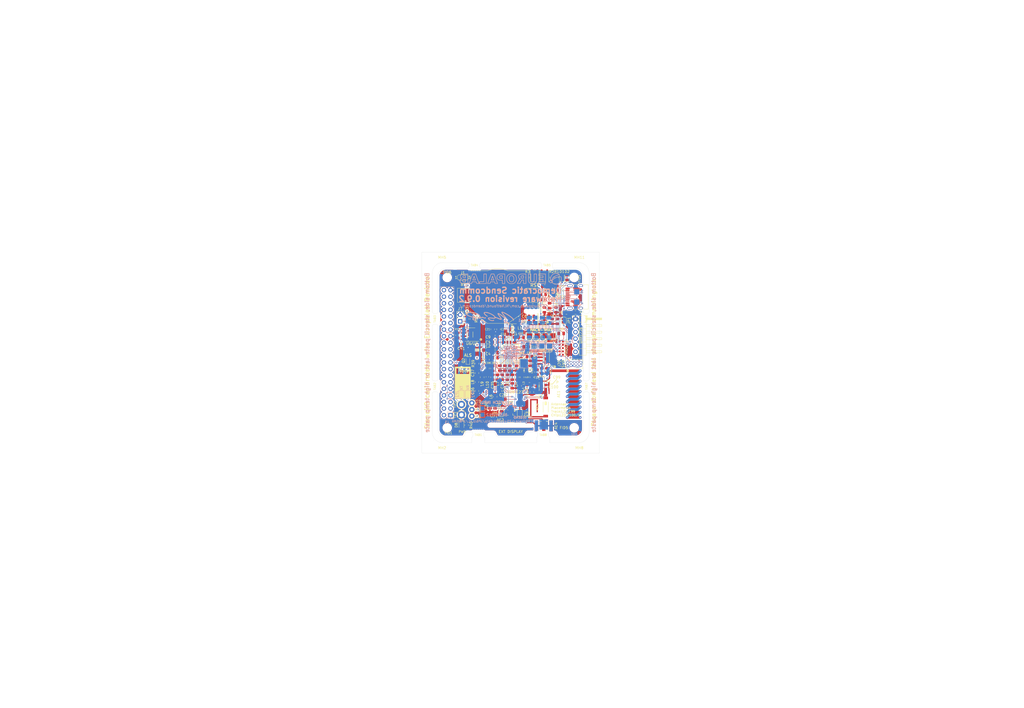
<source format=kicad_pcb>
(kicad_pcb (version 20171130) (host pcbnew 5.1.5+dfsg1-2build2)

  (general
    (thickness 1.6)
    (drawings 187)
    (tracks 1285)
    (zones 0)
    (modules 157)
    (nets 132)
  )

  (page A3)
  (title_block
    (title "Democratic Sendcomm")
    (date 2020-12-26)
    (rev 0.9.2)
    (company "Europalab Devices")
    (comment 1 "Copyright © 2020, Europalab Devices")
    (comment 2 "Fulfilling requirements of 20200210")
    (comment 3 "Pending quality assurance testing")
    (comment 4 "Release revision for manufacturing")
  )

  (layers
    (0 F.Cu signal)
    (1 In1.Cu power)
    (2 In2.Cu power)
    (31 B.Cu signal)
    (34 B.Paste user)
    (35 F.Paste user)
    (36 B.SilkS user)
    (37 F.SilkS user)
    (38 B.Mask user)
    (39 F.Mask user)
    (40 Dwgs.User user)
    (41 Cmts.User user)
    (44 Edge.Cuts user)
    (45 Margin user)
    (46 B.CrtYd user)
    (47 F.CrtYd user)
    (48 B.Fab user)
    (49 F.Fab user)
  )

  (setup
    (last_trace_width 0.09)
    (user_trace_width 0.1016)
    (user_trace_width 0.127)
    (user_trace_width 0.2)
    (user_trace_width 0.4)
    (user_trace_width 1.016)
    (trace_clearance 0.09)
    (zone_clearance 0.508)
    (zone_45_only no)
    (trace_min 0.09)
    (via_size 0.356)
    (via_drill 0.2)
    (via_min_size 0.356)
    (via_min_drill 0.2)
    (user_via 0.45 0.2)
    (user_via 0.6 0.3)
    (uvia_size 0.45)
    (uvia_drill 0.1)
    (uvias_allowed no)
    (uvia_min_size 0.45)
    (uvia_min_drill 0.1)
    (edge_width 0.1)
    (segment_width 0.1)
    (pcb_text_width 0.25)
    (pcb_text_size 1 1)
    (mod_edge_width 0.15)
    (mod_text_size 1 1)
    (mod_text_width 0.15)
    (pad_size 2 2)
    (pad_drill 0)
    (pad_to_mask_clearance 0)
    (aux_axis_origin 0 0)
    (visible_elements 7FFFFFFF)
    (pcbplotparams
      (layerselection 0x313fc_ffffffff)
      (usegerberextensions true)
      (usegerberattributes false)
      (usegerberadvancedattributes false)
      (creategerberjobfile false)
      (excludeedgelayer true)
      (linewidth 0.150000)
      (plotframeref false)
      (viasonmask false)
      (mode 1)
      (useauxorigin false)
      (hpglpennumber 1)
      (hpglpenspeed 20)
      (hpglpendiameter 15.000000)
      (psnegative false)
      (psa4output false)
      (plotreference true)
      (plotvalue true)
      (plotinvisibletext false)
      (padsonsilk false)
      (subtractmaskfromsilk false)
      (outputformat 1)
      (mirror false)
      (drillshape 0)
      (scaleselection 1)
      (outputdirectory "fabsingle"))
  )

  (net 0 "")
  (net 1 GND)
  (net 2 "Net-(AE1-Pad1)")
  (net 3 /Sheet5F53D5B4/RFSWPWR)
  (net 4 "Net-(C8-Pad1)")
  (net 5 /Sheet5F53D5B4/POWAMP)
  (net 6 "Net-(C13-Pad1)")
  (net 7 /Sheet5F53D5B4/HFOUT)
  (net 8 +3V3)
  (net 9 "Net-(C29-Pad1)")
  (net 10 /Sheet5F53D5B4/HPOUT)
  (net 11 /Sheet5F53D5B4/HFIN)
  (net 12 /Sheet5F53D5B4/BANDSEL)
  (net 13 "Net-(BT1-Pad1)")
  (net 14 /Sheet5F53D5B4/USB_BUS)
  (net 15 "Net-(C33-Pad1)")
  (net 16 "Net-(C34-Pad1)")
  (net 17 /Sheet5F53D5B4/CMDRST)
  (net 18 "Net-(D1-Pad2)")
  (net 19 "Net-(D1-Pad1)")
  (net 20 "Net-(D2-Pad1)")
  (net 21 "Net-(D2-Pad2)")
  (net 22 /Sheet5F53D5B4/USB_P)
  (net 23 /Sheet5F53D5B4/USB_N)
  (net 24 /Sheet60040980/ID_SD)
  (net 25 /Sheet60040980/ID_SC)
  (net 26 /Sheet5F53D5B4/SWDCLK)
  (net 27 "Net-(J3-Pad7)")
  (net 28 "Net-(J3-Pad8)")
  (net 29 "Net-(J4-Pad6)")
  (net 30 /Sheet5F53D5B4/CN_VBAT)
  (net 31 /Sheet5F53D5B4/XCEIV)
  (net 32 "Net-(AE5-Pad2)")
  (net 33 "Net-(C1-Pad1)")
  (net 34 "Net-(C7-Pad1)")
  (net 35 "Net-(C14-Pad1)")
  (net 36 "Net-(C17-Pad1)")
  (net 37 "Net-(C18-Pad2)")
  (net 38 "Net-(C19-Pad2)")
  (net 39 "Net-(C23-Pad2)")
  (net 40 "Net-(C23-Pad1)")
  (net 41 "Net-(C24-Pad1)")
  (net 42 "Net-(C24-Pad2)")
  (net 43 "Net-(C29-Pad2)")
  (net 44 "Net-(C33-Pad2)")
  (net 45 "Net-(C35-Pad2)")
  (net 46 "Net-(C40-Pad1)")
  (net 47 "Net-(J2-PadB5)")
  (net 48 "Net-(J2-PadA8)")
  (net 49 "Net-(J2-PadA5)")
  (net 50 "Net-(J2-PadB8)")
  (net 51 "Net-(J3-Pad2)")
  (net 52 "Net-(J3-Pad3)")
  (net 53 "Net-(J3-Pad4)")
  (net 54 "Net-(J3-Pad5)")
  (net 55 "Net-(J3-Pad10)")
  (net 56 "Net-(J3-Pad11)")
  (net 57 "Net-(J3-Pad12)")
  (net 58 "Net-(J3-Pad13)")
  (net 59 "Net-(J3-Pad15)")
  (net 60 "Net-(J3-Pad16)")
  (net 61 "Net-(J3-Pad18)")
  (net 62 "Net-(J3-Pad19)")
  (net 63 "Net-(J3-Pad21)")
  (net 64 "Net-(J3-Pad22)")
  (net 65 "Net-(J3-Pad23)")
  (net 66 "Net-(J3-Pad24)")
  (net 67 "Net-(J3-Pad26)")
  (net 68 "Net-(J3-Pad29)")
  (net 69 "Net-(J3-Pad31)")
  (net 70 "Net-(J3-Pad32)")
  (net 71 "Net-(J3-Pad33)")
  (net 72 "Net-(J3-Pad35)")
  (net 73 "Net-(J3-Pad36)")
  (net 74 "Net-(J3-Pad37)")
  (net 75 "Net-(J3-Pad38)")
  (net 76 "Net-(J3-Pad40)")
  (net 77 "Net-(J4-Pad7)")
  (net 78 "Net-(J4-Pad8)")
  (net 79 "Net-(J5-Pad2)")
  (net 80 "Net-(J5-Pad3)")
  (net 81 "Net-(J5-Pad6)")
  (net 82 "Net-(J6-Pad1)")
  (net 83 "Net-(L1-Pad2)")
  (net 84 "Net-(R3-Pad1)")
  (net 85 "Net-(R4-Pad1)")
  (net 86 "Net-(R4-Pad2)")
  (net 87 "Net-(U2-Pad5)")
  (net 88 "Net-(U3-PadG1)")
  (net 89 "Net-(U3-PadH1)")
  (net 90 "Net-(U3-PadE3)")
  (net 91 "Net-(U3-PadE4)")
  (net 92 "Net-(U3-PadF4)")
  (net 93 "Net-(U3-PadC7)")
  (net 94 "Net-(U3-PadD7)")
  (net 95 "Net-(U3-PadD8)")
  (net 96 "Net-(U5-Pad3)")
  (net 97 "Net-(U5-Pad4)")
  (net 98 "Net-(U8-Pad7)")
  (net 99 "Net-(U8-Pad3)")
  (net 100 "Net-(U8-Pad2)")
  (net 101 "Net-(U8-Pad1)")
  (net 102 "Net-(U9-Pad1)")
  (net 103 "Net-(U9-Pad2)")
  (net 104 "Net-(U9-Pad3)")
  (net 105 "Net-(U9-Pad7)")
  (net 106 /Sheet5F53D5B4/SWDIO)
  (net 107 "Net-(AE2-Pad1)")
  (net 108 "Net-(AE4-Pad1)")
  (net 109 "Net-(AE5-Pad1)")
  (net 110 "Net-(J6-Pad2)")
  (net 111 "Net-(J6-Pad3)")
  (net 112 "Net-(J6-Pad4)")
  (net 113 "Net-(J7-Pad1)")
  (net 114 "Net-(C95-Pad1)")
  (net 115 /TP_SCL)
  (net 116 /TP_SDA)
  (net 117 "Net-(J20-Pad6)")
  (net 118 "Net-(J20-Pad7)")
  (net 119 "Net-(J20-Pad8)")
  (net 120 "Net-(Q2-Pad2)")
  (net 121 EXT_UART_TX)
  (net 122 EXT_UART_RX)
  (net 123 "Net-(D8-Pad2)")
  (net 124 USB_TST)
  (net 125 "Net-(TP13-Pad1)")
  (net 126 "Net-(C94-Pad2)")
  (net 127 "Net-(C96-Pad1)")
  (net 128 /Sheet5F53D5B4/CRY_XIN-RSVD)
  (net 129 /Sheet5F53D5B4/CRY_XOUT-RSVD)
  (net 130 "Net-(C97-Pad1)")
  (net 131 "Net-(C101-Pad1)")

  (net_class Default "This is the default net class."
    (clearance 0.09)
    (trace_width 0.09)
    (via_dia 0.356)
    (via_drill 0.2)
    (uvia_dia 0.45)
    (uvia_drill 0.1)
    (add_net +3V3)
    (add_net /Sheet5F53D5B4/BANDSEL)
    (add_net /Sheet5F53D5B4/CMDRST)
    (add_net /Sheet5F53D5B4/CN_VBAT)
    (add_net /Sheet5F53D5B4/CRY_XIN-RSVD)
    (add_net /Sheet5F53D5B4/CRY_XOUT-RSVD)
    (add_net /Sheet5F53D5B4/HFIN)
    (add_net /Sheet5F53D5B4/HFOUT)
    (add_net /Sheet5F53D5B4/HPOUT)
    (add_net /Sheet5F53D5B4/POWAMP)
    (add_net /Sheet5F53D5B4/RFSWPWR)
    (add_net /Sheet5F53D5B4/SWDCLK)
    (add_net /Sheet5F53D5B4/SWDIO)
    (add_net /Sheet5F53D5B4/USB_BUS)
    (add_net /Sheet5F53D5B4/USB_N)
    (add_net /Sheet5F53D5B4/USB_P)
    (add_net /Sheet5F53D5B4/XCEIV)
    (add_net /Sheet60040980/ID_SC)
    (add_net /Sheet60040980/ID_SD)
    (add_net /TP_SCL)
    (add_net /TP_SDA)
    (add_net EXT_UART_RX)
    (add_net EXT_UART_TX)
    (add_net GND)
    (add_net "Net-(AE1-Pad1)")
    (add_net "Net-(AE2-Pad1)")
    (add_net "Net-(AE4-Pad1)")
    (add_net "Net-(AE5-Pad1)")
    (add_net "Net-(AE5-Pad2)")
    (add_net "Net-(BT1-Pad1)")
    (add_net "Net-(C1-Pad1)")
    (add_net "Net-(C101-Pad1)")
    (add_net "Net-(C13-Pad1)")
    (add_net "Net-(C14-Pad1)")
    (add_net "Net-(C17-Pad1)")
    (add_net "Net-(C18-Pad2)")
    (add_net "Net-(C19-Pad2)")
    (add_net "Net-(C23-Pad1)")
    (add_net "Net-(C23-Pad2)")
    (add_net "Net-(C24-Pad1)")
    (add_net "Net-(C24-Pad2)")
    (add_net "Net-(C29-Pad1)")
    (add_net "Net-(C29-Pad2)")
    (add_net "Net-(C33-Pad1)")
    (add_net "Net-(C33-Pad2)")
    (add_net "Net-(C34-Pad1)")
    (add_net "Net-(C35-Pad2)")
    (add_net "Net-(C40-Pad1)")
    (add_net "Net-(C7-Pad1)")
    (add_net "Net-(C8-Pad1)")
    (add_net "Net-(C94-Pad2)")
    (add_net "Net-(C95-Pad1)")
    (add_net "Net-(C96-Pad1)")
    (add_net "Net-(C97-Pad1)")
    (add_net "Net-(D1-Pad1)")
    (add_net "Net-(D1-Pad2)")
    (add_net "Net-(D2-Pad1)")
    (add_net "Net-(D2-Pad2)")
    (add_net "Net-(D8-Pad2)")
    (add_net "Net-(J2-PadA5)")
    (add_net "Net-(J2-PadA8)")
    (add_net "Net-(J2-PadB5)")
    (add_net "Net-(J2-PadB8)")
    (add_net "Net-(J20-Pad6)")
    (add_net "Net-(J20-Pad7)")
    (add_net "Net-(J20-Pad8)")
    (add_net "Net-(J3-Pad10)")
    (add_net "Net-(J3-Pad11)")
    (add_net "Net-(J3-Pad12)")
    (add_net "Net-(J3-Pad13)")
    (add_net "Net-(J3-Pad15)")
    (add_net "Net-(J3-Pad16)")
    (add_net "Net-(J3-Pad18)")
    (add_net "Net-(J3-Pad19)")
    (add_net "Net-(J3-Pad2)")
    (add_net "Net-(J3-Pad21)")
    (add_net "Net-(J3-Pad22)")
    (add_net "Net-(J3-Pad23)")
    (add_net "Net-(J3-Pad24)")
    (add_net "Net-(J3-Pad26)")
    (add_net "Net-(J3-Pad29)")
    (add_net "Net-(J3-Pad3)")
    (add_net "Net-(J3-Pad31)")
    (add_net "Net-(J3-Pad32)")
    (add_net "Net-(J3-Pad33)")
    (add_net "Net-(J3-Pad35)")
    (add_net "Net-(J3-Pad36)")
    (add_net "Net-(J3-Pad37)")
    (add_net "Net-(J3-Pad38)")
    (add_net "Net-(J3-Pad4)")
    (add_net "Net-(J3-Pad40)")
    (add_net "Net-(J3-Pad5)")
    (add_net "Net-(J3-Pad7)")
    (add_net "Net-(J3-Pad8)")
    (add_net "Net-(J4-Pad6)")
    (add_net "Net-(J4-Pad7)")
    (add_net "Net-(J4-Pad8)")
    (add_net "Net-(J5-Pad2)")
    (add_net "Net-(J5-Pad3)")
    (add_net "Net-(J5-Pad6)")
    (add_net "Net-(J6-Pad1)")
    (add_net "Net-(J6-Pad2)")
    (add_net "Net-(J6-Pad3)")
    (add_net "Net-(J6-Pad4)")
    (add_net "Net-(J7-Pad1)")
    (add_net "Net-(L1-Pad2)")
    (add_net "Net-(Q2-Pad2)")
    (add_net "Net-(R3-Pad1)")
    (add_net "Net-(R4-Pad1)")
    (add_net "Net-(R4-Pad2)")
    (add_net "Net-(TP13-Pad1)")
    (add_net "Net-(U2-Pad5)")
    (add_net "Net-(U3-PadC7)")
    (add_net "Net-(U3-PadD7)")
    (add_net "Net-(U3-PadD8)")
    (add_net "Net-(U3-PadE3)")
    (add_net "Net-(U3-PadE4)")
    (add_net "Net-(U3-PadF4)")
    (add_net "Net-(U3-PadG1)")
    (add_net "Net-(U3-PadH1)")
    (add_net "Net-(U5-Pad3)")
    (add_net "Net-(U5-Pad4)")
    (add_net "Net-(U8-Pad1)")
    (add_net "Net-(U8-Pad2)")
    (add_net "Net-(U8-Pad3)")
    (add_net "Net-(U8-Pad7)")
    (add_net "Net-(U9-Pad1)")
    (add_net "Net-(U9-Pad2)")
    (add_net "Net-(U9-Pad3)")
    (add_net "Net-(U9-Pad7)")
    (add_net USB_TST)
  )

  (net_class Power ""
    (clearance 0.2)
    (trace_width 0.5)
    (via_dia 1)
    (via_drill 0.7)
    (uvia_dia 0.5)
    (uvia_drill 0.1)
  )

  (module Fiducial:Fiducial_0.5mm_Mask1mm (layer F.Cu) (tedit 5C18CB26) (tstamp 5FF8C078)
    (at 236.5 117)
    (descr "Circular Fiducial, 0.5mm bare copper, 1mm soldermask opening (Level C)")
    (tags fiducial)
    (path /5F4EEDB8)
    (attr smd)
    (fp_text reference FID3 (at 0 2.5 90) (layer F.SilkS)
      (effects (font (size 0.875 0.875) (thickness 0.125)))
    )
    (fp_text value Fiducial (at 0 1.5) (layer F.Fab)
      (effects (font (size 1 1) (thickness 0.15)))
    )
    (fp_circle (center 0 0) (end 0.5 0) (layer F.Fab) (width 0.1))
    (fp_text user %R (at 0 0) (layer F.Fab)
      (effects (font (size 0.2 0.2) (thickness 0.04)))
    )
    (fp_circle (center 0 0) (end 0.75 0) (layer F.CrtYd) (width 0.05))
    (pad "" smd circle (at 0 0) (size 0.5 0.5) (layers F.Cu F.Mask)
      (solder_mask_margin 0.25) (clearance 0.25))
  )

  (module Connector_PinHeader_2.54mm:PinHeader_1x06_P2.54mm_Horizontal (layer F.Cu) (tedit 59FED5CB) (tstamp 5FF83409)
    (at 235 135)
    (descr "Through hole angled pin header, 1x06, 2.54mm pitch, 6mm pin length, single row")
    (tags "Through hole angled pin header THT 1x06 2.54mm single row")
    (path /60040981/6006812D)
    (fp_text reference J5 (at 2 5 90) (layer F.SilkS)
      (effects (font (size 1 1) (thickness 0.15)) (justify left))
    )
    (fp_text value Conn_01x06_Male (at 4.385 14.97) (layer F.Fab)
      (effects (font (size 1 1) (thickness 0.15)))
    )
    (fp_line (start 2.135 -1.27) (end 4.04 -1.27) (layer F.Fab) (width 0.1))
    (fp_line (start 4.04 -1.27) (end 4.04 13.97) (layer F.Fab) (width 0.1))
    (fp_line (start 4.04 13.97) (end 1.5 13.97) (layer F.Fab) (width 0.1))
    (fp_line (start 1.5 13.97) (end 1.5 -0.635) (layer F.Fab) (width 0.1))
    (fp_line (start 1.5 -0.635) (end 2.135 -1.27) (layer F.Fab) (width 0.1))
    (fp_line (start -0.32 -0.32) (end 1.5 -0.32) (layer F.Fab) (width 0.1))
    (fp_line (start -0.32 -0.32) (end -0.32 0.32) (layer F.Fab) (width 0.1))
    (fp_line (start -0.32 0.32) (end 1.5 0.32) (layer F.Fab) (width 0.1))
    (fp_line (start 4.04 -0.32) (end 10.04 -0.32) (layer F.Fab) (width 0.1))
    (fp_line (start 10.04 -0.32) (end 10.04 0.32) (layer F.Fab) (width 0.1))
    (fp_line (start 4.04 0.32) (end 10.04 0.32) (layer F.Fab) (width 0.1))
    (fp_line (start -0.32 2.22) (end 1.5 2.22) (layer F.Fab) (width 0.1))
    (fp_line (start -0.32 2.22) (end -0.32 2.86) (layer F.Fab) (width 0.1))
    (fp_line (start -0.32 2.86) (end 1.5 2.86) (layer F.Fab) (width 0.1))
    (fp_line (start 4.04 2.22) (end 10.04 2.22) (layer F.Fab) (width 0.1))
    (fp_line (start 10.04 2.22) (end 10.04 2.86) (layer F.Fab) (width 0.1))
    (fp_line (start 4.04 2.86) (end 10.04 2.86) (layer F.Fab) (width 0.1))
    (fp_line (start -0.32 4.76) (end 1.5 4.76) (layer F.Fab) (width 0.1))
    (fp_line (start -0.32 4.76) (end -0.32 5.4) (layer F.Fab) (width 0.1))
    (fp_line (start -0.32 5.4) (end 1.5 5.4) (layer F.Fab) (width 0.1))
    (fp_line (start 4.04 4.76) (end 10.04 4.76) (layer F.Fab) (width 0.1))
    (fp_line (start 10.04 4.76) (end 10.04 5.4) (layer F.Fab) (width 0.1))
    (fp_line (start 4.04 5.4) (end 10.04 5.4) (layer F.Fab) (width 0.1))
    (fp_line (start -0.32 7.3) (end 1.5 7.3) (layer F.Fab) (width 0.1))
    (fp_line (start -0.32 7.3) (end -0.32 7.94) (layer F.Fab) (width 0.1))
    (fp_line (start -0.32 7.94) (end 1.5 7.94) (layer F.Fab) (width 0.1))
    (fp_line (start 4.04 7.3) (end 10.04 7.3) (layer F.Fab) (width 0.1))
    (fp_line (start 10.04 7.3) (end 10.04 7.94) (layer F.Fab) (width 0.1))
    (fp_line (start 4.04 7.94) (end 10.04 7.94) (layer F.Fab) (width 0.1))
    (fp_line (start -0.32 9.84) (end 1.5 9.84) (layer F.Fab) (width 0.1))
    (fp_line (start -0.32 9.84) (end -0.32 10.48) (layer F.Fab) (width 0.1))
    (fp_line (start -0.32 10.48) (end 1.5 10.48) (layer F.Fab) (width 0.1))
    (fp_line (start 4.04 9.84) (end 10.04 9.84) (layer F.Fab) (width 0.1))
    (fp_line (start 10.04 9.84) (end 10.04 10.48) (layer F.Fab) (width 0.1))
    (fp_line (start 4.04 10.48) (end 10.04 10.48) (layer F.Fab) (width 0.1))
    (fp_line (start -0.32 12.38) (end 1.5 12.38) (layer F.Fab) (width 0.1))
    (fp_line (start -0.32 12.38) (end -0.32 13.02) (layer F.Fab) (width 0.1))
    (fp_line (start -0.32 13.02) (end 1.5 13.02) (layer F.Fab) (width 0.1))
    (fp_line (start 4.04 12.38) (end 10.04 12.38) (layer F.Fab) (width 0.1))
    (fp_line (start 10.04 12.38) (end 10.04 13.02) (layer F.Fab) (width 0.1))
    (fp_line (start 4.04 13.02) (end 10.04 13.02) (layer F.Fab) (width 0.1))
    (fp_line (start 1.44 -1.33) (end 1.44 14.03) (layer F.SilkS) (width 0.12))
    (fp_line (start 1.44 14.03) (end 4.1 14.03) (layer F.SilkS) (width 0.12))
    (fp_line (start 4.1 14.03) (end 4.1 -1.33) (layer F.SilkS) (width 0.12))
    (fp_line (start 4.1 -1.33) (end 1.44 -1.33) (layer F.SilkS) (width 0.12))
    (fp_line (start 4.1 -0.38) (end 10.1 -0.38) (layer F.SilkS) (width 0.12))
    (fp_line (start 10.1 -0.38) (end 10.1 0.38) (layer F.SilkS) (width 0.12))
    (fp_line (start 10.1 0.38) (end 4.1 0.38) (layer F.SilkS) (width 0.12))
    (fp_line (start 4.1 -0.32) (end 10.1 -0.32) (layer F.SilkS) (width 0.12))
    (fp_line (start 4.1 -0.2) (end 10.1 -0.2) (layer F.SilkS) (width 0.12))
    (fp_line (start 4.1 -0.08) (end 10.1 -0.08) (layer F.SilkS) (width 0.12))
    (fp_line (start 4.1 0.04) (end 10.1 0.04) (layer F.SilkS) (width 0.12))
    (fp_line (start 4.1 0.16) (end 10.1 0.16) (layer F.SilkS) (width 0.12))
    (fp_line (start 4.1 0.28) (end 10.1 0.28) (layer F.SilkS) (width 0.12))
    (fp_line (start 1.11 -0.38) (end 1.44 -0.38) (layer F.SilkS) (width 0.12))
    (fp_line (start 1.11 0.38) (end 1.44 0.38) (layer F.SilkS) (width 0.12))
    (fp_line (start 1.44 1.27) (end 4.1 1.27) (layer F.SilkS) (width 0.12))
    (fp_line (start 4.1 2.16) (end 10.1 2.16) (layer F.SilkS) (width 0.12))
    (fp_line (start 10.1 2.16) (end 10.1 2.92) (layer F.SilkS) (width 0.12))
    (fp_line (start 10.1 2.92) (end 4.1 2.92) (layer F.SilkS) (width 0.12))
    (fp_line (start 1.042929 2.16) (end 1.44 2.16) (layer F.SilkS) (width 0.12))
    (fp_line (start 1.042929 2.92) (end 1.44 2.92) (layer F.SilkS) (width 0.12))
    (fp_line (start 1.44 3.81) (end 4.1 3.81) (layer F.SilkS) (width 0.12))
    (fp_line (start 4.1 4.7) (end 10.1 4.7) (layer F.SilkS) (width 0.12))
    (fp_line (start 10.1 4.7) (end 10.1 5.46) (layer F.SilkS) (width 0.12))
    (fp_line (start 10.1 5.46) (end 4.1 5.46) (layer F.SilkS) (width 0.12))
    (fp_line (start 1.042929 4.7) (end 1.44 4.7) (layer F.SilkS) (width 0.12))
    (fp_line (start 1.042929 5.46) (end 1.44 5.46) (layer F.SilkS) (width 0.12))
    (fp_line (start 1.44 6.35) (end 4.1 6.35) (layer F.SilkS) (width 0.12))
    (fp_line (start 4.1 7.24) (end 10.1 7.24) (layer F.SilkS) (width 0.12))
    (fp_line (start 10.1 7.24) (end 10.1 8) (layer F.SilkS) (width 0.12))
    (fp_line (start 10.1 8) (end 4.1 8) (layer F.SilkS) (width 0.12))
    (fp_line (start 1.042929 7.24) (end 1.44 7.24) (layer F.SilkS) (width 0.12))
    (fp_line (start 1.042929 8) (end 1.44 8) (layer F.SilkS) (width 0.12))
    (fp_line (start 1.44 8.89) (end 4.1 8.89) (layer F.SilkS) (width 0.12))
    (fp_line (start 4.1 9.78) (end 10.1 9.78) (layer F.SilkS) (width 0.12))
    (fp_line (start 10.1 9.78) (end 10.1 10.54) (layer F.SilkS) (width 0.12))
    (fp_line (start 10.1 10.54) (end 4.1 10.54) (layer F.SilkS) (width 0.12))
    (fp_line (start 1.042929 9.78) (end 1.44 9.78) (layer F.SilkS) (width 0.12))
    (fp_line (start 1.042929 10.54) (end 1.44 10.54) (layer F.SilkS) (width 0.12))
    (fp_line (start 1.44 11.43) (end 4.1 11.43) (layer F.SilkS) (width 0.12))
    (fp_line (start 4.1 12.32) (end 10.1 12.32) (layer F.SilkS) (width 0.12))
    (fp_line (start 10.1 12.32) (end 10.1 13.08) (layer F.SilkS) (width 0.12))
    (fp_line (start 10.1 13.08) (end 4.1 13.08) (layer F.SilkS) (width 0.12))
    (fp_line (start 1.042929 12.32) (end 1.44 12.32) (layer F.SilkS) (width 0.12))
    (fp_line (start 1.042929 13.08) (end 1.44 13.08) (layer F.SilkS) (width 0.12))
    (fp_line (start -1.27 0) (end -1.27 -1.27) (layer F.SilkS) (width 0.12))
    (fp_line (start -1.27 -1.27) (end 0 -1.27) (layer F.SilkS) (width 0.12))
    (fp_line (start -1.8 -1.8) (end -1.8 14.5) (layer F.CrtYd) (width 0.05))
    (fp_line (start -1.8 14.5) (end 10.55 14.5) (layer F.CrtYd) (width 0.05))
    (fp_line (start 10.55 14.5) (end 10.55 -1.8) (layer F.CrtYd) (width 0.05))
    (fp_line (start 10.55 -1.8) (end -1.8 -1.8) (layer F.CrtYd) (width 0.05))
    (fp_text user %R (at 2.77 6.35 90) (layer F.Fab)
      (effects (font (size 1 1) (thickness 0.15)))
    )
    (pad 1 thru_hole rect (at 0 0) (size 1.7 1.7) (drill 1) (layers *.Cu *.Mask)
      (net 1 GND))
    (pad 2 thru_hole oval (at 0 2.54) (size 1.7 1.7) (drill 1) (layers *.Cu *.Mask)
      (net 79 "Net-(J5-Pad2)"))
    (pad 3 thru_hole oval (at 0 5.08) (size 1.7 1.7) (drill 1) (layers *.Cu *.Mask)
      (net 80 "Net-(J5-Pad3)"))
    (pad 4 thru_hole oval (at 0 7.62) (size 1.7 1.7) (drill 1) (layers *.Cu *.Mask)
      (net 122 EXT_UART_RX))
    (pad 5 thru_hole oval (at 0 10.16) (size 1.7 1.7) (drill 1) (layers *.Cu *.Mask)
      (net 121 EXT_UART_TX))
    (pad 6 thru_hole oval (at 0 12.7) (size 1.7 1.7) (drill 1) (layers *.Cu *.Mask)
      (net 81 "Net-(J5-Pad6)"))
    (model ${KISYS3DMOD}/Connector_PinHeader_2.54mm.3dshapes/PinHeader_1x06_P2.54mm_Horizontal.wrl
      (at (xyz 0 0 0))
      (scale (xyz 1 1 1))
      (rotate (xyz 0 0 0))
    )
  )

  (module RF_Antenna:Texas_SWRA416_868MHz_915MHz (layer F.Cu) (tedit 5CF40AFD) (tstamp 5F686F31)
    (at 231 164 270)
    (descr http://www.ti.com/lit/an/swra416/swra416.pdf)
    (tags "PCB antenna")
    (path /5F5C0728/60008187)
    (attr smd)
    (fp_text reference AE1 (at 0 2.5 90) (layer F.SilkS)
      (effects (font (size 1 1) (thickness 0.15)))
    )
    (fp_text value Antenna (at 0.1 -7.6 90) (layer F.Fab)
      (effects (font (size 1 1) (thickness 0.15)))
    )
    (fp_line (start 9.7 2.1) (end 6.2 5.7) (layer Dwgs.User) (width 0.12))
    (fp_line (start 9.7 0.1) (end 4.3 5.7) (layer Dwgs.User) (width 0.12))
    (fp_line (start 9.7 -1.9) (end 2.3 5.7) (layer Dwgs.User) (width 0.12))
    (fp_line (start 9.7 -3.9) (end 0.2 5.7) (layer Dwgs.User) (width 0.12))
    (fp_line (start 9.7 -5.9) (end -1.8 5.7) (layer Dwgs.User) (width 0.12))
    (fp_line (start 8.3 -6.5) (end -3.8 5.7) (layer Dwgs.User) (width 0.12))
    (fp_line (start 6.3 -6.5) (end -5.8 5.7) (layer Dwgs.User) (width 0.12))
    (fp_line (start 4.3 -6.5) (end -7.8 5.7) (layer Dwgs.User) (width 0.12))
    (fp_line (start -9.7 5.5) (end 2.3 -6.5) (layer Dwgs.User) (width 0.12))
    (fp_line (start -9.7 3.5) (end 0.3 -6.5) (layer Dwgs.User) (width 0.12))
    (fp_line (start -9.7 1.5) (end -1.7 -6.5) (layer Dwgs.User) (width 0.12))
    (fp_line (start -9.7 -0.5) (end -3.7 -6.5) (layer Dwgs.User) (width 0.12))
    (fp_line (start -9.7 -2.5) (end -5.7 -6.5) (layer Dwgs.User) (width 0.12))
    (fp_line (start -9.7 -4.5) (end -7.7 -6.5) (layer Dwgs.User) (width 0.12))
    (fp_line (start 9.7 -6.5) (end -9.7 -6.5) (layer Dwgs.User) (width 0.15))
    (fp_line (start 9.7 5.7) (end 9.7 -6.5) (layer Dwgs.User) (width 0.15))
    (fp_line (start -9.7 5.7) (end 9.7 5.7) (layer Dwgs.User) (width 0.15))
    (fp_line (start -9.7 -6.5) (end -9.7 5.7) (layer Dwgs.User) (width 0.15))
    (fp_line (start 7 -5.8) (end 8 -4.8) (layer B.Cu) (width 1))
    (fp_line (start 8 -1.8) (end 9 -0.8) (layer B.Cu) (width 1))
    (fp_line (start 8 -4.8) (end 8 -1.8) (layer B.Cu) (width 1))
    (fp_line (start 9 -5.8) (end 9 -0.8) (layer F.Cu) (width 1))
    (fp_line (start 5 -5.8) (end 6 -4.8) (layer B.Cu) (width 1))
    (fp_line (start 6 -1.8) (end 7 -0.8) (layer B.Cu) (width 1))
    (fp_line (start 6 -4.8) (end 6 -1.8) (layer B.Cu) (width 1))
    (fp_line (start 7 -5.8) (end 7 -0.8) (layer F.Cu) (width 1))
    (fp_line (start 3 -5.8) (end 4 -4.8) (layer B.Cu) (width 1))
    (fp_line (start 4 -1.8) (end 5 -0.8) (layer B.Cu) (width 1))
    (fp_line (start 4 -4.8) (end 4 -1.8) (layer B.Cu) (width 1))
    (fp_line (start 5 -5.8) (end 5 -0.8) (layer F.Cu) (width 1))
    (fp_line (start 1 -5.8) (end 2 -4.8) (layer B.Cu) (width 1))
    (fp_line (start 2 -1.8) (end 3 -0.8) (layer B.Cu) (width 1))
    (fp_line (start 2 -4.8) (end 2 -1.8) (layer B.Cu) (width 1))
    (fp_line (start 3 -5.8) (end 3 -0.8) (layer F.Cu) (width 1))
    (fp_line (start -1 -5.8) (end 0 -4.8) (layer B.Cu) (width 1))
    (fp_line (start 0 -1.8) (end 1 -0.8) (layer B.Cu) (width 1))
    (fp_line (start 0 -4.8) (end 0 -1.8) (layer B.Cu) (width 1))
    (fp_line (start 1 -5.8) (end 1 -0.8) (layer F.Cu) (width 1))
    (fp_line (start -3 -5.8) (end -2 -4.8) (layer B.Cu) (width 1))
    (fp_line (start -2 -1.8) (end -1 -0.8) (layer B.Cu) (width 1))
    (fp_line (start -2 -4.8) (end -2 -1.8) (layer B.Cu) (width 1))
    (fp_line (start -1 -5.8) (end -1 -0.8) (layer F.Cu) (width 1))
    (fp_line (start -4 -4.8) (end -4 -1.8) (layer B.Cu) (width 1))
    (fp_line (start -5 -5.8) (end -4 -4.8) (layer B.Cu) (width 1))
    (fp_line (start -4 -1.8) (end -3 -0.8) (layer B.Cu) (width 1))
    (fp_line (start -3 -5.8) (end -3 -0.8) (layer F.Cu) (width 1))
    (fp_line (start -6 -4.8) (end -6 -1.8) (layer B.Cu) (width 1))
    (fp_line (start -7 -5.8) (end -6 -4.8) (layer B.Cu) (width 1))
    (fp_line (start -6 -1.8) (end -5 -0.8) (layer B.Cu) (width 1))
    (fp_line (start -5 -5.8) (end -5 -0.8) (layer F.Cu) (width 1))
    (fp_line (start -7 -5.8) (end -7 -0.8) (layer F.Cu) (width 1))
    (fp_line (start -9 5.2) (end -9 -5.8) (layer F.Cu) (width 1))
    (fp_line (start -9 -5.8) (end -8 -4.8) (layer B.Cu) (width 1))
    (fp_line (start -8 -4.8) (end -8 -1.8) (layer B.Cu) (width 1))
    (fp_line (start -8 -1.8) (end -7 -0.8) (layer B.Cu) (width 1))
    (fp_line (start 9.7 4.1) (end 8.2 5.7) (layer Dwgs.User) (width 0.12))
    (fp_line (start -9.9 -6.7) (end -9.9 5.9) (layer F.CrtYd) (width 0.05))
    (fp_line (start -9.9 5.9) (end 9.9 5.9) (layer F.CrtYd) (width 0.05))
    (fp_line (start 9.9 5.9) (end 9.9 -6.7) (layer F.CrtYd) (width 0.05))
    (fp_line (start 9.9 -6.7) (end -9.9 -6.7) (layer F.CrtYd) (width 0.05))
    (fp_line (start 9.9 -6.7) (end -9.9 -6.7) (layer B.CrtYd) (width 0.05))
    (fp_line (start 9.9 5.9) (end 9.9 -6.7) (layer B.CrtYd) (width 0.05))
    (fp_line (start -9.9 -6.7) (end -9.9 5.9) (layer B.CrtYd) (width 0.05))
    (fp_line (start -9.9 5.9) (end 9.9 5.9) (layer B.CrtYd) (width 0.05))
    (fp_text user "KEEP-OUT ZONE" (at 1 -2.8 90) (layer Cmts.User)
      (effects (font (size 1 1) (thickness 0.15)))
    )
    (fp_text user "No metal, traces or " (at 1 0.2 90) (layer Cmts.User)
      (effects (font (size 1 1) (thickness 0.15)))
    )
    (fp_text user "any components on" (at 1 2.2 90) (layer Cmts.User)
      (effects (font (size 1 1) (thickness 0.15)))
    )
    (fp_text user " any PCB layer." (at 1 4.2 90) (layer Cmts.User)
      (effects (font (size 1 1) (thickness 0.15)))
    )
    (fp_text user %R (at -0.4 6.6 90) (layer F.Fab)
      (effects (font (size 1 1) (thickness 0.15)))
    )
    (pad "" thru_hole circle (at 9 -0.8 90) (size 1 1) (drill 0.4) (layers *.Cu))
    (pad "" thru_hole circle (at 9 -5.8 90) (size 1 1) (drill 0.4) (layers *.Cu))
    (pad "" thru_hole circle (at 7 -5.8 90) (size 1 1) (drill 0.4) (layers *.Cu))
    (pad "" thru_hole circle (at 7 -0.8 90) (size 1 1) (drill 0.4) (layers *.Cu))
    (pad "" thru_hole circle (at 5 -0.8 90) (size 1 1) (drill 0.4) (layers *.Cu))
    (pad "" thru_hole circle (at 5 -5.8 90) (size 1 1) (drill 0.4) (layers *.Cu))
    (pad "" thru_hole circle (at 3 -0.8 90) (size 1 1) (drill 0.4) (layers *.Cu))
    (pad "" thru_hole circle (at 3 -5.8 90) (size 1 1) (drill 0.4) (layers *.Cu))
    (pad "" thru_hole circle (at 1 -5.8 90) (size 1 1) (drill 0.4) (layers *.Cu))
    (pad "" thru_hole circle (at 1 -0.8 90) (size 1 1) (drill 0.4) (layers *.Cu))
    (pad "" thru_hole circle (at -1 -0.8 90) (size 1 1) (drill 0.4) (layers *.Cu))
    (pad "" thru_hole circle (at -1 -5.8 90) (size 1 1) (drill 0.4) (layers *.Cu))
    (pad "" thru_hole circle (at -3 -5.8 90) (size 1 1) (drill 0.4) (layers *.Cu))
    (pad "" thru_hole circle (at -3 -0.8 90) (size 1 1) (drill 0.4) (layers *.Cu))
    (pad "" thru_hole circle (at -5 -0.8 90) (size 1 1) (drill 0.4) (layers *.Cu))
    (pad "" thru_hole circle (at -5 -5.8 90) (size 1 1) (drill 0.4) (layers *.Cu))
    (pad "" thru_hole circle (at -7 -5.8 90) (size 1 1) (drill 0.4) (layers *.Cu))
    (pad "" thru_hole circle (at -7 -0.8 90) (size 1 1) (drill 0.4) (layers *.Cu))
    (pad "" thru_hole circle (at -9 -5.8 90) (size 1 1) (drill 0.4) (layers *.Cu))
    (pad 1 smd trapezoid (at -9 5.9 90) (size 0.4 0.8) (rect_delta 0 0.3 ) (layers F.Cu)
      (net 2 "Net-(AE1-Pad1)"))
  )

  (module Elabdev:Panel_Mousetab_25mm_Single (layer F.Cu) (tedit 5CD9E502) (tstamp 5FEC726C)
    (at 222.5 179.75 90)
    (path /5CD9EB0D)
    (fp_text reference TAB8 (at 0 0) (layer F.SilkS)
      (effects (font (size 0.8 0.8) (thickness 0.13)))
    )
    (fp_text value Pantab (at -3.25 0 180) (layer F.Fab)
      (effects (font (size 1 1) (thickness 0.15)))
    )
    (fp_line (start 1.25 -2.2) (end 1.25 2.2) (layer F.Fab) (width 0.15))
    (fp_line (start -1.25 -2.2) (end -1.25 2.2) (layer F.Fab) (width 0.15))
    (fp_line (start 2.1 -2.6) (end 2.1 2.6) (layer F.CrtYd) (width 0.15))
    (fp_line (start 2.1 2.6) (end -2.1 2.6) (layer F.CrtYd) (width 0.15))
    (fp_line (start -2.1 2.6) (end -2.1 -2.6) (layer F.CrtYd) (width 0.15))
    (fp_line (start -2.1 -2.6) (end 2.1 -2.6) (layer F.CrtYd) (width 0.15))
    (pad "" np_thru_hole circle (at 1.35 2 90) (size 0.5 0.5) (drill 0.5) (layers *.Cu))
    (pad "" np_thru_hole circle (at 1.35 1.2 90) (size 0.5 0.5) (drill 0.5) (layers *.Cu))
    (pad "" np_thru_hole circle (at 1.35 0.4 90) (size 0.5 0.5) (drill 0.5) (layers *.Cu))
    (pad "" np_thru_hole circle (at 1.35 -0.4 90) (size 0.5 0.5) (drill 0.5) (layers *.Cu))
    (pad "" np_thru_hole circle (at 1.35 -1.2 90) (size 0.5 0.5) (drill 0.5) (layers *.Cu))
    (pad "" np_thru_hole circle (at 1.35 -2 90) (size 0.5 0.5) (drill 0.5) (layers *.Cu))
  )

  (module Capacitor_SMD:C_0805_2012Metric (layer F.Cu) (tedit 5B36C52B) (tstamp 5FEB8111)
    (at 211.5 143.0625 270)
    (descr "Capacitor SMD 0805 (2012 Metric), square (rectangular) end terminal, IPC_7351 nominal, (Body size source: https://docs.google.com/spreadsheets/d/1BsfQQcO9C6DZCsRaXUlFlo91Tg2WpOkGARC1WS5S8t0/edit?usp=sharing), generated with kicad-footprint-generator")
    (tags capacitor)
    (path /5F53D5B5/5F609CF5)
    (attr smd)
    (fp_text reference C19 (at -2.0625 0 180) (layer F.SilkS)
      (effects (font (size 0.7 0.7) (thickness 0.1)))
    )
    (fp_text value 15pF (at 0 1.65 90) (layer F.Fab)
      (effects (font (size 1 1) (thickness 0.15)))
    )
    (fp_line (start -1 0.6) (end -1 -0.6) (layer F.Fab) (width 0.1))
    (fp_line (start -1 -0.6) (end 1 -0.6) (layer F.Fab) (width 0.1))
    (fp_line (start 1 -0.6) (end 1 0.6) (layer F.Fab) (width 0.1))
    (fp_line (start 1 0.6) (end -1 0.6) (layer F.Fab) (width 0.1))
    (fp_line (start -0.258578 -0.71) (end 0.258578 -0.71) (layer F.SilkS) (width 0.12))
    (fp_line (start -0.258578 0.71) (end 0.258578 0.71) (layer F.SilkS) (width 0.12))
    (fp_line (start -1.68 0.95) (end -1.68 -0.95) (layer F.CrtYd) (width 0.05))
    (fp_line (start -1.68 -0.95) (end 1.68 -0.95) (layer F.CrtYd) (width 0.05))
    (fp_line (start 1.68 -0.95) (end 1.68 0.95) (layer F.CrtYd) (width 0.05))
    (fp_line (start 1.68 0.95) (end -1.68 0.95) (layer F.CrtYd) (width 0.05))
    (fp_text user %R (at 0 0 90) (layer F.Fab)
      (effects (font (size 0.5 0.5) (thickness 0.08)))
    )
    (pad 1 smd roundrect (at -0.9375 0 270) (size 0.975 1.4) (layers F.Cu F.Paste F.Mask) (roundrect_rratio 0.25)
      (net 1 GND))
    (pad 2 smd roundrect (at 0.9375 0 270) (size 0.975 1.4) (layers F.Cu F.Paste F.Mask) (roundrect_rratio 0.25)
      (net 38 "Net-(C19-Pad2)"))
    (model ${KISYS3DMOD}/Capacitor_SMD.3dshapes/C_0805_2012Metric.wrl
      (at (xyz 0 0 0))
      (scale (xyz 1 1 1))
      (rotate (xyz 0 0 0))
    )
  )

  (module Elabdev:Meinkuerz_sign_480dpi (layer B.Cu) (tedit 0) (tstamp 5FBE809B)
    (at 202 134 180)
    (fp_text reference G1 (at 0 0) (layer B.SilkS) hide
      (effects (font (size 1.524 1.524) (thickness 0.3)) (justify mirror))
    )
    (fp_text value Meinkuerzel_signature (at 0.75 0) (layer B.SilkS) hide
      (effects (font (size 1.524 1.524) (thickness 0.3)) (justify mirror))
    )
    (fp_poly (pts (xy 7.849084 1.675651) (xy 8.303148 1.632827) (xy 8.685942 1.550363) (xy 8.876057 1.481326)
      (xy 9.07938 1.34976) (xy 9.204465 1.178624) (xy 9.241225 0.986809) (xy 9.210768 0.854557)
      (xy 9.078684 0.643748) (xy 8.864557 0.429964) (xy 8.589687 0.233059) (xy 8.471807 0.165759)
      (xy 8.232808 0.053863) (xy 7.923436 -0.068816) (xy 7.576824 -0.190996) (xy 7.226108 -0.301392)
      (xy 6.904421 -0.388723) (xy 6.731621 -0.426811) (xy 6.398868 -0.490816) (xy 6.556265 -0.586535)
      (xy 6.736632 -0.743549) (xy 6.819572 -0.938245) (xy 6.82625 -1.022915) (xy 6.780462 -1.15416)
      (xy 6.660466 -1.295963) (xy 6.49231 -1.424979) (xy 6.30204 -1.517866) (xy 6.258842 -1.531402)
      (xy 6.0446 -1.569955) (xy 5.805186 -1.581627) (xy 5.582286 -1.566858) (xy 5.417587 -1.526091)
      (xy 5.409578 -1.522402) (xy 5.285381 -1.409276) (xy 5.232727 -1.237525) (xy 5.243042 -1.133742)
      (xy 5.545646 -1.133742) (xy 5.569322 -1.243922) (xy 5.599007 -1.270742) (xy 5.725804 -1.30367)
      (xy 5.911501 -1.301091) (xy 6.117136 -1.267785) (xy 6.303743 -1.20853) (xy 6.368163 -1.176419)
      (xy 6.483421 -1.090411) (xy 6.547775 -1.006994) (xy 6.550669 -0.996984) (xy 6.519163 -0.903747)
      (xy 6.404517 -0.814537) (xy 6.229026 -0.742568) (xy 6.060328 -0.706358) (xy 5.903418 -0.693399)
      (xy 5.806355 -0.717484) (xy 5.726223 -0.79035) (xy 5.718194 -0.79992) (xy 5.596762 -0.979847)
      (xy 5.545646 -1.133742) (xy 5.243042 -1.133742) (xy 5.253531 -1.028227) (xy 5.344918 -0.810631)
      (xy 5.442538 -0.642303) (xy 5.295353 -0.646487) (xy 5.12125 -0.625399) (xy 5.035885 -0.550663)
      (xy 5.027083 -0.501447) (xy 5.075804 -0.410776) (xy 5.222941 -0.351671) (xy 5.469958 -0.32355)
      (xy 5.476875 -0.323261) (xy 5.599677 -0.314345) (xy 5.697993 -0.289875) (xy 5.794712 -0.235966)
      (xy 5.912725 -0.138734) (xy 6.074923 0.015705) (xy 6.138333 0.077935) (xy 6.357426 0.284825)
      (xy 6.520758 0.415811) (xy 6.63982 0.476704) (xy 6.726105 0.473318) (xy 6.791106 0.411464)
      (xy 6.792772 0.408883) (xy 6.813029 0.349999) (xy 6.787897 0.281807) (xy 6.704882 0.184844)
      (xy 6.561666 0.048946) (xy 6.270625 -0.217166) (xy 6.532899 -0.183078) (xy 6.900304 -0.115245)
      (xy 7.289474 -0.008645) (xy 7.678243 0.127507) (xy 8.044445 0.283994) (xy 8.365914 0.451601)
      (xy 8.620483 0.621112) (xy 8.749193 0.738377) (xy 8.856936 0.865956) (xy 8.92727 0.965202)
      (xy 8.942916 1.001728) (xy 8.895983 1.084773) (xy 8.773369 1.176095) (xy 8.602358 1.259484)
      (xy 8.410231 1.318727) (xy 8.408998 1.318992) (xy 8.149682 1.354937) (xy 7.8128 1.371973)
      (xy 7.424917 1.370093) (xy 7.012599 1.349291) (xy 6.686734 1.319437) (xy 6.066773 1.222977)
      (xy 5.517194 1.081213) (xy 5.043989 0.897075) (xy 4.653152 0.673494) (xy 4.350673 0.413401)
      (xy 4.142546 0.119727) (xy 4.114637 0.061443) (xy 4.047094 -0.15251) (xy 4.06025 -0.336634)
      (xy 4.160207 -0.518581) (xy 4.270456 -0.644496) (xy 4.390411 -0.79173) (xy 4.431252 -0.900383)
      (xy 4.427296 -0.922309) (xy 4.357272 -0.99719) (xy 4.242023 -0.977517) (xy 4.082983 -0.863726)
      (xy 4.010682 -0.795217) (xy 3.879838 -0.680755) (xy 3.765594 -0.608691) (xy 3.712637 -0.594925)
      (xy 3.6215 -0.594723) (xy 3.455888 -0.585507) (xy 3.246599 -0.569127) (xy 3.175 -0.562633)
      (xy 2.951086 -0.544014) (xy 2.793821 -0.54282) (xy 2.664643 -0.565021) (xy 2.524987 -0.61659)
      (xy 2.371034 -0.687127) (xy 2.100169 -0.795663) (xy 1.89262 -0.837972) (xy 1.841867 -0.837015)
      (xy 1.72083 -0.812158) (xy 1.663036 -0.745697) (xy 1.637803 -0.635) (xy 1.623821 -0.491701)
      (xy 1.628566 -0.389706) (xy 1.630235 -0.383646) (xy 1.692219 -0.322789) (xy 1.789679 -0.330876)
      (xy 1.885465 -0.399867) (xy 1.916539 -0.445597) (xy 1.984375 -0.573694) (xy 2.371569 -0.384068)
      (xy 2.758764 -0.194442) (xy 3.165319 -0.256321) (xy 3.413597 -0.293214) (xy 3.576071 -0.310583)
      (xy 3.67165 -0.304292) (xy 3.719238 -0.270208) (xy 3.737742 -0.204195) (xy 3.744012 -0.129767)
      (xy 3.817818 0.177969) (xy 3.989413 0.470621) (xy 4.251219 0.74303) (xy 4.595656 0.99004)
      (xy 5.015149 1.206492) (xy 5.502117 1.387229) (xy 6.048984 1.527094) (xy 6.228561 1.561184)
      (xy 6.794861 1.64034) (xy 7.340678 1.678326) (xy 7.849084 1.675651)) (layer B.SilkS) (width 0.01))
    (fp_poly (pts (xy -4.580024 1.756567) (xy -4.544854 1.74305) (xy -4.466016 1.67622) (xy -4.437143 1.580417)
      (xy -4.461964 1.447967) (xy -4.544204 1.271201) (xy -4.68759 1.042447) (xy -4.895848 0.754033)
      (xy -5.172705 0.39829) (xy -5.237349 0.3175) (xy -5.411926 0.098408) (xy -5.577817 -0.112809)
      (xy -5.714811 -0.290245) (xy -5.794689 -0.396875) (xy -5.948296 -0.608542) (xy -5.791961 -0.468507)
      (xy -5.700695 -0.392772) (xy -5.541009 -0.266466) (xy -5.329307 -0.10231) (xy -5.081994 0.086977)
      (xy -4.815472 0.288675) (xy -4.815417 0.288716) (xy -4.345432 0.631252) (xy -3.946225 0.897872)
      (xy -3.615767 1.089474) (xy -3.352032 1.206955) (xy -3.152989 1.251211) (xy -3.016612 1.223138)
      (xy -2.940872 1.123633) (xy -2.939055 1.118116) (xy -2.92791 1.023519) (xy -2.955738 0.908417)
      (xy -3.029742 0.759005) (xy -3.157121 0.561475) (xy -3.345079 0.302021) (xy -3.409058 0.217037)
      (xy -3.654587 -0.113597) (xy -3.860834 -0.404313) (xy -4.022275 -0.646491) (xy -4.133388 -0.831509)
      (xy -4.188652 -0.950744) (xy -4.185335 -0.994958) (xy -4.120655 -0.981486) (xy -3.976478 -0.932768)
      (xy -3.770527 -0.855371) (xy -3.520529 -0.755864) (xy -3.349225 -0.685128) (xy -3.06462 -0.570045)
      (xy -2.797019 -0.469163) (xy -2.569108 -0.390505) (xy -2.403576 -0.342097) (xy -2.349431 -0.331513)
      (xy -2.183877 -0.291941) (xy -2.07811 -0.206425) (xy -2.041672 -0.151915) (xy -1.850086 0.096101)
      (xy -1.567603 0.354844) (xy -1.207453 0.616123) (xy -0.78287 0.87175) (xy -0.307084 1.113536)
      (xy 0.206672 1.333293) (xy 0.574448 1.467145) (xy 0.853452 1.556991) (xy 1.074831 1.61415)
      (xy 1.278935 1.645957) (xy 1.506112 1.659747) (xy 1.647661 1.662241) (xy 1.89537 1.661355)
      (xy 2.061526 1.650821) (xy 2.170245 1.626908) (xy 2.245641 1.585888) (xy 2.269431 1.566069)
      (xy 2.364656 1.413892) (xy 2.378536 1.21834) (xy 2.31231 1.002224) (xy 2.231511 0.867835)
      (xy 2.055394 0.653788) (xy 1.846452 0.444397) (xy 1.622129 0.252501) (xy 1.399873 0.090942)
      (xy 1.19713 -0.02744) (xy 1.031346 -0.089804) (xy 0.931657 -0.088852) (xy 0.853749 -0.025156)
      (xy 0.874571 0.06423) (xy 0.991583 0.174246) (xy 1.09802 0.242886) (xy 1.314624 0.387246)
      (xy 1.527802 0.560014) (xy 1.72429 0.746283) (xy 1.890825 0.931146) (xy 2.014146 1.099697)
      (xy 2.080988 1.237027) (xy 2.078088 1.32823) (xy 2.071165 1.336667) (xy 1.954541 1.387475)
      (xy 1.756832 1.400928) (xy 1.494763 1.380087) (xy 1.185063 1.328013) (xy 0.844457 1.247766)
      (xy 0.489674 1.142406) (xy 0.137439 1.014995) (xy -0.00172 0.957368) (xy -0.385109 0.777304)
      (xy -0.74297 0.581237) (xy -1.065571 0.377182) (xy -1.343179 0.173152) (xy -1.566062 -0.022838)
      (xy -1.724487 -0.202776) (xy -1.808722 -0.358647) (xy -1.809035 -0.482438) (xy -1.789329 -0.514562)
      (xy -1.69188 -0.558953) (xy -1.49842 -0.578536) (xy -1.2158 -0.573404) (xy -0.850872 -0.543648)
      (xy -0.464887 -0.496867) (xy -0.056607 -0.452123) (xy 0.260382 -0.442712) (xy 0.494773 -0.469264)
      (xy 0.655256 -0.532408) (xy 0.714552 -0.58228) (xy 0.776217 -0.725165) (xy 0.746162 -0.908878)
      (xy 0.632079 -1.115352) (xy 0.45893 -1.290216) (xy 0.2117 -1.450188) (xy -0.085638 -1.588107)
      (xy -0.409112 -1.696809) (xy -0.734748 -1.769134) (xy -1.038572 -1.797919) (xy -1.296612 -1.776003)
      (xy -1.42875 -1.731015) (xy -1.546706 -1.617759) (xy -1.577815 -1.519827) (xy -1.560687 -1.389395)
      (xy -1.486335 -1.336349) (xy -1.378138 -1.369493) (xy -1.317893 -1.421952) (xy -1.19986 -1.505637)
      (xy -1.092449 -1.534584) (xy -0.859949 -1.513387) (xy -0.579373 -1.457345) (xy -0.297878 -1.377776)
      (xy -0.068589 -1.288836) (xy 0.116249 -1.181832) (xy 0.284174 -1.050661) (xy 0.411262 -0.917533)
      (xy 0.473586 -0.804658) (xy 0.47625 -0.783054) (xy 0.425256 -0.757675) (xy 0.277287 -0.748743)
      (xy 0.039858 -0.755912) (xy -0.279513 -0.778835) (xy -0.673311 -0.817167) (xy -0.956033 -0.849048)
      (xy -1.308534 -0.882196) (xy -1.57585 -0.8857) (xy -1.774982 -0.85746) (xy -1.922933 -0.795374)
      (xy -2.017888 -0.717835) (xy -2.096716 -0.653738) (xy -2.190635 -0.62131) (xy -2.313833 -0.623423)
      (xy -2.480498 -0.662945) (xy -2.704818 -0.742748) (xy -3.00098 -0.865702) (xy -3.216817 -0.960383)
      (xy -3.585839 -1.11854) (xy -3.874386 -1.227749) (xy -4.094462 -1.290524) (xy -4.258069 -1.309381)
      (xy -4.377212 -1.286836) (xy -4.463891 -1.225404) (xy -4.466704 -1.222337) (xy -4.518051 -1.14061)
      (xy -4.530831 -1.040781) (xy -4.500098 -0.912213) (xy -4.420902 -0.744269) (xy -4.288295 -0.526313)
      (xy -4.097327 -0.247708) (xy -3.863138 0.07498) (xy -3.679345 0.325213) (xy -3.519393 0.545064)
      (xy -3.393108 0.720859) (xy -3.310313 0.838921) (xy -3.280834 0.885525) (xy -3.323557 0.888476)
      (xy -3.399896 0.869711) (xy -3.542096 0.805036) (xy -3.750284 0.678102) (xy -4.027571 0.486762)
      (xy -4.377062 0.228867) (xy -4.801868 -0.097732) (xy -4.81991 -0.111817) (xy -5.187034 -0.396401)
      (xy -5.482932 -0.620081) (xy -5.717862 -0.789492) (xy -5.902078 -0.911266) (xy -6.045837 -0.99204)
      (xy -6.159396 -1.038447) (xy -6.25301 -1.057121) (xy -6.283148 -1.058333) (xy -6.40378 -1.045849)
      (xy -6.450441 -0.994435) (xy -6.455563 -0.939271) (xy -6.445942 -0.865735) (xy -6.412644 -0.776476)
      (xy -6.348546 -0.66103) (xy -6.24652 -0.508935) (xy -6.099443 -0.309727) (xy -5.90019 -0.052942)
      (xy -5.641635 0.271882) (xy -5.570553 0.360397) (xy -5.363566 0.620769) (xy -5.174974 0.863504)
      (xy -5.016826 1.072659) (xy -4.901172 1.23229) (xy -4.84006 1.326453) (xy -4.839117 1.328251)
      (xy -4.786636 1.436383) (xy -4.790145 1.473528) (xy -4.856494 1.462433) (xy -4.877731 1.456477)
      (xy -4.973599 1.420322) (xy -5.140081 1.348706) (xy -5.352621 1.252468) (xy -5.55625 1.156974)
      (xy -6.094525 0.881508) (xy -6.644499 0.565345) (xy -7.182748 0.223911) (xy -7.685848 -0.12737)
      (xy -8.130378 -0.473072) (xy -8.424687 -0.732038) (xy -8.650145 -0.95487) (xy -8.800069 -1.131002)
      (xy -8.884377 -1.276175) (xy -8.912984 -1.406131) (xy -8.905425 -1.495188) (xy -8.906488 -1.61853)
      (xy -8.964006 -1.672137) (xy -9.075823 -1.672519) (xy -9.156792 -1.593028) (xy -9.200558 -1.456755)
      (xy -9.200763 -1.286789) (xy -9.151052 -1.106218) (xy -9.131299 -1.06447) (xy -9.024915 -0.913844)
      (xy -8.843627 -0.718433) (xy -8.601654 -0.490528) (xy -8.313213 -0.242422) (xy -7.992524 0.013592)
      (xy -7.653804 0.265222) (xy -7.3545 0.471681) (xy -6.896098 0.764541) (xy -6.449337 1.028776)
      (xy -6.024338 1.259805) (xy -5.631223 1.453048) (xy -5.280112 1.603926) (xy -4.981128 1.707858)
      (xy -4.744392 1.760265) (xy -4.580024 1.756567)) (layer B.SilkS) (width 0.01))
  )

  (module Elabdev:Panel_Mousetab_25mm_Single (layer F.Cu) (tedit 5CD9E59A) (tstamp 5FBE7343)
    (at 224 114.25 270)
    (path /5CD5C3A7)
    (fp_text reference TAB5 (at 0 0 180) (layer F.SilkS)
      (effects (font (size 0.8 0.8) (thickness 0.13)))
    )
    (fp_text value Pantab (at 0 -3.5 270) (layer F.Fab)
      (effects (font (size 1 1) (thickness 0.15)))
    )
    (fp_line (start -2.1 -2.6) (end 2.1 -2.6) (layer F.CrtYd) (width 0.15))
    (fp_line (start -2.1 2.6) (end -2.1 -2.6) (layer F.CrtYd) (width 0.15))
    (fp_line (start 2.1 2.6) (end -2.1 2.6) (layer F.CrtYd) (width 0.15))
    (fp_line (start 2.1 -2.6) (end 2.1 2.6) (layer F.CrtYd) (width 0.15))
    (fp_line (start -1.25 -2.2) (end -1.25 2.2) (layer F.Fab) (width 0.15))
    (fp_line (start 1.25 -2.2) (end 1.25 2.2) (layer F.Fab) (width 0.15))
    (pad "" np_thru_hole circle (at 1.35 -2 270) (size 0.5 0.5) (drill 0.5) (layers *.Cu))
    (pad "" np_thru_hole circle (at 1.35 -1.2 270) (size 0.5 0.5) (drill 0.5) (layers *.Cu))
    (pad "" np_thru_hole circle (at 1.35 -0.4 270) (size 0.5 0.5) (drill 0.5) (layers *.Cu))
    (pad "" np_thru_hole circle (at 1.35 0.4 270) (size 0.5 0.5) (drill 0.5) (layers *.Cu))
    (pad "" np_thru_hole circle (at 1.35 1.2 270) (size 0.5 0.5) (drill 0.5) (layers *.Cu))
    (pad "" np_thru_hole circle (at 1.35 2 270) (size 0.5 0.5) (drill 0.5) (layers *.Cu))
  )

  (module Elabdev:Elablogoslk-Gfx (layer B.Cu) (tedit 0) (tstamp 5FBDF7AF)
    (at 210 119.5 180)
    (fp_text reference G** (at 0 0) (layer B.SilkS) hide
      (effects (font (size 1.524 1.524) (thickness 0.3)) (justify mirror))
    )
    (fp_text value Elablogoslk (at 0.75 0) (layer B.SilkS) hide
      (effects (font (size 1.524 1.524) (thickness 0.3)) (justify mirror))
    )
    (fp_poly (pts (xy -15.405836 -0.675184) (xy -15.287483 -0.702055) (xy -15.188143 -0.754619) (xy -15.108772 -0.827765)
      (xy -15.050327 -0.916382) (xy -15.013763 -1.015359) (xy -15.000037 -1.119584) (xy -15.010104 -1.223945)
      (xy -15.04492 -1.323332) (xy -15.105441 -1.412633) (xy -15.192623 -1.486737) (xy -15.24833 -1.517344)
      (xy -15.356716 -1.550357) (xy -15.476625 -1.557984) (xy -15.592872 -1.539403) (xy -15.602283 -1.53653)
      (xy -15.678123 -1.497127) (xy -15.752493 -1.432517) (xy -15.815972 -1.352895) (xy -15.859141 -1.268459)
      (xy -15.864155 -1.2531) (xy -15.88425 -1.176683) (xy -15.891257 -1.117668) (xy -15.885212 -1.059627)
      (xy -15.866149 -0.986134) (xy -15.864727 -0.981328) (xy -15.815988 -0.8777) (xy -15.739972 -0.790432)
      (xy -15.643773 -0.72426) (xy -15.534487 -0.683915) (xy -15.419207 -0.674131) (xy -15.405836 -0.675184)) (layer B.Mask) (width 0.01))
    (fp_poly (pts (xy 17.476107 1.827609) (xy 17.687258 1.825899) (xy 17.865618 1.824237) (xy 18.014678 1.822477)
      (xy 18.137934 1.82047) (xy 18.238879 1.818068) (xy 18.321005 1.815122) (xy 18.387806 1.811484)
      (xy 18.442776 1.807007) (xy 18.489407 1.801541) (xy 18.531194 1.794939) (xy 18.57163 1.787052)
      (xy 18.6055 1.779685) (xy 18.771822 1.733432) (xy 18.923911 1.673315) (xy 19.054677 1.602656)
      (xy 19.157033 1.524776) (xy 19.164226 1.5179) (xy 19.246251 1.417951) (xy 19.315464 1.294688)
      (xy 19.365371 1.16053) (xy 19.377923 1.109275) (xy 19.39052 1.010407) (xy 19.393203 0.893754)
      (xy 19.386762 0.771789) (xy 19.371983 0.656983) (xy 19.349655 0.561808) (xy 19.341939 0.539811)
      (xy 19.283862 0.430962) (xy 19.19941 0.326298) (xy 19.097976 0.236127) (xy 19.019624 0.185927)
      (xy 18.914298 0.12941) (xy 18.968542 0.109123) (xy 19.093064 0.054672) (xy 19.194891 -0.009335)
      (xy 19.285933 -0.089714) (xy 19.390804 -0.214403) (xy 19.467199 -0.350129) (xy 19.516977 -0.501894)
      (xy 19.541997 -0.674698) (xy 19.545898 -0.789214) (xy 19.53245 -0.987132) (xy 19.491752 -1.163006)
      (xy 19.423278 -1.317328) (xy 19.326496 -1.450588) (xy 19.200879 -1.563277) (xy 19.045898 -1.655885)
      (xy 18.861023 -1.728905) (xy 18.645726 -1.782826) (xy 18.442214 -1.81358) (xy 18.390712 -1.817354)
      (xy 18.307346 -1.820878) (xy 18.196536 -1.82407) (xy 18.062704 -1.826851) (xy 17.910272 -1.829142)
      (xy 17.743659 -1.830864) (xy 17.567287 -1.831936) (xy 17.403536 -1.83228) (xy 16.528143 -1.832429)
      (xy 16.528143 -1.197429) (xy 17.471571 -1.197429) (xy 17.812474 -1.197429) (xy 17.960507 -1.19621)
      (xy 18.077011 -1.192363) (xy 18.166668 -1.185602) (xy 18.234157 -1.175639) (xy 18.257984 -1.170182)
      (xy 18.384709 -1.1231) (xy 18.482481 -1.054854) (xy 18.552639 -0.964254) (xy 18.589417 -0.8761)
      (xy 18.611394 -0.756961) (xy 18.608994 -0.636283) (xy 18.583832 -0.523232) (xy 18.537525 -0.426977)
      (xy 18.502598 -0.383459) (xy 18.44707 -0.333771) (xy 18.385424 -0.294593) (xy 18.312843 -0.264829)
      (xy 18.22451 -0.243381) (xy 18.115607 -0.229153) (xy 17.981316 -0.221046) (xy 17.816821 -0.217964)
      (xy 17.775464 -0.217851) (xy 17.471571 -0.217714) (xy 17.471571 -1.197429) (xy 16.528143 -1.197429)
      (xy 16.528143 1.197428) (xy 17.471571 1.197428) (xy 17.471571 0.417286) (xy 17.804933 0.417286)
      (xy 17.937918 0.418126) (xy 18.040036 0.420891) (xy 18.116671 0.425945) (xy 18.173209 0.433651)
      (xy 18.215035 0.444376) (xy 18.217426 0.445205) (xy 18.319056 0.498467) (xy 18.395331 0.575146)
      (xy 18.444205 0.67085) (xy 18.463631 0.781188) (xy 18.451564 0.901769) (xy 18.443884 0.931299)
      (xy 18.396902 1.030842) (xy 18.322562 1.110813) (xy 18.227195 1.165118) (xy 18.18819 1.177399)
      (xy 18.143627 1.184049) (xy 18.070672 1.189765) (xy 17.977218 1.19415) (xy 17.871155 1.196808)
      (xy 17.790109 1.197428) (xy 17.471571 1.197428) (xy 16.528143 1.197428) (xy 16.528143 1.835008)
      (xy 17.476107 1.827609)) (layer B.Mask) (width 0.01))
    (fp_poly (pts (xy 14.119941 1.828149) (xy 14.684369 1.823357) (xy 15.359475 0) (xy 16.034582 -1.823357)
      (xy 15.571079 -1.828205) (xy 15.445094 -1.82918) (xy 15.331429 -1.829406) (xy 15.235013 -1.828925)
      (xy 15.160777 -1.827781) (xy 15.11365 -1.826018) (xy 15.098562 -1.824039) (xy 15.090052 -1.80483)
      (xy 15.071782 -1.756797) (xy 15.045759 -1.68544) (xy 15.013987 -1.59626) (xy 14.978473 -1.494759)
      (xy 14.977731 -1.49262) (xy 14.865914 -1.170214) (xy 14.120645 -1.165479) (xy 13.375375 -1.160744)
      (xy 13.306737 -1.355979) (xy 13.272699 -1.452448) (xy 13.236904 -1.553325) (xy 13.204622 -1.643779)
      (xy 13.188986 -1.687286) (xy 13.139873 -1.823357) (xy 12.664678 -1.828197) (xy 12.53823 -1.828961)
      (xy 12.425118 -1.828639) (xy 12.329969 -1.827326) (xy 12.257408 -1.825117) (xy 12.212064 -1.822108)
      (xy 12.19843 -1.818559) (xy 12.205849 -1.799875) (xy 12.225002 -1.749455) (xy 12.255032 -1.669593)
      (xy 12.295087 -1.562586) (xy 12.34431 -1.430729) (xy 12.401847 -1.276318) (xy 12.466842 -1.101648)
      (xy 12.538441 -0.909015) (xy 12.615789 -0.700714) (xy 12.69803 -0.479041) (xy 12.702348 -0.467391)
      (xy 13.614056 -0.467391) (xy 13.61958 -0.47467) (xy 13.636172 -0.480187) (xy 13.66764 -0.484184)
      (xy 13.717795 -0.486904) (xy 13.790447 -0.488587) (xy 13.889405 -0.489478) (xy 14.01848 -0.489817)
      (xy 14.115143 -0.489857) (xy 14.270607 -0.489531) (xy 14.392961 -0.488457) (xy 14.485375 -0.486493)
      (xy 14.551022 -0.483496) (xy 14.59307 -0.479323) (xy 14.614692 -0.473831) (xy 14.619171 -0.467179)
      (xy 14.611769 -0.445613) (xy 14.593892 -0.393441) (xy 14.566814 -0.314385) (xy 14.53181 -0.212168)
      (xy 14.490155 -0.090515) (xy 14.443125 0.046852) (xy 14.391994 0.196209) (xy 14.367839 0.266773)
      (xy 14.315439 0.418794) (xy 14.266379 0.559098) (xy 14.221933 0.684192) (xy 14.183374 0.790582)
      (xy 14.151976 0.874778) (xy 14.129011 0.933285) (xy 14.115754 0.96261) (xy 14.11319 0.965273)
      (xy 14.105039 0.945854) (xy 14.08648 0.895813) (xy 14.058824 0.818867) (xy 14.023386 0.718735)
      (xy 13.981478 0.599134) (xy 13.934414 0.463783) (xy 13.883507 0.316398) (xy 13.865167 0.263071)
      (xy 13.813057 0.111504) (xy 13.764295 -0.030104) (xy 13.720215 -0.157901) (xy 13.682146 -0.268036)
      (xy 13.651421 -0.356659) (xy 13.629372 -0.419918) (xy 13.617329 -0.453964) (xy 13.615787 -0.458107)
      (xy 13.614056 -0.467391) (xy 12.702348 -0.467391) (xy 12.784311 -0.246291) (xy 12.842155 -0.090148)
      (xy 12.931409 0.150825) (xy 13.017702 0.38378) (xy 13.100126 0.606258) (xy 13.177768 0.815802)
      (xy 13.249717 1.009954) (xy 13.315063 1.186256) (xy 13.372895 1.34225) (xy 13.422301 1.47548)
      (xy 13.462371 1.583486) (xy 13.492193 1.663811) (xy 13.510857 1.713998) (xy 13.516223 1.728364)
      (xy 13.555513 1.832942) (xy 14.119941 1.828149)) (layer B.Mask) (width 0.01))
    (fp_poly (pts (xy 10.359571 -1.124857) (xy 12.028714 -1.124857) (xy 12.028714 -1.832429) (xy 9.416143 -1.832429)
      (xy 9.416143 1.832429) (xy 10.359571 1.832429) (xy 10.359571 -1.124857)) (layer B.Mask) (width 0.01))
    (fp_poly (pts (xy 8.199353 0.127) (xy 8.288425 -0.113439) (xy 8.374711 -0.34635) (xy 8.457277 -0.569212)
      (xy 8.535188 -0.7795) (xy 8.607508 -0.974691) (xy 8.673302 -1.152261) (xy 8.731636 -1.309687)
      (xy 8.781574 -1.444447) (xy 8.822182 -1.554015) (xy 8.852524 -1.63587) (xy 8.871666 -1.687486)
      (xy 8.876754 -1.701194) (xy 8.925739 -1.83303) (xy 8.45225 -1.828194) (xy 7.97876 -1.823357)
      (xy 7.866169 -1.496786) (xy 7.753577 -1.170214) (xy 6.263113 -1.160744) (xy 6.215979 -1.292479)
      (xy 6.18957 -1.366538) (xy 6.156119 -1.460694) (xy 6.120643 -1.560816) (xy 6.098384 -1.623786)
      (xy 6.027922 -1.823357) (xy 5.555303 -1.828192) (xy 5.082684 -1.833026) (xy 5.109 -1.764692)
      (xy 5.118841 -1.738485) (xy 5.140399 -1.680606) (xy 5.172801 -1.59341) (xy 5.215173 -1.479255)
      (xy 5.26664 -1.3405) (xy 5.32633 -1.1795) (xy 5.393368 -0.998613) (xy 5.46688 -0.800198)
      (xy 5.545992 -0.586611) (xy 5.590624 -0.466084) (xy 6.500383 -0.466084) (xy 6.503747 -0.473226)
      (xy 6.522197 -0.478851) (xy 6.559117 -0.48312) (xy 6.617891 -0.486194) (xy 6.701902 -0.488231)
      (xy 6.814535 -0.489393) (xy 6.959172 -0.489839) (xy 7.003143 -0.489857) (xy 7.158575 -0.489532)
      (xy 7.280898 -0.488459) (xy 7.373282 -0.486498) (xy 7.438898 -0.483504) (xy 7.480918 -0.479336)
      (xy 7.502511 -0.47385) (xy 7.506956 -0.467179) (xy 7.499509 -0.445611) (xy 7.481591 -0.393437)
      (xy 7.454479 -0.31438) (xy 7.419449 -0.212163) (xy 7.377777 -0.090513) (xy 7.33074 0.046847)
      (xy 7.279613 0.196192) (xy 7.255551 0.266494) (xy 7.203171 0.418497) (xy 7.154136 0.558793)
      (xy 7.109719 0.683886) (xy 7.071192 0.790281) (xy 7.039829 0.874483) (xy 7.016902 0.932996)
      (xy 7.003686 0.962326) (xy 7.001147 0.964994) (xy 6.993017 0.945656) (xy 6.974441 0.89568)
      (xy 6.946726 0.818758) (xy 6.911178 0.718582) (xy 6.869105 0.598844) (xy 6.821814 0.463236)
      (xy 6.770613 0.31545) (xy 6.749793 0.255094) (xy 6.697385 0.103053) (xy 6.648476 -0.038716)
      (xy 6.604368 -0.166446) (xy 6.566363 -0.276369) (xy 6.535764 -0.364717) (xy 6.513876 -0.427723)
      (xy 6.502 -0.461619) (xy 6.500383 -0.466084) (xy 5.590624 -0.466084) (xy 5.629831 -0.36021)
      (xy 5.717523 -0.123352) (xy 5.786688 0.0635) (xy 6.438059 1.823357) (xy 7.570937 1.823357)
      (xy 8.199353 0.127)) (layer B.Mask) (width 0.01))
    (fp_poly (pts (xy 3.261178 1.827277) (xy 3.480979 1.825468) (xy 3.667644 1.823588) (xy 3.824324 1.821528)
      (xy 3.954168 1.819181) (xy 4.060326 1.81644) (xy 4.145949 1.813196) (xy 4.214186 1.809344)
      (xy 4.268189 1.804775) (xy 4.311106 1.799382) (xy 4.346087 1.793058) (xy 4.360384 1.789806)
      (xy 4.57993 1.722356) (xy 4.770202 1.633466) (xy 4.931207 1.523128) (xy 5.062949 1.391336)
      (xy 5.165434 1.238084) (xy 5.238668 1.063365) (xy 5.282655 0.867172) (xy 5.297401 0.6495)
      (xy 5.297399 0.645705) (xy 5.288217 0.449129) (xy 5.259944 0.278882) (xy 5.210498 0.129241)
      (xy 5.137794 -0.005519) (xy 5.039749 -0.131121) (xy 4.999026 -0.174012) (xy 4.895224 -0.267312)
      (xy 4.781879 -0.345945) (xy 4.655594 -0.410816) (xy 4.512975 -0.462831) (xy 4.350626 -0.502892)
      (xy 4.165152 -0.531906) (xy 3.953157 -0.550777) (xy 3.711246 -0.56041) (xy 3.542393 -0.562141)
      (xy 3.229428 -0.562429) (xy 3.229428 -1.832429) (xy 2.286 -1.832429) (xy 2.286 1.161143)
      (xy 3.229428 1.161143) (xy 3.229428 0.124325) (xy 3.596821 0.130257) (xy 3.723136 0.132565)
      (xy 3.819164 0.135281) (xy 3.890902 0.139038) (xy 3.944349 0.144469) (xy 3.985502 0.152208)
      (xy 4.020359 0.16289) (xy 4.054919 0.177147) (xy 4.059313 0.17912) (xy 4.169998 0.247064)
      (xy 4.252769 0.337754) (xy 4.306977 0.449997) (xy 4.331976 0.582598) (xy 4.332071 0.68209)
      (xy 4.311044 0.815987) (xy 4.265746 0.924961) (xy 4.194448 1.012525) (xy 4.152688 1.046406)
      (xy 4.091383 1.0851) (xy 4.025279 1.114474) (xy 3.948479 1.135638) (xy 3.855086 1.149702)
      (xy 3.739205 1.157776) (xy 3.594939 1.16097) (xy 3.543117 1.161143) (xy 3.229428 1.161143)
      (xy 2.286 1.161143) (xy 2.286 1.834702) (xy 3.261178 1.827277)) (layer B.Mask) (width 0.01))
    (fp_poly (pts (xy -5.021036 1.832322) (xy -4.790545 1.831953) (xy -4.592718 1.830742) (xy -4.423936 1.828439)
      (xy -4.280582 1.824796) (xy -4.15904 1.819563) (xy -4.05569 1.812491) (xy -3.966916 1.80333)
      (xy -3.8891 1.791831) (xy -3.818625 1.777744) (xy -3.751873 1.760821) (xy -3.685226 1.740812)
      (xy -3.683 1.7401) (xy -3.505143 1.668202) (xy -3.35675 1.57546) (xy -3.237033 1.461065)
      (xy -3.145204 1.32421) (xy -3.080473 1.164086) (xy -3.065095 1.106714) (xy -3.052126 1.024859)
      (xy -3.044784 0.920167) (xy -3.043076 0.805447) (xy -3.04701 0.693506) (xy -3.056593 0.597152)
      (xy -3.064765 0.553367) (xy -3.122067 0.387982) (xy -3.210124 0.241735) (xy -3.328674 0.114934)
      (xy -3.477456 0.007885) (xy -3.57383 -0.043297) (xy -3.737708 -0.121173) (xy -3.668326 -0.14196)
      (xy -3.581385 -0.180968) (xy -3.486689 -0.24535) (xy -3.393008 -0.328178) (xy -3.309114 -0.42252)
      (xy -3.302741 -0.430815) (xy -3.267184 -0.483895) (xy -3.217707 -0.567269) (xy -3.155723 -0.678343)
      (xy -3.082645 -0.814521) (xy -2.999885 -0.973211) (xy -2.908856 -1.151818) (xy -2.893023 -1.183254)
      (xy -2.82288 -1.322987) (xy -2.758127 -1.452445) (xy -2.700522 -1.56808) (xy -2.651821 -1.666341)
      (xy -2.613784 -1.743682) (xy -2.588166 -1.796552) (xy -2.576727 -1.821403) (xy -2.576286 -1.822789)
      (xy -2.593653 -1.825316) (xy -2.642652 -1.827593) (xy -2.718631 -1.829528) (xy -2.816936 -1.831032)
      (xy -2.932915 -1.832014) (xy -3.061914 -1.832384) (xy -3.070679 -1.832385) (xy -3.565072 -1.832341)
      (xy -3.841286 -1.280998) (xy -3.935266 -1.094993) (xy -4.016708 -0.93913) (xy -4.088439 -0.810677)
      (xy -4.153287 -0.706904) (xy -4.214078 -0.625078) (xy -4.27364 -0.562471) (xy -4.334799 -0.51635)
      (xy -4.400382 -0.483984) (xy -4.473218 -0.462643) (xy -4.556132 -0.449597) (xy -4.651953 -0.442113)
      (xy -4.712607 -0.439322) (xy -4.934857 -0.43053) (xy -4.934857 -1.832429) (xy -5.878286 -1.832429)
      (xy -5.878286 0.194859) (xy -4.934857 0.194859) (xy -4.640036 0.20436) (xy -4.485926 0.211499)
      (xy -4.366408 0.22194) (xy -4.279926 0.23584) (xy -4.249825 0.243746) (xy -4.144318 0.293932)
      (xy -4.063726 0.369853) (xy -4.008771 0.470198) (xy -3.980174 0.593659) (xy -3.978435 0.736049)
      (xy -3.99804 0.857385) (xy -4.035625 0.958384) (xy -4.088688 1.032538) (xy -4.094482 1.037986)
      (xy -4.130735 1.063292) (xy -4.185257 1.093514) (xy -4.218877 1.109665) (xy -4.256325 1.124906)
      (xy -4.295556 1.136159) (xy -4.3433 1.144228) (xy -4.406282 1.149916) (xy -4.491232 1.154025)
      (xy -4.604875 1.15736) (xy -4.621893 1.157773) (xy -4.934857 1.165259) (xy -4.934857 0.194859)
      (xy -5.878286 0.194859) (xy -5.878286 1.832429) (xy -5.021036 1.832322)) (layer B.Mask) (width 0.01))
    (fp_poly (pts (xy -10.867571 1.124857) (xy -12.482286 1.124857) (xy -12.482286 0.435429) (xy -10.976429 0.435429)
      (xy -10.976429 -0.272143) (xy -12.482286 -0.272143) (xy -12.482286 -1.124857) (xy -10.813143 -1.124857)
      (xy -10.813143 -1.832429) (xy -13.425714 -1.832429) (xy -13.425714 1.832429) (xy -10.867571 1.832429)
      (xy -10.867571 1.124857)) (layer B.Mask) (width 0.01))
    (fp_poly (pts (xy -0.228978 1.89448) (xy -0.078724 1.888371) (xy 0.055719 1.876762) (xy 0.151065 1.86234)
      (xy 0.390616 1.801445) (xy 0.605048 1.717288) (xy 0.798897 1.607509) (xy 0.976703 1.469751)
      (xy 1.061357 1.38929) (xy 1.213795 1.212223) (xy 1.337717 1.01768) (xy 1.433707 0.804035)
      (xy 1.502349 0.569664) (xy 1.544225 0.31294) (xy 1.559919 0.032239) (xy 1.560072 0)
      (xy 1.5472 -0.283492) (xy 1.5082 -0.542822) (xy 1.442499 -0.779588) (xy 1.349522 -0.99539)
      (xy 1.228695 -1.191828) (xy 1.079444 -1.370501) (xy 1.061357 -1.389048) (xy 0.896512 -1.53709)
      (xy 0.720815 -1.65755) (xy 0.53061 -1.751843) (xy 0.322238 -1.821386) (xy 0.092042 -1.867598)
      (xy -0.163636 -1.891894) (xy -0.244929 -1.895095) (xy -0.344247 -1.897272) (xy -0.433738 -1.898118)
      (xy -0.505666 -1.897644) (xy -0.552295 -1.895858) (xy -0.562429 -1.894726) (xy -0.602523 -1.888187)
      (xy -0.665462 -1.878473) (xy -0.738175 -1.867598) (xy -0.743857 -1.866762) (xy -0.987164 -1.813977)
      (xy -1.214974 -1.730312) (xy -1.424808 -1.617574) (xy -1.614186 -1.477568) (xy -1.78063 -1.3121)
      (xy -1.92166 -1.122975) (xy -2.025001 -0.933616) (xy -2.105385 -0.721719) (xy -2.162321 -0.489395)
      (xy -2.195876 -0.243481) (xy -2.205744 0) (xy -1.222288 0) (xy -1.221796 -0.128993)
      (xy -1.219948 -0.228802) (xy -1.216185 -0.306517) (xy -1.20995 -0.369231) (xy -1.200684 -0.424036)
      (xy -1.187828 -0.478023) (xy -1.183354 -0.494518) (xy -1.114887 -0.688703) (xy -1.025572 -0.853973)
      (xy -0.916566 -0.989615) (xy -0.789032 -1.09492) (xy -0.644127 -1.169176) (xy -0.483013 -1.211671)
      (xy -0.306849 -1.221694) (xy -0.116795 -1.198534) (xy -0.057367 -1.18504) (xy 0.084118 -1.131346)
      (xy 0.213032 -1.045953) (xy 0.326853 -0.932026) (xy 0.423063 -0.79273) (xy 0.499138 -0.631233)
      (xy 0.55256 -0.450698) (xy 0.56112 -0.408214) (xy 0.584828 -0.229692) (xy 0.593933 -0.038244)
      (xy 0.588859 0.15539) (xy 0.57003 0.340473) (xy 0.537873 0.506266) (xy 0.522796 0.560199)
      (xy 0.450801 0.743853) (xy 0.357363 0.898533) (xy 0.243303 1.023688) (xy 0.109438 1.118771)
      (xy -0.043412 1.183232) (xy -0.214428 1.216521) (xy -0.402793 1.218089) (xy -0.451366 1.213587)
      (xy -0.615554 1.178187) (xy -0.763149 1.110952) (xy -0.893253 1.012766) (xy -1.004968 0.884509)
      (xy -1.097397 0.727063) (xy -1.169644 0.541309) (xy -1.183354 0.494518) (xy -1.197354 0.439443)
      (xy -1.207603 0.385605) (xy -1.214658 0.325911) (xy -1.21908 0.25327) (xy -1.221425 0.160591)
      (xy -1.222252 0.04078) (xy -1.222288 0) (xy -2.205744 0) (xy -2.206117 0.009184)
      (xy -2.193113 0.261761) (xy -2.156929 0.507413) (xy -2.097634 0.739303) (xy -2.015294 0.95059)
      (xy -2.006273 0.969348) (xy -1.884663 1.178429) (xy -1.737221 1.362156) (xy -1.564379 1.520214)
      (xy -1.366569 1.652289) (xy -1.144222 1.758066) (xy -0.897769 1.837229) (xy -0.781432 1.863623)
      (xy -0.671269 1.87966) (xy -0.535583 1.890138) (xy -0.384709 1.895074) (xy -0.228978 1.89448)) (layer B.Mask) (width 0.01))
    (fp_poly (pts (xy -6.826317 0.53975) (xy -6.827566 0.291846) (xy -6.828746 0.077441) (xy -6.829948 -0.106249)
      (xy -6.831263 -0.262012) (xy -6.83278 -0.392631) (xy -6.834591 -0.500893) (xy -6.836785 -0.589584)
      (xy -6.839454 -0.661489) (xy -6.842688 -0.719394) (xy -6.846576 -0.766085) (xy -6.85121 -0.804347)
      (xy -6.856681 -0.836965) (xy -6.863077 -0.866726) (xy -6.870491 -0.896416) (xy -6.8733 -0.907143)
      (xy -6.945951 -1.121606) (xy -7.044066 -1.310445) (xy -7.167245 -1.473259) (xy -7.315092 -1.609643)
      (xy -7.487208 -1.719196) (xy -7.683195 -1.801513) (xy -7.78606 -1.831342) (xy -7.99491 -1.872121)
      (xy -8.223254 -1.895786) (xy -8.458202 -1.901599) (xy -8.686866 -1.888819) (xy -8.721534 -1.885054)
      (xy -8.963638 -1.84308) (xy -9.179163 -1.776508) (xy -9.368393 -1.685132) (xy -9.531612 -1.568747)
      (xy -9.669105 -1.427148) (xy -9.781154 -1.260129) (xy -9.868045 -1.067486) (xy -9.873312 -1.052694)
      (xy -9.89064 -1.002703) (xy -9.90567 -0.956653) (xy -9.918583 -0.911642) (xy -9.929558 -0.86477)
      (xy -9.938774 -0.813136) (xy -9.94641 -0.75384) (xy -9.952646 -0.68398) (xy -9.957661 -0.600657)
      (xy -9.961634 -0.500969) (xy -9.964745 -0.382017) (xy -9.967173 -0.240898) (xy -9.969097 -0.074714)
      (xy -9.970696 0.119438) (xy -9.972151 0.344458) (xy -9.973434 0.566964) (xy -9.980598 1.832428)
      (xy -9.50787 1.832428) (xy -9.035143 1.832429) (xy -9.035006 0.639536) (xy -9.034686 0.395346)
      (xy -9.033808 0.170485) (xy -9.032401 -0.032809) (xy -9.030499 -0.2123) (xy -9.028133 -0.365749)
      (xy -9.025336 -0.490919) (xy -9.022138 -0.585571) (xy -9.018573 -0.647469) (xy -9.01636 -0.667414)
      (xy -8.977519 -0.830688) (xy -8.918726 -0.963883) (xy -8.839697 -1.067414) (xy -8.740148 -1.141696)
      (xy -8.670648 -1.172329) (xy -8.573978 -1.195565) (xy -8.459225 -1.207176) (xy -8.338386 -1.207365)
      (xy -8.223459 -1.196337) (xy -8.126439 -1.174296) (xy -8.095567 -1.162546) (xy -7.993559 -1.101899)
      (xy -7.911492 -1.018493) (xy -7.848023 -0.909845) (xy -7.801809 -0.773475) (xy -7.771504 -0.606899)
      (xy -7.765546 -0.553072) (xy -7.762345 -0.501945) (xy -7.759316 -0.41837) (xy -7.756513 -0.306182)
      (xy -7.75399 -0.169219) (xy -7.7518 -0.011318) (xy -7.749999 0.163684) (xy -7.748639 0.351952)
      (xy -7.747776 0.549647) (xy -7.747468 0.73025) (xy -7.747 1.832429) (xy -6.819926 1.832429)
      (xy -6.826317 0.53975)) (layer B.Mask) (width 0.01))
    (fp_poly (pts (xy -17.270857 2.058311) (xy -17.102743 2.039596) (xy -16.954974 2.011439) (xy -16.938388 2.007237)
      (xy -16.682976 1.922338) (xy -16.444847 1.807365) (xy -16.225908 1.664916) (xy -16.028068 1.497588)
      (xy -15.853234 1.30798) (xy -15.703315 1.098689) (xy -15.580218 0.872311) (xy -15.48585 0.631446)
      (xy -15.422121 0.37869) (xy -15.390938 0.116641) (xy -15.390801 -0.099786) (xy -15.397211 -0.193957)
      (xy -15.406041 -0.286438) (xy -15.415923 -0.364098) (xy -15.4221 -0.39964) (xy -15.442959 -0.499923)
      (xy -15.566749 -0.492929) (xy -15.69629 -0.496243) (xy -15.806108 -0.524692) (xy -15.905682 -0.581873)
      (xy -15.985309 -0.651692) (xy -16.069093 -0.751088) (xy -16.120703 -0.853346) (xy -16.143679 -0.967732)
      (xy -16.144231 -1.067409) (xy -16.120321 -1.203444) (xy -16.066076 -1.323863) (xy -16.008031 -1.399469)
      (xy -15.962886 -1.447295) (xy -16.094134 -1.560257) (xy -16.310437 -1.72361) (xy -16.545788 -1.859063)
      (xy -16.794158 -1.963425) (xy -16.940397 -2.008082) (xy -17.019918 -2.027472) (xy -17.094181 -2.041279)
      (xy -17.17315 -2.05063) (xy -17.266789 -2.056652) (xy -17.385063 -2.060472) (xy -17.408072 -2.060978)
      (xy -17.582144 -2.061629) (xy -17.721649 -2.055588) (xy -17.826043 -2.042881) (xy -17.828434 -2.042434)
      (xy -18.09035 -1.975071) (xy -18.339379 -1.875706) (xy -18.57251 -1.74658) (xy -18.786736 -1.589936)
      (xy -18.979046 -1.408016) (xy -19.14643 -1.203063) (xy -19.285879 -0.977319) (xy -19.303382 -0.943429)
      (xy -19.40388 -0.716746) (xy -19.473153 -0.493719) (xy -19.513584 -0.264321) (xy -19.527555 -0.018526)
      (xy -19.527603 0) (xy -19.523937 0.15642) (xy -19.511711 0.292381) (xy -19.488713 0.423151)
      (xy -19.452732 0.563998) (xy -19.439294 0.609771) (xy -19.395104 0.7569) (xy -19.299659 0.768363)
      (xy -19.217327 0.774864) (xy -19.109125 0.778584) (xy -18.985357 0.77962) (xy -18.856324 0.778069)
      (xy -18.73233 0.774028) (xy -18.623675 0.767594) (xy -18.559667 0.761405) (xy -18.346158 0.726115)
      (xy -18.114459 0.671283) (xy -17.874767 0.599973) (xy -17.637277 0.515246) (xy -17.412186 0.420167)
      (xy -17.391389 0.410506) (xy -17.192189 0.309102) (xy -16.979233 0.186332) (xy -16.762202 0.04853)
      (xy -16.550777 -0.09797) (xy -16.354639 -0.246832) (xy -16.234754 -0.346335) (xy -16.182789 -0.389353)
      (xy -16.140243 -0.420967) (xy -16.115285 -0.435171) (xy -16.113595 -0.435429) (xy -16.098753 -0.418839)
      (xy -16.08788 -0.374973) (xy -16.081591 -0.312682) (xy -16.080498 -0.240821) (xy -16.085215 -0.168243)
      (xy -16.09198 -0.123374) (xy -16.144244 0.049757) (xy -16.231957 0.220297) (xy -16.354341 0.387676)
      (xy -16.510616 0.551322) (xy -16.700002 0.710665) (xy -16.92172 0.865135) (xy -17.17499 1.014159)
      (xy -17.459033 1.157168) (xy -17.773069 1.293591) (xy -18.116318 1.422856) (xy -18.278929 1.47815)
      (xy -18.388878 1.514177) (xy -18.490967 1.547257) (xy -18.578701 1.575313) (xy -18.645583 1.596269)
      (xy -18.68512 1.608052) (xy -18.687143 1.608599) (xy -18.750643 1.625466) (xy -18.659929 1.691696)
      (xy -18.496644 1.795397) (xy -18.30896 1.88838) (xy -18.108236 1.966085) (xy -17.905832 2.023954)
      (xy -17.765054 2.050834) (xy -17.615233 2.064627) (xy -17.446094 2.066887) (xy -17.270857 2.058311)) (layer B.Mask) (width 0.01))
    (fp_poly (pts (xy 17.917836 1.28629) (xy 18.054785 1.279804) (xy 18.165087 1.267294) (xy 18.253486 1.247368)
      (xy 18.324731 1.218633) (xy 18.383566 1.179699) (xy 18.434739 1.129175) (xy 18.476528 1.07498)
      (xy 18.504025 1.031532) (xy 18.521261 0.989192) (xy 18.531376 0.93622) (xy 18.537511 0.86088)
      (xy 18.538464 0.84349) (xy 18.537958 0.720191) (xy 18.520204 0.622334) (xy 18.482677 0.542196)
      (xy 18.422848 0.472055) (xy 18.414344 0.464209) (xy 18.370632 0.426221) (xy 18.330198 0.396654)
      (xy 18.287703 0.374358) (xy 18.237806 0.358182) (xy 18.175166 0.346978) (xy 18.094443 0.339595)
      (xy 17.990296 0.334883) (xy 17.857385 0.331693) (xy 17.793607 0.330563) (xy 17.380857 0.323601)
      (xy 17.380857 0.729383) (xy 17.56512 0.729383) (xy 17.565212 0.64451) (xy 17.566495 0.578701)
      (xy 17.568875 0.538977) (xy 17.570281 0.531476) (xy 17.592055 0.520343) (xy 17.642672 0.512548)
      (xy 17.714852 0.507986) (xy 17.801316 0.506549) (xy 17.894785 0.50813) (xy 17.98798 0.512623)
      (xy 18.073622 0.519919) (xy 18.14443 0.529914) (xy 18.187794 0.540544) (xy 18.272117 0.582877)
      (xy 18.327185 0.643869) (xy 18.355424 0.727116) (xy 18.360543 0.796433) (xy 18.348404 0.904009)
      (xy 18.311217 0.986622) (xy 18.247726 1.046703) (xy 18.2245 1.060112) (xy 18.193142 1.074475)
      (xy 18.159093 1.084668) (xy 18.115636 1.091387) (xy 18.056053 1.095326) (xy 17.973626 1.097179)
      (xy 17.861643 1.097643) (xy 17.571357 1.097643) (xy 17.566315 0.826297) (xy 17.56512 0.729383)
      (xy 17.380857 0.729383) (xy 17.380857 1.288143) (xy 17.749493 1.288143) (xy 17.917836 1.28629)) (layer B.SilkS) (width 0.01))
    (fp_poly (pts (xy 17.68475 -0.127322) (xy 17.877097 -0.129458) (xy 18.03749 -0.136052) (xy 18.170089 -0.14805)
      (xy 18.279056 -0.166399) (xy 18.36855 -0.192045) (xy 18.442734 -0.225937) (xy 18.505768 -0.269019)
      (xy 18.561812 -0.322239) (xy 18.567122 -0.328076) (xy 18.630512 -0.413985) (xy 18.670957 -0.50888)
      (xy 18.691232 -0.621399) (xy 18.694842 -0.725714) (xy 18.677935 -0.871409) (xy 18.630791 -0.9974)
      (xy 18.554075 -1.102703) (xy 18.448456 -1.186334) (xy 18.350027 -1.234497) (xy 18.313242 -1.247952)
      (xy 18.276743 -1.258357) (xy 18.235037 -1.266222) (xy 18.182629 -1.272051) (xy 18.114025 -1.276354)
      (xy 18.023731 -1.279637) (xy 17.906251 -1.282407) (xy 17.81175 -1.284191) (xy 17.380857 -1.291917)
      (xy 17.380857 -0.704548) (xy 17.562286 -0.704548) (xy 17.562912 -0.818333) (xy 17.564662 -0.919775)
      (xy 17.56734 -1.003282) (xy 17.570755 -1.063261) (xy 17.57471 -1.09412) (xy 17.575893 -1.096785)
      (xy 17.599123 -1.10204) (xy 17.651483 -1.104745) (xy 17.725926 -1.10518) (xy 17.815407 -1.103622)
      (xy 17.912878 -1.100348) (xy 18.011294 -1.095636) (xy 18.103609 -1.089763) (xy 18.182776 -1.083008)
      (xy 18.24175 -1.075649) (xy 18.269857 -1.069441) (xy 18.372131 -1.019227) (xy 18.445362 -0.949066)
      (xy 18.490921 -0.856888) (xy 18.510181 -0.740622) (xy 18.51105 -0.705457) (xy 18.497542 -0.583062)
      (xy 18.456802 -0.484556) (xy 18.388504 -0.409483) (xy 18.292323 -0.357388) (xy 18.253848 -0.345005)
      (xy 18.213991 -0.338923) (xy 18.14545 -0.333689) (xy 18.055824 -0.329671) (xy 17.952712 -0.327237)
      (xy 17.87525 -0.326673) (xy 17.562286 -0.326572) (xy 17.562286 -0.704548) (xy 17.380857 -0.704548)
      (xy 17.380857 -0.127) (xy 17.68475 -0.127322)) (layer B.SilkS) (width 0.01))
    (fp_poly (pts (xy 14.121277 1.222939) (xy 14.139569 1.177499) (xy 14.167285 1.103946) (xy 14.203299 1.005403)
      (xy 14.246485 0.884992) (xy 14.29572 0.745835) (xy 14.349877 0.591055) (xy 14.407831 0.423773)
      (xy 14.432643 0.351674) (xy 14.491932 0.179065) (xy 14.547704 0.016714) (xy 14.598838 -0.132122)
      (xy 14.644217 -0.264186) (xy 14.68272 -0.376222) (xy 14.713228 -0.464971) (xy 14.734623 -0.527178)
      (xy 14.745784 -0.559586) (xy 14.747119 -0.563436) (xy 14.731103 -0.568092) (xy 14.681055 -0.572105)
      (xy 14.599223 -0.575414) (xy 14.487856 -0.577957) (xy 14.349204 -0.579674) (xy 14.185514 -0.580502)
      (xy 14.117417 -0.580571) (xy 13.481668 -0.580571) (xy 13.550179 -0.382995) (xy 13.752286 -0.382995)
      (xy 13.769527 -0.387914) (xy 13.817649 -0.392225) (xy 13.891247 -0.39569) (xy 13.984918 -0.398066)
      (xy 14.093258 -0.399114) (xy 14.115143 -0.399143) (xy 14.245154 -0.398608) (xy 14.342499 -0.396854)
      (xy 14.410781 -0.393655) (xy 14.453605 -0.388786) (xy 14.474576 -0.382022) (xy 14.478196 -0.376464)
      (xy 14.472592 -0.350253) (xy 14.456769 -0.296749) (xy 14.432498 -0.220971) (xy 14.401551 -0.127939)
      (xy 14.365696 -0.022673) (xy 14.326704 0.089808) (xy 14.286347 0.204483) (xy 14.246393 0.316334)
      (xy 14.208614 0.42034) (xy 14.174779 0.511481) (xy 14.14666 0.584739) (xy 14.126026 0.635093)
      (xy 14.114648 0.657524) (xy 14.11333 0.658087) (xy 14.104503 0.638312) (xy 14.085886 0.589371)
      (xy 14.059288 0.516479) (xy 14.02652 0.424854) (xy 13.989388 0.31971) (xy 13.949703 0.206264)
      (xy 13.909273 0.089732) (xy 13.869907 -0.02467) (xy 13.833414 -0.131725) (xy 13.801604 -0.226219)
      (xy 13.776283 -0.302935) (xy 13.759263 -0.356657) (xy 13.752351 -0.382169) (xy 13.752286 -0.382995)
      (xy 13.550179 -0.382995) (xy 13.596483 -0.249464) (xy 13.632184 -0.146279) (xy 13.676964 -0.016496)
      (xy 13.72816 0.132149) (xy 13.78311 0.29192) (xy 13.839153 0.455081) (xy 13.893627 0.613895)
      (xy 13.907075 0.653143) (xy 13.954158 0.790045) (xy 13.997809 0.915927) (xy 14.036575 1.026684)
      (xy 14.069005 1.118214) (xy 14.09365 1.186412) (xy 14.109057 1.227174) (xy 14.113533 1.237145)
      (xy 14.121277 1.222939)) (layer B.SilkS) (width 0.01))
    (fp_poly (pts (xy 7.009104 1.222935) (xy 7.027411 1.177482) (xy 7.055126 1.103908) (xy 7.091127 1.005334)
      (xy 7.134289 0.884879) (xy 7.183489 0.745666) (xy 7.237604 0.590814) (xy 7.29551 0.423444)
      (xy 7.320643 0.350304) (xy 7.379884 0.177599) (xy 7.435614 0.015195) (xy 7.486717 -0.133657)
      (xy 7.532076 -0.265709) (xy 7.570575 -0.377713) (xy 7.601097 -0.46642) (xy 7.622526 -0.528581)
      (xy 7.633746 -0.560946) (xy 7.635119 -0.564806) (xy 7.619103 -0.568506) (xy 7.570757 -0.571889)
      (xy 7.494034 -0.574854) (xy 7.392888 -0.577303) (xy 7.271274 -0.579136) (xy 7.133146 -0.580256)
      (xy 7.005309 -0.580571) (xy 6.369451 -0.580571) (xy 6.437761 -0.382739) (xy 6.640286 -0.382739)
      (xy 6.657585 -0.387871) (xy 6.706114 -0.392305) (xy 6.780819 -0.395812) (xy 6.876647 -0.398163)
      (xy 6.988546 -0.399131) (xy 7.003143 -0.399143) (xy 7.133127 -0.398609) (xy 7.230445 -0.396857)
      (xy 7.298702 -0.393662) (xy 7.341504 -0.388798) (xy 7.362457 -0.38204) (xy 7.366067 -0.376464)
      (xy 7.360381 -0.350266) (xy 7.344441 -0.296776) (xy 7.320027 -0.221016) (xy 7.288918 -0.128009)
      (xy 7.252894 -0.022775) (xy 7.213731 0.089663) (xy 7.173211 0.204285) (xy 7.133111 0.316067)
      (xy 7.09521 0.419989) (xy 7.061287 0.511028) (xy 7.033121 0.584164) (xy 7.012492 0.634373)
      (xy 7.001177 0.656636) (xy 6.999915 0.657173) (xy 6.991125 0.637536) (xy 6.972575 0.588723)
      (xy 6.94607 0.515949) (xy 6.913413 0.424431) (xy 6.876408 0.319386) (xy 6.83686 0.206031)
      (xy 6.796572 0.089582) (xy 6.757349 -0.024744) (xy 6.720994 -0.13173) (xy 6.689313 -0.22616)
      (xy 6.664108 -0.302817) (xy 6.647184 -0.356485) (xy 6.640345 -0.381947) (xy 6.640286 -0.382739)
      (xy 6.437761 -0.382739) (xy 6.515103 -0.15875) (xy 6.56389 -0.017316) (xy 6.620546 0.147163)
      (xy 6.681187 0.3234) (xy 6.741931 0.500109) (xy 6.798896 0.666004) (xy 6.825601 0.743857)
      (xy 6.868787 0.869149) (xy 6.908519 0.98316) (xy 6.943194 1.081393) (xy 6.971211 1.159348)
      (xy 6.990966 1.212526) (xy 7.000856 1.236427) (xy 7.001331 1.237146) (xy 7.009104 1.222935)) (layer B.SilkS) (width 0.01))
    (fp_poly (pts (xy 3.469821 1.25172) (xy 3.639453 1.249943) (xy 3.777717 1.244388) (xy 3.889387 1.234487)
      (xy 3.97924 1.219671) (xy 4.05205 1.199373) (xy 4.107012 1.175919) (xy 4.20351 1.119377)
      (xy 4.274558 1.057688) (xy 4.330625 0.980547) (xy 4.358698 0.928143) (xy 4.386927 0.867671)
      (xy 4.404373 0.817864) (xy 4.413558 0.766132) (xy 4.417003 0.699888) (xy 4.417343 0.635381)
      (xy 4.415033 0.54058) (xy 4.40758 0.470903) (xy 4.393344 0.415356) (xy 4.379391 0.381)
      (xy 4.30689 0.260497) (xy 4.21178 0.167276) (xy 4.160013 0.132901) (xy 4.101562 0.102304)
      (xy 4.03976 0.07869) (xy 3.969016 0.061238) (xy 3.883741 0.049123) (xy 3.778344 0.041522)
      (xy 3.647235 0.037612) (xy 3.506107 0.036569) (xy 3.138714 0.036286) (xy 3.138714 0.217714)
      (xy 3.319474 0.217714) (xy 3.588658 0.217714) (xy 3.724055 0.219535) (xy 3.828565 0.225268)
      (xy 3.907418 0.235318) (xy 3.952931 0.245952) (xy 4.064296 0.295777) (xy 4.149888 0.369752)
      (xy 4.207908 0.464789) (xy 4.236555 0.577799) (xy 4.23403 0.705695) (xy 4.231259 0.7236)
      (xy 4.196708 0.839804) (xy 4.13642 0.930844) (xy 4.049545 0.997964) (xy 4.040041 1.003057)
      (xy 3.966856 1.029431) (xy 3.864473 1.049521) (xy 3.739561 1.062525) (xy 3.598793 1.067643)
      (xy 3.510643 1.066628) (xy 3.329214 1.061357) (xy 3.324344 0.639536) (xy 3.319474 0.217714)
      (xy 3.138714 0.217714) (xy 3.138714 1.251857) (xy 3.469821 1.25172)) (layer B.SilkS) (width 0.01))
    (fp_poly (pts (xy -4.748893 1.25172) (xy -4.559352 1.248116) (xy -4.401825 1.236609) (xy -4.272639 1.215848)
      (xy -4.168118 1.184484) (xy -4.08459 1.141166) (xy -4.018379 1.084545) (xy -3.965811 1.013271)
      (xy -3.934517 0.9525) (xy -3.912616 0.894379) (xy -3.899826 0.832542) (xy -3.894092 0.754357)
      (xy -3.893196 0.6985) (xy -3.901781 0.551017) (xy -3.929914 0.430791) (xy -3.97935 0.33346)
      (xy -4.051842 0.254657) (xy -4.080489 0.23243) (xy -4.134998 0.197795) (xy -4.193639 0.171348)
      (xy -4.262099 0.152095) (xy -4.346064 0.139043) (xy -4.451222 0.131199) (xy -4.583258 0.12757)
      (xy -4.68415 0.127) (xy -5.025572 0.127) (xy -5.025572 0.308429) (xy -4.844879 0.308429)
      (xy -4.611947 0.308429) (xy -4.463964 0.311908) (xy -4.351524 0.32235) (xy -4.286369 0.335941)
      (xy -4.200675 0.373113) (xy -4.138882 0.428683) (xy -4.098966 0.506327) (xy -4.078909 0.609718)
      (xy -4.075915 0.718603) (xy -4.09141 0.834003) (xy -4.132387 0.923963) (xy -4.199746 0.989733)
      (xy -4.294387 1.03256) (xy -4.303907 1.035233) (xy -4.350131 1.04304) (xy -4.422652 1.049937)
      (xy -4.511483 1.055172) (xy -4.605431 1.057973) (xy -4.835072 1.061357) (xy -4.839975 0.684893)
      (xy -4.844879 0.308429) (xy -5.025572 0.308429) (xy -5.025572 1.251857) (xy -4.748893 1.25172)) (layer B.SilkS) (width 0.01))
    (fp_poly (pts (xy -0.142398 1.293463) (xy 0.024867 1.254036) (xy 0.172149 1.186568) (xy 0.302524 1.089623)
      (xy 0.41907 0.961765) (xy 0.426631 0.951832) (xy 0.519148 0.804754) (xy 0.58968 0.63735)
      (xy 0.63892 0.446978) (xy 0.667562 0.230994) (xy 0.676323 0) (xy 0.673196 -0.168269)
      (xy 0.662767 -0.310503) (xy 0.643462 -0.436496) (xy 0.613709 -0.556043) (xy 0.571936 -0.67894)
      (xy 0.563982 -0.699699) (xy 0.481161 -0.86925) (xy 0.375 -1.014254) (xy 0.247987 -1.13247)
      (xy 0.102613 -1.221656) (xy -0.058636 -1.279569) (xy -0.087072 -1.286064) (xy -0.181882 -1.299098)
      (xy -0.295056 -1.304288) (xy -0.412669 -1.301865) (xy -0.520799 -1.29206) (xy -0.596816 -1.277574)
      (xy -0.758614 -1.215966) (xy -0.902124 -1.123795) (xy -1.026333 -1.002409) (xy -1.13023 -0.853154)
      (xy -1.212801 -0.677376) (xy -1.273035 -0.476423) (xy -1.297973 -0.344714) (xy -1.317523 -0.157129)
      (xy -1.321776 0.03894) (xy -1.319088 0.089237) (xy -1.138305 0.089237) (xy -1.137369 -0.126739)
      (xy -1.114624 -0.332425) (xy -1.070915 -0.522167) (xy -1.007084 -0.690309) (xy -0.952748 -0.789214)
      (xy -0.856844 -0.910573) (xy -0.740847 -1.00905) (xy -0.611589 -1.079515) (xy -0.53096 -1.106099)
      (xy -0.446071 -1.118252) (xy -0.339824 -1.120426) (xy -0.225476 -1.113529) (xy -0.116285 -1.098471)
      (xy -0.025507 -1.07616) (xy -0.009205 -1.070323) (xy 0.108861 -1.006051) (xy 0.216671 -0.910803)
      (xy 0.310638 -0.789269) (xy 0.387179 -0.646139) (xy 0.442709 -0.486103) (xy 0.445453 -0.475435)
      (xy 0.469064 -0.352468) (xy 0.485322 -0.206355) (xy 0.493409 -0.049644) (xy 0.492509 0.105118)
      (xy 0.48822 0.180613) (xy 0.461955 0.388456) (xy 0.416876 0.567864) (xy 0.351698 0.72217)
      (xy 0.265138 0.85471) (xy 0.200713 0.926871) (xy 0.117737 1.001173) (xy 0.034832 1.054148)
      (xy -0.056426 1.088811) (xy -0.16446 1.108173) (xy -0.297696 1.115247) (xy -0.326571 1.115451)
      (xy -0.420698 1.114782) (xy -0.488437 1.111445) (xy -0.539668 1.103929) (xy -0.584269 1.090725)
      (xy -0.63212 1.070321) (xy -0.637177 1.067961) (xy -0.775729 0.984032) (xy -0.891719 0.872529)
      (xy -0.985388 0.733071) (xy -1.05698 0.565273) (xy -1.106737 0.368752) (xy -1.11659 0.309848)
      (xy -1.138305 0.089237) (xy -1.319088 0.089237) (xy -1.311373 0.233595) (xy -1.286953 0.416943)
      (xy -1.249159 0.579086) (xy -1.2354 0.621852) (xy -1.154666 0.810239) (xy -1.053645 0.96897)
      (xy -0.932844 1.097662) (xy -0.792773 1.195926) (xy -0.633939 1.263379) (xy -0.456853 1.299633)
      (xy -0.332724 1.306286) (xy -0.142398 1.293463)) (layer B.SilkS) (width 0.01))
    (fp_poly (pts (xy 17.376321 1.936112) (xy 17.575843 1.93377) (xy 17.763562 1.930852) (xy 17.935943 1.927453)
      (xy 18.089453 1.923672) (xy 18.220558 1.919605) (xy 18.325725 1.915347) (xy 18.401419 1.910997)
      (xy 18.442214 1.906961) (xy 18.670522 1.862132) (xy 18.866845 1.803284) (xy 19.033238 1.728967)
      (xy 19.171756 1.637729) (xy 19.284455 1.52812) (xy 19.37339 1.398687) (xy 19.440615 1.24798)
      (xy 19.459863 1.188357) (xy 19.480984 1.083762) (xy 19.491611 0.958021) (xy 19.491764 0.824715)
      (xy 19.481464 0.697427) (xy 19.460729 0.58974) (xy 19.458962 0.583541) (xy 19.418042 0.476828)
      (xy 19.360429 0.370567) (xy 19.293466 0.276554) (xy 19.224493 0.206584) (xy 19.224207 0.206356)
      (xy 19.185345 0.173472) (xy 19.161942 0.150046) (xy 19.158858 0.144704) (xy 19.172423 0.130162)
      (xy 19.208156 0.10075) (xy 19.25861 0.062563) (xy 19.263795 0.058775) (xy 19.39463 -0.05863)
      (xy 19.499534 -0.201191) (xy 19.578146 -0.368319) (xy 19.624026 -0.529259) (xy 19.639187 -0.638775)
      (xy 19.644323 -0.767829) (xy 19.639906 -0.902915) (xy 19.626408 -1.030522) (xy 19.6043 -1.137144)
      (xy 19.602584 -1.143) (xy 19.532238 -1.318415) (xy 19.433044 -1.471932) (xy 19.305321 -1.603238)
      (xy 19.149388 -1.71202) (xy 18.965565 -1.797967) (xy 18.915968 -1.81562) (xy 18.848076 -1.837521)
      (xy 18.782367 -1.856262) (xy 18.715456 -1.872085) (xy 18.643952 -1.885232) (xy 18.564469 -1.895946)
      (xy 18.473618 -1.904467) (xy 18.368011 -1.911039) (xy 18.244261 -1.915902) (xy 18.09898 -1.9193)
      (xy 17.92878 -1.921473) (xy 17.730272 -1.922664) (xy 17.500068 -1.923115) (xy 17.410279 -1.923143)
      (xy 16.437429 -1.923143) (xy 16.437429 -1.744294) (xy 16.618857 -1.744294) (xy 17.566821 -1.736325)
      (xy 17.824538 -1.73372) (xy 18.046591 -1.730539) (xy 18.232874 -1.726785) (xy 18.383283 -1.722461)
      (xy 18.497712 -1.71757) (xy 18.576056 -1.712115) (xy 18.614571 -1.706958) (xy 18.808199 -1.65522)
      (xy 18.978908 -1.588644) (xy 19.122995 -1.509047) (xy 19.236758 -1.418246) (xy 19.265852 -1.387464)
      (xy 19.350709 -1.264489) (xy 19.412342 -1.119965) (xy 19.450079 -0.960769) (xy 19.463245 -0.79378)
      (xy 19.451169 -0.625877) (xy 19.413176 -0.463938) (xy 19.367336 -0.350672) (xy 19.299338 -0.235825)
      (xy 19.215789 -0.140697) (xy 19.111879 -0.061808) (xy 18.982799 0.004323) (xy 18.823736 0.061175)
      (xy 18.780629 0.073808) (xy 18.718223 0.091052) (xy 18.676877 0.103954) (xy 18.658558 0.115602)
      (xy 18.665235 0.129083) (xy 18.698876 0.147485) (xy 18.761447 0.173895) (xy 18.854919 0.211401)
      (xy 18.87296 0.218673) (xy 19.012121 0.289833) (xy 19.126957 0.379746) (xy 19.213055 0.484642)
      (xy 19.239234 0.531538) (xy 19.287613 0.669318) (xy 19.309412 0.822107) (xy 19.30552 0.9812)
      (xy 19.276823 1.137895) (xy 19.224209 1.283489) (xy 19.149919 1.40751) (xy 19.084229 1.473537)
      (xy 18.991644 1.538818) (xy 18.881229 1.597746) (xy 18.771379 1.641635) (xy 18.702495 1.663597)
      (xy 18.634955 1.682139) (xy 18.565031 1.697543) (xy 18.489 1.710091) (xy 18.403135 1.720064)
      (xy 18.30371 1.727744) (xy 18.187 1.733412) (xy 18.049278 1.73735) (xy 17.886821 1.73984)
      (xy 17.695901 1.741163) (xy 17.472793 1.741601) (xy 17.448893 1.741607) (xy 16.618857 1.741714)
      (xy 16.618857 -1.744294) (xy 16.437429 -1.744294) (xy 16.437429 1.945407) (xy 17.376321 1.936112)) (layer B.SilkS) (width 0.01))
    (fp_poly (pts (xy 10.454715 0.458107) (xy 10.459357 -1.025071) (xy 11.289393 -1.02979) (xy 12.119428 -1.034509)
      (xy 12.12071 -1.383576) (xy 12.121228 -1.503872) (xy 12.12207 -1.591663) (xy 12.123689 -1.650731)
      (xy 12.126534 -1.684855) (xy 12.131057 -1.697816) (xy 12.13771 -1.693396) (xy 12.146943 -1.675374)
      (xy 12.153705 -1.660071) (xy 12.164282 -1.633274) (xy 12.186537 -1.574796) (xy 12.219591 -1.487001)
      (xy 12.262565 -1.37225) (xy 12.314579 -1.232908) (xy 12.374755 -1.071336) (xy 12.442212 -0.889897)
      (xy 12.516072 -0.690955) (xy 12.595455 -0.476873) (xy 12.679481 -0.250012) (xy 12.767271 -0.012736)
      (xy 12.837317 0.176754) (xy 13.489214 1.941008) (xy 14.116691 1.941147) (xy 14.744167 1.941286)
      (xy 15.454739 0.022679) (xy 15.548293 -0.230044) (xy 15.638246 -0.473272) (xy 15.723803 -0.70484)
      (xy 15.804167 -0.922583) (xy 15.878542 -1.124338) (xy 15.946132 -1.307939) (xy 16.006142 -1.471221)
      (xy 16.057775 -1.612021) (xy 16.100234 -1.728172) (xy 16.132725 -1.817512) (xy 16.154451 -1.877875)
      (xy 16.164616 -1.907096) (xy 16.165298 -1.909536) (xy 16.147875 -1.912871) (xy 16.098501 -1.915909)
      (xy 16.021512 -1.918549) (xy 15.921242 -1.920684) (xy 15.802026 -1.922213) (xy 15.6682 -1.923032)
      (xy 15.595626 -1.923143) (xy 15.025967 -1.923143) (xy 14.978944 -1.791607) (xy 14.952683 -1.717525)
      (xy 14.9196 -1.623298) (xy 14.884658 -1.523097) (xy 14.862962 -1.4605) (xy 14.794004 -1.260929)
      (xy 13.447698 -1.251419) (xy 13.400558 -1.383174) (xy 13.374144 -1.457242) (xy 13.340689 -1.551404)
      (xy 13.305208 -1.651531) (xy 13.282947 -1.7145) (xy 13.212477 -1.914072) (xy 11.268953 -1.918689)
      (xy 9.325428 -1.923306) (xy 9.325428 1.741714) (xy 9.506857 1.741714) (xy 9.506857 -1.741714)
      (xy 11.938 -1.741714) (xy 12.332911 -1.741714) (xy 13.077053 -1.741714) (xy 13.14562 -1.546679)
      (xy 13.17965 -1.450233) (xy 13.215443 -1.349365) (xy 13.247723 -1.258924) (xy 13.263305 -1.215571)
      (xy 13.312424 -1.0795) (xy 14.11893 -1.07478) (xy 14.925436 -1.070059) (xy 15.040853 -1.405887)
      (xy 15.156269 -1.741714) (xy 15.909676 -1.741714) (xy 15.885285 -1.673679) (xy 15.87531 -1.646414)
      (xy 15.853944 -1.588431) (xy 15.822241 -1.502571) (xy 15.78125 -1.391673) (xy 15.732026 -1.258578)
      (xy 15.67562 -1.106126) (xy 15.613084 -0.937156) (xy 15.54547 -0.75451) (xy 15.473831 -0.561026)
      (xy 15.399218 -0.359546) (xy 15.322684 -0.15291) (xy 15.245281 0.056043) (xy 15.168061 0.264473)
      (xy 15.092076 0.469538) (xy 15.018378 0.668399) (xy 14.94802 0.858216) (xy 14.882053 1.036149)
      (xy 14.82153 1.199357) (xy 14.767504 1.345001) (xy 14.721025 1.47024) (xy 14.683146 1.572234)
      (xy 14.654919 1.648143) (xy 14.637397 1.695127) (xy 14.6318 1.709964) (xy 14.625672 1.719356)
      (xy 14.612887 1.726701) (xy 14.589407 1.732247) (xy 14.551193 1.736242) (xy 14.494207 1.738937)
      (xy 14.414409 1.740578) (xy 14.30776 1.741417) (xy 14.170223 1.7417) (xy 14.116367 1.741714)
      (xy 13.613473 1.741714) (xy 12.98366 0.040031) (xy 12.895445 -0.198432) (xy 12.810696 -0.42775)
      (xy 12.730277 -0.645574) (xy 12.655051 -0.849555) (xy 12.585882 -1.037343) (xy 12.523634 -1.206589)
      (xy 12.469169 -1.354944) (xy 12.423353 -1.480059) (xy 12.387048 -1.579585) (xy 12.361118 -1.651173)
      (xy 12.346426 -1.692473) (xy 12.343379 -1.701683) (xy 12.332911 -1.741714) (xy 11.938 -1.741714)
      (xy 11.938 -1.215571) (xy 10.268857 -1.215571) (xy 10.268857 1.741714) (xy 9.506857 1.741714)
      (xy 9.325428 1.741714) (xy 9.325428 1.941286) (xy 10.450074 1.941286) (xy 10.454715 0.458107)) (layer B.SilkS) (width 0.01))
    (fp_poly (pts (xy 8.342452 0.021647) (xy 8.436013 -0.231131) (xy 8.525975 -0.474401) (xy 8.611541 -0.706002)
      (xy 8.691918 -0.92377) (xy 8.766308 -1.125542) (xy 8.833916 -1.309155) (xy 8.893946 -1.472446)
      (xy 8.945603 -1.613253) (xy 8.988092 -1.729411) (xy 9.020616 -1.818759) (xy 9.04238 -1.879132)
      (xy 9.052588 -1.908369) (xy 9.053286 -1.910822) (xy 9.035864 -1.913811) (xy 8.986479 -1.916255)
      (xy 8.90945 -1.918095) (xy 8.809096 -1.919271) (xy 8.689735 -1.91972) (xy 8.555688 -1.919384)
      (xy 8.479625 -1.918862) (xy 7.905965 -1.914072) (xy 7.794095 -1.5875) (xy 7.682226 -1.260929)
      (xy 6.335026 -1.251419) (xy 6.306359 -1.328745) (xy 6.289966 -1.373987) (xy 6.264728 -1.44487)
      (xy 6.233702 -1.532758) (xy 6.199945 -1.629015) (xy 6.189101 -1.660071) (xy 6.100509 -1.914072)
      (xy 5.524715 -1.918865) (xy 5.359581 -1.91997) (xy 5.22763 -1.920176) (xy 5.125771 -1.919385)
      (xy 5.050909 -1.917498) (xy 4.999952 -1.914416) (xy 4.969807 -1.910039) (xy 4.957381 -1.90427)
      (xy 4.956883 -1.900722) (xy 4.964112 -1.880991) (xy 4.983121 -1.829413) (xy 5.013103 -1.748173)
      (xy 5.015488 -1.741714) (xy 5.210541 -1.741714) (xy 5.964912 -1.741714) (xy 6.051638 -1.49225)
      (xy 6.085521 -1.395336) (xy 6.117973 -1.303485) (xy 6.145812 -1.225647) (xy 6.165851 -1.170771)
      (xy 6.169476 -1.161143) (xy 6.200588 -1.0795) (xy 7.813222 -1.07006) (xy 8.041564 -1.741714)
      (xy 8.798373 -1.741714) (xy 8.746266 -1.601107) (xy 8.732295 -1.56342) (xy 8.706701 -1.494393)
      (xy 8.670479 -1.396707) (xy 8.624623 -1.273045) (xy 8.570128 -1.126089) (xy 8.507988 -0.958519)
      (xy 8.439198 -0.773018) (xy 8.364751 -0.572267) (xy 8.285643 -0.358948) (xy 8.202868 -0.135743)
      (xy 8.118886 0.090714) (xy 8.034396 0.318552) (xy 7.953255 0.537389) (xy 7.876384 0.744738)
      (xy 7.804705 0.938109) (xy 7.73914 1.115016) (xy 7.680611 1.272969) (xy 7.630039 1.409481)
      (xy 7.588348 1.522064) (xy 7.556458 1.608229) (xy 7.535292 1.665488) (xy 7.525772 1.691353)
      (xy 7.525603 1.691821) (xy 7.507593 1.741714) (xy 6.501027 1.741714) (xy 5.941841 0.231321)
      (xy 5.856713 0.001399) (xy 5.773565 -0.223154) (xy 5.693483 -0.4394) (xy 5.617556 -0.644403)
      (xy 5.546871 -0.835226) (xy 5.482518 -1.008933) (xy 5.425583 -1.162587) (xy 5.377155 -1.293252)
      (xy 5.338321 -1.39799) (xy 5.31017 -1.473865) (xy 5.296598 -1.510393) (xy 5.210541 -1.741714)
      (xy 5.015488 -1.741714) (xy 5.05325 -1.639457) (xy 5.102755 -1.505448) (xy 5.160811 -1.348333)
      (xy 5.226609 -1.170296) (xy 5.299343 -0.973523) (xy 5.378205 -0.760198) (xy 5.462387 -0.532508)
      (xy 5.551082 -0.292636) (xy 5.643482 -0.042768) (xy 5.67103 0.031723) (xy 6.377214 1.941231)
      (xy 7.004416 1.941258) (xy 7.631618 1.941286) (xy 8.342452 0.021647)) (layer B.SilkS) (width 0.01))
    (fp_poly (pts (xy 3.01625 1.940874) (xy 3.273532 1.940293) (xy 3.497801 1.93864) (xy 3.69232 1.935636)
      (xy 3.860351 1.931003) (xy 4.005159 1.924463) (xy 4.130006 1.915738) (xy 4.238156 1.904548)
      (xy 4.332872 1.890616) (xy 4.417418 1.873663) (xy 4.495056 1.853411) (xy 4.569051 1.829582)
      (xy 4.641912 1.802196) (xy 4.83296 1.707983) (xy 4.99948 1.588044) (xy 5.139894 1.444131)
      (xy 5.252628 1.277999) (xy 5.336106 1.091401) (xy 5.364595 0.997857) (xy 5.381743 0.903857)
      (xy 5.392195 0.785541) (xy 5.395952 0.654256) (xy 5.393017 0.521348) (xy 5.383393 0.398164)
      (xy 5.367082 0.29605) (xy 5.364449 0.284827) (xy 5.299106 0.089679) (xy 5.204644 -0.084037)
      (xy 5.081605 -0.235786) (xy 4.930534 -0.365033) (xy 4.751975 -0.471244) (xy 4.546471 -0.553883)
      (xy 4.495588 -0.56946) (xy 4.379476 -0.599033) (xy 4.257194 -0.621449) (xy 4.122218 -0.637368)
      (xy 3.968024 -0.647451) (xy 3.788088 -0.652357) (xy 3.669393 -0.653092) (xy 3.320143 -0.653143)
      (xy 3.320143 -1.923143) (xy 2.195286 -1.923143) (xy 2.195286 1.741714) (xy 2.376714 1.741714)
      (xy 2.376714 -1.741714) (xy 3.138714 -1.741714) (xy 3.138714 -0.471714) (xy 3.551464 -0.471565)
      (xy 3.750681 -0.470056) (xy 3.919196 -0.465375) (xy 4.062495 -0.457059) (xy 4.18606 -0.444643)
      (xy 4.295375 -0.427666) (xy 4.395924 -0.405662) (xy 4.426857 -0.397561) (xy 4.588037 -0.344679)
      (xy 4.723943 -0.278599) (xy 4.844805 -0.193617) (xy 4.927176 -0.118598) (xy 5.035118 0.0047)
      (xy 5.115454 0.13495) (xy 5.170407 0.278089) (xy 5.202203 0.440055) (xy 5.213069 0.626783)
      (xy 5.213099 0.644071) (xy 5.201054 0.842512) (xy 5.1649 1.017155) (xy 5.103218 1.17252)
      (xy 5.014587 1.313128) (xy 4.995097 1.337915) (xy 4.915652 1.418759) (xy 4.811885 1.499503)
      (xy 4.694959 1.57246) (xy 4.576038 1.629948) (xy 4.563923 1.634761) (xy 4.502246 1.657776)
      (xy 4.442968 1.677258) (xy 4.382504 1.693498) (xy 4.31727 1.706785) (xy 4.243679 1.717411)
      (xy 4.158148 1.725667) (xy 4.057091 1.731843) (xy 3.936922 1.736231) (xy 3.794058 1.73912)
      (xy 3.624913 1.740802) (xy 3.425901 1.741567) (xy 3.245195 1.741714) (xy 2.376714 1.741714)
      (xy 2.195286 1.741714) (xy 2.195286 1.941286) (xy 3.01625 1.940874)) (layer B.SilkS) (width 0.01))
    (fp_poly (pts (xy -5.021036 1.935852) (xy -4.793119 1.933396) (xy -4.597931 1.93078) (xy -4.431914 1.92773)
      (xy -4.291511 1.923976) (xy -4.173166 1.919243) (xy -4.073321 1.913259) (xy -3.988418 1.905752)
      (xy -3.914902 1.896449) (xy -3.849214 1.885076) (xy -3.787798 1.871363) (xy -3.727097 1.855035)
      (xy -3.663553 1.83582) (xy -3.646714 1.830504) (xy -3.460903 1.755335) (xy -3.302861 1.656943)
      (xy -3.172953 1.535885) (xy -3.071538 1.392716) (xy -2.998981 1.227994) (xy -2.955642 1.042274)
      (xy -2.941883 0.836113) (xy -2.944535 0.751664) (xy -2.970788 0.549618) (xy -3.02521 0.369394)
      (xy -3.10744 0.211664) (xy -3.217114 0.077101) (xy -3.35387 -0.033624) (xy -3.375691 -0.047515)
      (xy -3.483201 -0.113874) (xy -3.366217 -0.221069) (xy -3.298153 -0.289678) (xy -3.228775 -0.369677)
      (xy -3.172279 -0.444616) (xy -3.168753 -0.449882) (xy -3.143002 -0.492801) (xy -3.103432 -0.564026)
      (xy -3.052268 -0.659315) (xy -2.991732 -0.774428) (xy -2.924049 -0.905124) (xy -2.851443 -1.047161)
      (xy -2.776138 -1.196299) (xy -2.750589 -1.247321) (xy -2.412905 -1.923143) (xy -3.025274 -1.92205)
      (xy -3.637643 -1.920956) (xy -3.900714 -1.383645) (xy -3.967594 -1.248649) (xy -4.033121 -1.119355)
      (xy -4.094697 -1.000671) (xy -4.149724 -0.897503) (xy -4.195605 -0.814757) (xy -4.229743 -0.75734)
      (xy -4.241768 -0.739427) (xy -4.311228 -0.65759) (xy -4.385523 -0.600761) (xy -4.472559 -0.565391)
      (xy -4.580244 -0.547934) (xy -4.676322 -0.544463) (xy -4.844143 -0.544286) (xy -4.844143 -1.923143)
      (xy -5.969 -1.923143) (xy -5.969 1.741714) (xy -5.787572 1.741714) (xy -5.787572 -1.741714)
      (xy -5.025572 -1.741714) (xy -5.025572 -0.339443) (xy -4.757964 -0.349293) (xy -4.615205 -0.356806)
      (xy -4.501654 -0.369184) (xy -4.41032 -0.388818) (xy -4.33421 -0.418097) (xy -4.266333 -0.459414)
      (xy -4.199696 -0.515158) (xy -4.160212 -0.553672) (xy -4.128038 -0.587342) (xy -4.098819 -0.621326)
      (xy -4.070192 -0.659671) (xy -4.039793 -0.706426) (xy -4.005259 -0.765639) (xy -3.964226 -0.84136)
      (xy -3.914332 -0.937635) (xy -3.853212 -1.058514) (xy -3.78022 -1.204601) (xy -3.512659 -1.741714)
      (xy -3.117044 -1.741714) (xy -3.001632 -1.741413) (xy -2.899484 -1.74057) (xy -2.815804 -1.739275)
      (xy -2.755791 -1.737619) (xy -2.724649 -1.735693) (xy -2.721429 -1.734814) (xy -2.729312 -1.714735)
      (xy -2.751416 -1.666979) (xy -2.785428 -1.596169) (xy -2.829029 -1.506927) (xy -2.879906 -1.403874)
      (xy -2.935743 -1.291632) (xy -2.994223 -1.174823) (xy -3.053031 -1.058069) (xy -3.109852 -0.945991)
      (xy -3.16237 -0.843212) (xy -3.20827 -0.754353) (xy -3.245234 -0.684036) (xy -3.270949 -0.636883)
      (xy -3.275267 -0.629395) (xy -3.328852 -0.547567) (xy -3.393496 -0.462195) (xy -3.456371 -0.390068)
      (xy -3.464272 -0.382014) (xy -3.52968 -0.322374) (xy -3.59628 -0.276035) (xy -3.672386 -0.239122)
      (xy -3.766312 -0.207756) (xy -3.88637 -0.178064) (xy -3.915147 -0.171793) (xy -3.981172 -0.15591)
      (xy -4.028904 -0.141053) (xy -4.05115 -0.129617) (xy -4.051219 -0.126459) (xy -4.029411 -0.116167)
      (xy -3.979986 -0.097286) (xy -3.909871 -0.07234) (xy -3.82599 -0.043852) (xy -3.809547 -0.038405)
      (xy -3.624817 0.032779) (xy -3.473046 0.114728) (xy -3.351849 0.209977) (xy -3.258843 0.321064)
      (xy -3.191644 0.450527) (xy -3.147871 0.600903) (xy -3.134627 0.680158) (xy -3.123922 0.86667)
      (xy -3.142164 1.040976) (xy -3.187999 1.19989) (xy -3.260074 1.340225) (xy -3.357033 1.458799)
      (xy -3.477523 1.552423) (xy -3.514224 1.573174) (xy -3.584489 1.608523) (xy -3.652391 1.638616)
      (xy -3.721475 1.663869) (xy -3.795287 1.684694) (xy -3.877373 1.701508) (xy -3.971278 1.714725)
      (xy -4.080549 1.724759) (xy -4.208732 1.732026) (xy -4.359372 1.73694) (xy -4.536016 1.739916)
      (xy -4.74221 1.741367) (xy -4.955377 1.741714) (xy -5.787572 1.741714) (xy -5.969 1.741714)
      (xy -5.969 1.94538) (xy -5.021036 1.935852)) (layer B.SilkS) (width 0.01))
    (fp_poly (pts (xy -10.776857 1.034143) (xy -12.391572 1.034143) (xy -12.391572 0.526143) (xy -10.867571 0.526143)
      (xy -10.867571 -0.362459) (xy -11.625036 -0.367194) (xy -12.3825 -0.371929) (xy -12.3825 -1.025071)
      (xy -11.552464 -1.02979) (xy -10.722429 -1.034509) (xy -10.722429 -1.923143) (xy -13.516429 -1.923143)
      (xy -13.516429 1.741714) (xy -13.335 1.741714) (xy -13.335 -1.741714) (xy -10.903857 -1.741714)
      (xy -10.903857 -1.215571) (xy -12.573 -1.215571) (xy -12.573 -0.181429) (xy -11.067143 -0.181429)
      (xy -11.067143 0.344714) (xy -12.573 0.344714) (xy -12.573 1.215571) (xy -10.958286 1.215571)
      (xy -10.958286 1.741714) (xy -13.335 1.741714) (xy -13.516429 1.741714) (xy -13.516429 1.941286)
      (xy -10.776857 1.941286) (xy -10.776857 1.034143)) (layer B.SilkS) (width 0.01))
    (fp_poly (pts (xy -0.046283 1.984082) (xy 0.206367 1.948594) (xy 0.438248 1.888182) (xy 0.653008 1.801885)
      (xy 0.854296 1.688741) (xy 0.863269 1.68289) (xy 1.060133 1.532969) (xy 1.229056 1.359949)
      (xy 1.369982 1.163952) (xy 1.482853 0.945099) (xy 1.567611 0.703512) (xy 1.624201 0.439313)
      (xy 1.652563 0.152623) (xy 1.656141 0) (xy 1.650921 -0.206425) (xy 1.634193 -0.389393)
      (xy 1.60436 -0.560355) (xy 1.559824 -0.730762) (xy 1.549429 -0.764462) (xy 1.457142 -0.999911)
      (xy 1.336272 -1.213596) (xy 1.188095 -1.40437) (xy 1.013888 -1.571083) (xy 0.81493 -1.712588)
      (xy 0.592497 -1.827734) (xy 0.347866 -1.915375) (xy 0.237793 -1.943941) (xy 0.138714 -1.961261)
      (xy 0.012862 -1.974747) (xy -0.130428 -1.984159) (xy -0.281823 -1.989257) (xy -0.431987 -1.989801)
      (xy -0.571587 -1.985551) (xy -0.691288 -1.976269) (xy -0.743857 -1.969163) (xy -1.007432 -1.90967)
      (xy -1.249849 -1.821488) (xy -1.470339 -1.705094) (xy -1.668133 -1.560968) (xy -1.842461 -1.389587)
      (xy -1.991658 -1.192804) (xy -2.102886 -0.99137) (xy -2.190391 -0.766757) (xy -2.253579 -0.523747)
      (xy -2.291856 -0.267119) (xy -2.304115 -0.012316) (xy -2.120384 -0.012316) (xy -2.10703 -0.264384)
      (xy -2.068583 -0.509321) (xy -2.005038 -0.74061) (xy -1.923837 -0.936898) (xy -1.804176 -1.139844)
      (xy -1.658886 -1.317388) (xy -1.488809 -1.468943) (xy -1.294788 -1.593923) (xy -1.077667 -1.691741)
      (xy -0.838287 -1.761812) (xy -0.700337 -1.787863) (xy -0.580115 -1.801343) (xy -0.43776 -1.809191)
      (xy -0.287005 -1.811256) (xy -0.141586 -1.807386) (xy -0.015238 -1.797433) (xy 0 -1.795564)
      (xy 0.255898 -1.746905) (xy 0.489644 -1.670102) (xy 0.70078 -1.565372) (xy 0.888852 -1.432931)
      (xy 1.016957 -1.312949) (xy 1.150303 -1.153665) (xy 1.258198 -0.982405) (xy 1.344639 -0.791805)
      (xy 1.409617 -0.589489) (xy 1.425642 -0.528394) (xy 1.437741 -0.475056) (xy 1.446463 -0.422873)
      (xy 1.452357 -0.365243) (xy 1.455973 -0.295562) (xy 1.45786 -0.20723) (xy 1.458566 -0.093645)
      (xy 1.458653 0) (xy 1.45843 0.134227) (xy 1.457396 0.238771) (xy 1.455001 0.320235)
      (xy 1.450695 0.38522) (xy 1.443931 0.440328) (xy 1.434158 0.492163) (xy 1.420828 0.547325)
      (xy 1.409617 0.589488) (xy 1.330888 0.824444) (xy 1.228367 1.033318) (xy 1.10063 1.218603)
      (xy 0.96659 1.363777) (xy 0.796652 1.50436) (xy 0.610401 1.617267) (xy 0.405269 1.703477)
      (xy 0.178686 1.763968) (xy -0.071918 1.799717) (xy -0.201375 1.808371) (xy -0.485139 1.807121)
      (xy -0.749468 1.777341) (xy -0.993452 1.719492) (xy -1.216179 1.634035) (xy -1.416738 1.521431)
      (xy -1.594219 1.382141) (xy -1.747709 1.216626) (xy -1.876299 1.025348) (xy -1.922927 0.936897)
      (xy -2.009916 0.721489) (xy -2.071824 0.487139) (xy -2.108647 0.240364) (xy -2.120384 -0.012316)
      (xy -2.304115 -0.012316) (xy -2.304629 -0.001654) (xy -2.291303 0.267869) (xy -2.251285 0.536669)
      (xy -2.222335 0.664371) (xy -2.143763 0.906369) (xy -2.03683 1.126522) (xy -1.902794 1.32395)
      (xy -1.742912 1.49777) (xy -1.558442 1.647103) (xy -1.35064 1.771065) (xy -1.120765 1.868776)
      (xy -0.870073 1.939355) (xy -0.599822 1.981919) (xy -0.323349 1.995607) (xy -0.046283 1.984082)) (layer B.SilkS) (width 0.01))
    (fp_poly (pts (xy -8.944429 0.736098) (xy -8.944112 0.469691) (xy -8.943175 0.22854) (xy -8.941642 0.014178)
      (xy -8.939534 -0.171866) (xy -8.936874 -0.32806) (xy -8.933683 -0.452872) (xy -8.929984 -0.544772)
      (xy -8.925799 -0.602229) (xy -8.9249 -0.609497) (xy -8.894127 -0.764874) (xy -8.848 -0.888581)
      (xy -8.784047 -0.982869) (xy -8.699797 -1.049988) (xy -8.592782 -1.09219) (xy -8.460531 -1.111725)
      (xy -8.3717 -1.113562) (xy -8.230369 -1.099565) (xy -8.114949 -1.061226) (xy -8.023084 -0.996955)
      (xy -7.95242 -0.905164) (xy -7.905397 -0.798877) (xy -7.897745 -0.775735) (xy -7.891118 -0.752839)
      (xy -7.885433 -0.727499) (xy -7.880603 -0.697025) (xy -7.876541 -0.658725) (xy -7.873164 -0.609909)
      (xy -7.870384 -0.547887) (xy -7.868116 -0.469968) (xy -7.866275 -0.373462) (xy -7.864774 -0.255677)
      (xy -7.863528 -0.113923) (xy -7.862452 0.05449) (xy -7.861459 0.252253) (xy -7.860463 0.482057)
      (xy -7.859853 0.630464) (xy -7.854505 1.941286) (xy -6.71032 1.941286) (xy -6.717671 0.630464)
      (xy -6.719101 0.380417) (xy -6.720449 0.163838) (xy -6.721804 -0.022093) (xy -6.723258 -0.180193)
      (xy -6.7249 -0.313281) (xy -6.726822 -0.424175) (xy -6.729113 -0.515692) (xy -6.731864 -0.590652)
      (xy -6.735166 -0.651872) (xy -6.739108 -0.702172) (xy -6.743782 -0.744368) (xy -6.749277 -0.781279)
      (xy -6.755685 -0.815723) (xy -6.763094 -0.850519) (xy -6.765534 -0.861484) (xy -6.831907 -1.092178)
      (xy -6.922 -1.295665) (xy -7.036305 -1.472392) (xy -7.175311 -1.622807) (xy -7.33951 -1.747357)
      (xy -7.529392 -1.846491) (xy -7.745446 -1.920656) (xy -7.978294 -1.968833) (xy -8.080355 -1.980171)
      (xy -8.205972 -1.987973) (xy -8.344559 -1.992153) (xy -8.485529 -1.992624) (xy -8.6183 -1.989298)
      (xy -8.732284 -1.982089) (xy -8.789849 -1.975491) (xy -8.998041 -1.933704) (xy -9.197776 -1.871663)
      (xy -9.343571 -1.809514) (xy -9.426175 -1.765523) (xy -9.497696 -1.718116) (xy -9.569306 -1.658969)
      (xy -9.652177 -1.579757) (xy -9.652888 -1.579047) (xy -9.763125 -1.459018) (xy -9.847845 -1.341565)
      (xy -9.914735 -1.214624) (xy -9.962166 -1.093566) (xy -9.979549 -1.04346) (xy -9.994677 -0.998219)
      (xy -10.007717 -0.955029) (xy -10.018841 -0.911078) (xy -10.028218 -0.863551) (xy -10.036019 -0.809638)
      (xy -10.042413 -0.746523) (xy -10.04757 -0.671395) (xy -10.051661 -0.58144) (xy -10.054855 -0.473846)
      (xy -10.057322 -0.345799) (xy -10.059233 -0.194487) (xy -10.060758 -0.017096) (xy -10.062066 0.189187)
      (xy -10.063328 0.427174) (xy -10.064173 0.594179) (xy -10.069997 1.741714) (xy -9.887857 1.741714)
      (xy -9.887498 0.594179) (xy -9.887252 0.330067) (xy -9.886506 0.099291) (xy -9.884988 -0.101098)
      (xy -9.882422 -0.274051) (xy -9.878534 -0.422515) (xy -9.87305 -0.549441) (xy -9.865696 -0.657778)
      (xy -9.856197 -0.750475) (xy -9.84428 -0.830481) (xy -9.829669 -0.900746) (xy -9.812091 -0.96422)
      (xy -9.791271 -1.02385) (xy -9.766935 -1.082587) (xy -9.738809 -1.14338) (xy -9.722857 -1.17625)
      (xy -9.622798 -1.340714) (xy -9.496 -1.480897) (xy -9.343029 -1.596417) (xy -9.16445 -1.68689)
      (xy -8.960829 -1.751935) (xy -8.834548 -1.77736) (xy -8.76535 -1.788773) (xy -8.708167 -1.798409)
      (xy -8.674236 -1.804371) (xy -8.672286 -1.804745) (xy -8.621839 -1.809934) (xy -8.543992 -1.812402)
      (xy -8.447511 -1.812375) (xy -8.341161 -1.810082) (xy -8.233709 -1.805752) (xy -8.133921 -1.799613)
      (xy -8.050561 -1.791894) (xy -8.019143 -1.787723) (xy -7.825211 -1.750306) (xy -7.659695 -1.700352)
      (xy -7.515997 -1.634843) (xy -7.387517 -1.550762) (xy -7.267657 -1.44509) (xy -7.265663 -1.443097)
      (xy -7.172119 -1.339238) (xy -7.097465 -1.231086) (xy -7.035893 -1.108541) (xy -6.981594 -0.961502)
      (xy -6.972832 -0.933869) (xy -6.922192 -0.771071) (xy -6.916499 0.485321) (xy -6.910807 1.741714)
      (xy -7.674429 1.741714) (xy -7.674429 0.570735) (xy -7.674536 0.328702) (xy -7.674898 0.120105)
      (xy -7.675579 -0.057905) (xy -7.67664 -0.208177) (xy -7.678144 -0.33356) (xy -7.680153 -0.436904)
      (xy -7.68273 -0.521057) (xy -7.685936 -0.588868) (xy -7.689834 -0.643187) (xy -7.694487 -0.686863)
      (xy -7.699957 -0.722745) (xy -7.703092 -0.739014) (xy -7.74847 -0.900361) (xy -7.812822 -1.031644)
      (xy -7.898198 -1.134895) (xy -8.006645 -1.212145) (xy -8.14021 -1.265426) (xy -8.259536 -1.291101)
      (xy -8.425952 -1.302754) (xy -8.581471 -1.286201) (xy -8.722266 -1.243122) (xy -8.844506 -1.175194)
      (xy -8.944364 -1.084096) (xy -9.01801 -0.971509) (xy -9.025519 -0.955246) (xy -9.042376 -0.916514)
      (xy -9.056941 -0.880311) (xy -9.069398 -0.843761) (xy -9.079932 -0.803987) (xy -9.088726 -0.758115)
      (xy -9.095964 -0.703267) (xy -9.101833 -0.636568) (xy -9.106515 -0.555142) (xy -9.110194 -0.456113)
      (xy -9.113057 -0.336606) (xy -9.115285 -0.193743) (xy -9.117065 -0.02465) (xy -9.11858 0.173549)
      (xy -9.120014 0.403732) (xy -9.120753 0.530679) (xy -9.127749 1.741714) (xy -9.887857 1.741714)
      (xy -10.069997 1.741714) (xy -10.07101 1.941286) (xy -8.944429 1.941286) (xy -8.944429 0.736098)) (layer B.SilkS) (width 0.01))
    (fp_poly (pts (xy -17.296013 2.160559) (xy -17.146955 2.147625) (xy -17.01788 2.127067) (xy -17.011837 2.125773)
      (xy -16.745147 2.049925) (xy -16.492279 1.942406) (xy -16.256146 1.805414) (xy -16.039659 1.641144)
      (xy -15.84573 1.451794) (xy -15.677272 1.23956) (xy -15.542936 1.0177) (xy -15.432149 0.7745)
      (xy -15.354991 0.53052) (xy -15.309681 0.278492) (xy -15.29444 0.01115) (xy -15.294429 0.003282)
      (xy -15.298471 -0.139348) (xy -15.3098 -0.280217) (xy -15.32722 -0.409001) (xy -15.349537 -0.515371)
      (xy -15.357739 -0.543688) (xy -15.355416 -0.564047) (xy -15.329992 -0.582366) (xy -15.275454 -0.602783)
      (xy -15.268804 -0.604899) (xy -15.162741 -0.655064) (xy -15.06468 -0.732155) (xy -14.984955 -0.826886)
      (xy -14.948096 -0.893002) (xy -14.915202 -1.001259) (xy -14.903988 -1.121411) (xy -14.914464 -1.239923)
      (xy -14.946639 -1.343257) (xy -14.947804 -1.345701) (xy -15.022979 -1.461189) (xy -15.124166 -1.554603)
      (xy -15.246006 -1.622102) (xy -15.38314 -1.659847) (xy -15.387074 -1.660428) (xy -15.491406 -1.659995)
      (xy -15.604795 -1.633404) (xy -15.715456 -1.5842) (xy -15.779665 -1.542285) (xy -15.870979 -1.473172)
      (xy -15.950097 -1.555302) (xy -16.081266 -1.674272) (xy -16.23939 -1.789717) (xy -16.415182 -1.896314)
      (xy -16.599354 -1.98874) (xy -16.78262 -2.061672) (xy -16.891 -2.094578) (xy -17.047658 -2.129727)
      (xy -17.209836 -2.155371) (xy -17.367777 -2.17058) (xy -17.511725 -2.174422) (xy -17.631925 -2.165967)
      (xy -17.634857 -2.165544) (xy -17.674946 -2.159671) (xy -17.737875 -2.150465) (xy -17.81058 -2.139838)
      (xy -17.816286 -2.139004) (xy -18.064866 -2.084852) (xy -18.308663 -1.997087) (xy -18.54328 -1.878379)
      (xy -18.764318 -1.7314) (xy -18.967378 -1.558819) (xy -19.148062 -1.363308) (xy -19.197318 -1.300487)
      (xy -19.279292 -1.179057) (xy -19.361727 -1.034591) (xy -19.438347 -0.879707) (xy -19.502877 -0.727026)
      (xy -19.546388 -0.598593) (xy -19.596363 -0.372839) (xy -19.622134 -0.135568) (xy -19.623294 0.015294)
      (xy -19.438684 0.015294) (xy -19.435462 -0.11985) (xy -19.426996 -0.248532) (xy -19.413417 -0.360178)
      (xy -19.406283 -0.399143) (xy -19.335194 -0.653214) (xy -19.23167 -0.893807) (xy -19.098013 -1.11793)
      (xy -18.936525 -1.322597) (xy -18.749507 -1.504818) (xy -18.53926 -1.661604) (xy -18.3515 -1.768912)
      (xy -18.102407 -1.87556) (xy -17.852172 -1.946261) (xy -17.598514 -1.981337) (xy -17.339147 -1.981111)
      (xy -17.0815 -1.94776) (xy -16.85852 -1.892837) (xy -16.65007 -1.81372) (xy -16.448808 -1.706971)
      (xy -16.24739 -1.569152) (xy -16.207859 -1.53867) (xy -16.096218 -1.451093) (xy -16.160605 -1.325598)
      (xy -16.213366 -1.187745) (xy -16.234458 -1.048571) (xy -16.052281 -1.048571) (xy -16.031838 -1.168768)
      (xy -16.00986 -1.224633) (xy -15.989545 -1.265059) (xy -15.97637 -1.286894) (xy -15.974808 -1.288143)
      (xy -15.9736 -1.271673) (xy -15.975278 -1.228665) (xy -15.9791 -1.17344) (xy -15.976769 -1.114912)
      (xy -15.798888 -1.114912) (xy -15.782507 -1.219803) (xy -15.733025 -1.319033) (xy -15.69601 -1.364734)
      (xy -15.609118 -1.433166) (xy -15.508967 -1.469377) (xy -15.40059 -1.472484) (xy -15.289022 -1.441604)
      (xy -15.280192 -1.437677) (xy -15.201936 -1.383432) (xy -15.139246 -1.304623) (xy -15.097557 -1.211528)
      (xy -15.082299 -1.114425) (xy -15.085859 -1.069994) (xy -15.119357 -0.965711) (xy -15.177402 -0.881608)
      (xy -15.254047 -0.819151) (xy -15.343345 -0.779808) (xy -15.439348 -0.765044) (xy -15.536107 -0.776325)
      (xy -15.627675 -0.815118) (xy -15.708105 -0.882888) (xy -15.7306 -0.911048) (xy -15.781731 -1.010086)
      (xy -15.798888 -1.114912) (xy -15.976769 -1.114912) (xy -15.973468 -1.032067) (xy -15.935024 -0.901205)
      (xy -15.866385 -0.785474) (xy -15.770167 -0.689499) (xy -15.670136 -0.62762) (xy -15.620299 -0.602204)
      (xy -15.600929 -0.587963) (xy -15.609046 -0.582006) (xy -15.622304 -0.581234) (xy -15.707408 -0.594049)
      (xy -15.799509 -0.630575) (xy -15.885003 -0.684656) (xy -15.921248 -0.716578) (xy -15.995745 -0.815363)
      (xy -16.039837 -0.928398) (xy -16.052281 -1.048571) (xy -16.234458 -1.048571) (xy -16.234934 -1.045431)
      (xy -16.225692 -0.905079) (xy -16.186024 -0.773113) (xy -16.120934 -0.66192) (xy -16.07517 -0.60192)
      (xy -16.197335 -0.494486) (xy -16.495715 -0.249344) (xy -16.806412 -0.026992) (xy -17.123796 0.168963)
      (xy -17.44224 0.334918) (xy -17.607894 0.408797) (xy -17.925188 0.527413) (xy -18.235479 0.613419)
      (xy -18.544775 0.668075) (xy -18.859088 0.692643) (xy -18.968731 0.694366) (xy -19.0705 0.693682)
      (xy -19.161697 0.691696) (xy -19.235145 0.688669) (xy -19.283667 0.684863) (xy -19.297591 0.682391)
      (xy -19.318647 0.668168) (xy -19.338512 0.636698) (xy -19.358733 0.583669) (xy -19.380857 0.504772)
      (xy -19.406432 0.395695) (xy -19.415582 0.353786) (xy -19.428875 0.262684) (xy -19.436532 0.146329)
      (xy -19.438684 0.015294) (xy -19.623294 0.015294) (xy -19.623985 0.105038) (xy -19.602197 0.340797)
      (xy -19.557055 0.563525) (xy -19.500205 0.737314) (xy -19.476014 0.795271) (xy -19.455127 0.828398)
      (xy -19.427735 0.8457) (xy -19.384028 0.856181) (xy -19.367489 0.859127) (xy -19.318903 0.8645)
      (xy -19.242269 0.869218) (xy -19.145823 0.872939) (xy -19.037803 0.875323) (xy -18.959286 0.876015)
      (xy -18.816862 0.875149) (xy -18.699029 0.871032) (xy -18.594173 0.862823) (xy -18.490677 0.849678)
      (xy -18.405929 0.835895) (xy -18.051516 0.756421) (xy -17.697254 0.64199) (xy -17.34584 0.493844)
      (xy -16.999974 0.313221) (xy -16.662353 0.101362) (xy -16.412386 -0.080203) (xy -16.345574 -0.131743)
      (xy -16.284702 -0.178695) (xy -16.23877 -0.214119) (xy -16.223508 -0.225886) (xy -16.177602 -0.261271)
      (xy -16.18817 -0.158877) (xy -16.220167 -0.017945) (xy -16.286538 0.12666) (xy -16.385758 0.273345)
      (xy -16.516299 0.420513) (xy -16.676635 0.56657) (xy -16.865239 0.709919) (xy -17.080585 0.848966)
      (xy -17.238136 0.938422) (xy -17.429229 1.035044) (xy -17.646671 1.133785) (xy -17.880988 1.230988)
      (xy -18.122704 1.322994) (xy -18.362346 1.406146) (xy -18.59044 1.476785) (xy -18.7325 1.515397)
      (xy -18.813249 1.536528) (xy -18.880746 1.555404) (xy -18.927359 1.569812) (xy -18.945054 1.577045)
      (xy -18.937656 1.592075) (xy -18.905115 1.622661) (xy -18.853973 1.663963) (xy -18.548229 1.663963)
      (xy -18.195864 1.542899) (xy -17.818042 1.404312) (xy -17.475922 1.260402) (xy -17.169295 1.111041)
      (xy -16.89795 0.956099) (xy -16.661679 0.795448) (xy -16.460271 0.628959) (xy -16.293516 0.456502)
      (xy -16.177146 0.30254) (xy -16.095717 0.157981) (xy -16.037163 0.007634) (xy -16.002429 -0.142528)
      (xy -15.992458 -0.28653) (xy -16.008192 -0.418399) (xy -16.04657 -0.52462) (xy -16.064244 -0.563339)
      (xy -16.062768 -0.577274) (xy -16.039718 -0.566483) (xy -15.992667 -0.531025) (xy -15.986472 -0.526063)
      (xy -15.893478 -0.468732) (xy -15.780852 -0.425622) (xy -15.664129 -0.402007) (xy -15.612728 -0.399143)
      (xy -15.554885 -0.397723) (xy -15.523059 -0.39047) (xy -15.507008 -0.372895) (xy -15.498881 -0.34925)
      (xy -15.494292 -0.314813) (xy -15.490482 -0.251324) (xy -15.48771 -0.166011) (xy -15.486234 -0.066104)
      (xy -15.486111 0.009071) (xy -15.487144 0.128679) (xy -15.489794 0.220872) (xy -15.494959 0.294516)
      (xy -15.503535 0.358476) (xy -15.516419 0.421616) (xy -15.534507 0.492801) (xy -15.53536 0.495975)
      (xy -15.620774 0.748075) (xy -15.734233 0.980107) (xy -15.873059 1.190961) (xy -16.034572 1.379529)
      (xy -16.216093 1.544699) (xy -16.414942 1.685361) (xy -16.62844 1.800407) (xy -16.853908 1.888725)
      (xy -17.088666 1.949206) (xy -17.330035 1.980741) (xy -17.575336 1.982218) (xy -17.821889 1.952528)
      (xy -18.067015 1.890561) (xy -18.308035 1.795208) (xy -18.468007 1.710853) (xy -18.548229 1.663963)
      (xy -18.853973 1.663963) (xy -18.852879 1.664846) (xy -18.7864 1.714674) (xy -18.711126 1.768191)
      (xy -18.632507 1.821439) (xy -18.555994 1.870464) (xy -18.487035 1.911309) (xy -18.476607 1.917072)
      (xy -18.332118 1.986283) (xy -18.164027 2.050685) (xy -17.985016 2.105739) (xy -17.870714 2.133941)
      (xy -17.752406 2.152558) (xy -17.609807 2.16313) (xy -17.453987 2.165762) (xy -17.296013 2.160559)) (layer B.SilkS) (width 0.01))
  )

  (module Elabdev:TFBGA-64_8x8_6.0x6.0mm_P0.65mm (layer F.Cu) (tedit 5F6BA77A) (tstamp 5F68786E)
    (at 210 148)
    (path /5F53D5B5/6052EF69)
    (solder_mask_margin 0.025)
    (clearance 0.0508)
    (attr smd)
    (fp_text reference U3 (at 4.25 0) (layer F.SilkS)
      (effects (font (size 1 1) (thickness 0.15)))
    )
    (fp_text value ATSAMR34 (at 0 4) (layer F.Fab)
      (effects (font (size 1 1) (thickness 0.15)))
    )
    (fp_line (start -2 -3) (end -3 -2) (layer F.Fab) (width 0.1))
    (fp_line (start -3 -2) (end -3 3) (layer F.Fab) (width 0.1))
    (fp_line (start -3 3) (end 3 3) (layer F.Fab) (width 0.1))
    (fp_line (start 3 3) (end 3 -3) (layer F.Fab) (width 0.1))
    (fp_line (start 3 -3) (end -2 -3) (layer F.Fab) (width 0.1))
    (fp_line (start 1.62 -3.12) (end 3.12 -3.12) (layer F.SilkS) (width 0.12))
    (fp_line (start 3.12 -3.12) (end 3.12 -1.62) (layer F.SilkS) (width 0.12))
    (fp_line (start 1.62 -3.12) (end 3.12 -3.12) (layer F.SilkS) (width 0.12))
    (fp_line (start 3.12 -3.12) (end 3.12 -1.62) (layer F.SilkS) (width 0.12))
    (fp_line (start 1.62 3.12) (end 3.12 3.12) (layer F.SilkS) (width 0.12))
    (fp_line (start 3.12 3.12) (end 3.12 1.62) (layer F.SilkS) (width 0.12))
    (fp_line (start 1.62 -3.12) (end 3.12 -3.12) (layer F.SilkS) (width 0.12))
    (fp_line (start 3.12 -3.12) (end 3.12 -1.62) (layer F.SilkS) (width 0.12))
    (fp_line (start -1.62 3.12) (end -3.12 3.12) (layer F.SilkS) (width 0.12))
    (fp_line (start -3.12 3.12) (end -3.12 1.62) (layer F.SilkS) (width 0.12))
    (fp_line (start -1.62 -3.12) (end -2 -3.12) (layer F.SilkS) (width 0.12))
    (fp_line (start -2 -3.12) (end -3.12 -2) (layer F.SilkS) (width 0.12))
    (fp_line (start -3.12 -2) (end -3.12 -1.62) (layer F.SilkS) (width 0.12))
    (fp_circle (center -3 -3) (end -3 -2.9) (layer F.SilkS) (width 0.2))
    (fp_line (start -4 -4) (end 4 -4) (layer F.CrtYd) (width 0.05))
    (fp_line (start 4 -4) (end 4 4) (layer F.CrtYd) (width 0.05))
    (fp_line (start 4 4) (end -4 4) (layer F.CrtYd) (width 0.05))
    (fp_line (start -4 4) (end -4 -4) (layer F.CrtYd) (width 0.05))
    (pad A1 smd circle (at -2.275 -2.275) (size 0.32 0.32) (layers F.Cu F.Paste F.Mask)
      (net 11 /Sheet5F53D5B4/HFIN))
    (pad B1 smd circle (at -2.275 -1.625) (size 0.32 0.32) (layers F.Cu F.Paste F.Mask)
      (net 7 /Sheet5F53D5B4/HFOUT))
    (pad C1 smd circle (at -2.275 -0.975) (size 0.32 0.32) (layers F.Cu F.Paste F.Mask)
      (net 33 "Net-(C1-Pad1)"))
    (pad D1 smd circle (at -2.275 -0.325) (size 0.32 0.32) (layers F.Cu F.Paste F.Mask)
      (net 5 /Sheet5F53D5B4/POWAMP))
    (pad E1 smd circle (at -2.275 0.325) (size 0.32 0.32) (layers F.Cu F.Paste F.Mask)
      (net 1 GND))
    (pad F1 smd circle (at -2.275 0.975) (size 0.32 0.32) (layers F.Cu F.Paste F.Mask)
      (net 10 /Sheet5F53D5B4/HPOUT))
    (pad G1 smd circle (at -2.275 1.625) (size 0.32 0.32) (layers F.Cu F.Paste F.Mask)
      (net 88 "Net-(U3-PadG1)"))
    (pad H1 smd circle (at -2.275 2.275) (size 0.32 0.32) (layers F.Cu F.Paste F.Mask)
      (net 89 "Net-(U3-PadH1)"))
    (pad A2 smd circle (at -1.625 -2.275) (size 0.32 0.32) (layers F.Cu F.Paste F.Mask)
      (net 1 GND))
    (pad B2 smd circle (at -1.625 -1.625) (size 0.32 0.32) (layers F.Cu F.Paste F.Mask)
      (net 1 GND))
    (pad C2 smd circle (at -1.625 -0.975) (size 0.32 0.32) (layers F.Cu F.Paste F.Mask)
      (net 33 "Net-(C1-Pad1)"))
    (pad D2 smd circle (at -1.625 -0.325) (size 0.32 0.32) (layers F.Cu F.Paste F.Mask)
      (net 31 /Sheet5F53D5B4/XCEIV))
    (pad E2 smd circle (at -1.625 0.325) (size 0.32 0.32) (layers F.Cu F.Paste F.Mask)
      (net 1 GND))
    (pad F2 smd circle (at -1.625 0.975) (size 0.32 0.32) (layers F.Cu F.Paste F.Mask)
      (net 1 GND))
    (pad G2 smd circle (at -1.625 1.625) (size 0.32 0.32) (layers F.Cu F.Paste F.Mask)
      (net 1 GND))
    (pad H2 smd circle (at -1.625 2.275) (size 0.32 0.32) (layers F.Cu F.Paste F.Mask)
      (net 35 "Net-(C14-Pad1)"))
    (pad A3 smd circle (at -0.975 -2.275) (size 0.32 0.32) (layers F.Cu F.Paste F.Mask)
      (net 37 "Net-(C18-Pad2)"))
    (pad B3 smd circle (at -0.975 -1.625) (size 0.32 0.32) (layers F.Cu F.Paste F.Mask)
      (net 1 GND))
    (pad C3 smd circle (at -0.975 -0.975) (size 0.32 0.32) (layers F.Cu F.Paste F.Mask)
      (net 30 /Sheet5F53D5B4/CN_VBAT))
    (pad D3 smd circle (at -0.975 -0.325) (size 0.32 0.32) (layers F.Cu F.Paste F.Mask)
      (net 121 EXT_UART_TX))
    (pad E3 smd circle (at -0.975 0.325) (size 0.32 0.32) (layers F.Cu F.Paste F.Mask)
      (net 90 "Net-(U3-PadE3)"))
    (pad F3 smd circle (at -0.975 0.975) (size 0.32 0.32) (layers F.Cu F.Paste F.Mask)
      (net 124 USB_TST))
    (pad G3 smd circle (at -0.975 1.625) (size 0.32 0.32) (layers F.Cu F.Paste F.Mask)
      (net 1 GND))
    (pad H3 smd circle (at -0.975 2.275) (size 0.32 0.32) (layers F.Cu F.Paste F.Mask)
      (net 33 "Net-(C1-Pad1)"))
    (pad A4 smd circle (at -0.325 -2.275) (size 0.32 0.32) (layers F.Cu F.Paste F.Mask)
      (net 38 "Net-(C19-Pad2)"))
    (pad B4 smd circle (at -0.325 -1.625) (size 0.32 0.32) (layers F.Cu F.Paste F.Mask)
      (net 120 "Net-(Q2-Pad2)"))
    (pad C4 smd circle (at -0.325 -0.975) (size 0.32 0.32) (layers F.Cu F.Paste F.Mask)
      (net 122 EXT_UART_RX))
    (pad D4 smd circle (at -0.325 -0.325) (size 0.32 0.32) (layers F.Cu F.Paste F.Mask)
      (net 1 GND))
    (pad E4 smd circle (at -0.325 0.325) (size 0.32 0.32) (layers F.Cu F.Paste F.Mask)
      (net 91 "Net-(U3-PadE4)"))
    (pad F4 smd circle (at -0.325 0.975) (size 0.32 0.32) (layers F.Cu F.Paste F.Mask)
      (net 92 "Net-(U3-PadF4)"))
    (pad G4 smd circle (at -0.325 1.625) (size 0.32 0.32) (layers F.Cu F.Paste F.Mask)
      (net 8 +3V3))
    (pad H4 smd circle (at -0.325 2.275) (size 0.32 0.32) (layers F.Cu F.Paste F.Mask)
      (net 6 "Net-(C13-Pad1)"))
    (pad A5 smd circle (at 0.325 -2.275) (size 0.32 0.32) (layers F.Cu F.Paste F.Mask)
      (net 36 "Net-(C17-Pad1)"))
    (pad B5 smd circle (at 0.325 -1.625) (size 0.32 0.32) (layers F.Cu F.Paste F.Mask)
      (net 1 GND))
    (pad C5 smd circle (at 0.325 -0.975) (size 0.32 0.32) (layers F.Cu F.Paste F.Mask)
      (net 26 /Sheet5F53D5B4/SWDCLK))
    (pad D5 smd circle (at 0.325 -0.325) (size 0.32 0.32) (layers F.Cu F.Paste F.Mask)
      (net 106 /Sheet5F53D5B4/SWDIO))
    (pad E5 smd circle (at 0.325 0.325) (size 0.32 0.32) (layers F.Cu F.Paste F.Mask)
      (net 125 "Net-(TP13-Pad1)"))
    (pad F5 smd circle (at 0.325 0.975) (size 0.32 0.32) (layers F.Cu F.Paste F.Mask)
      (net 3 /Sheet5F53D5B4/RFSWPWR))
    (pad G5 smd circle (at 0.325 1.625) (size 0.32 0.32) (layers F.Cu F.Paste F.Mask)
      (net 1 GND))
    (pad H5 smd circle (at 0.325 2.275) (size 0.32 0.32) (layers F.Cu F.Paste F.Mask)
      (net 1 GND))
    (pad A6 smd circle (at 0.975 -2.275) (size 0.32 0.32) (layers F.Cu F.Paste F.Mask)
      (net 83 "Net-(L1-Pad2)"))
    (pad B6 smd circle (at 0.975 -1.625) (size 0.32 0.32) (layers F.Cu F.Paste F.Mask)
      (net 17 /Sheet5F53D5B4/CMDRST))
    (pad C6 smd circle (at 0.975 -0.975) (size 0.32 0.32) (layers F.Cu F.Paste F.Mask)
      (net 85 "Net-(R4-Pad1)"))
    (pad D6 smd circle (at 0.975 -0.325) (size 0.32 0.32) (layers F.Cu F.Paste F.Mask)
      (net 1 GND))
    (pad E6 smd circle (at 0.975 0.325) (size 0.32 0.32) (layers F.Cu F.Paste F.Mask)
      (net 115 /TP_SCL))
    (pad F6 smd circle (at 0.975 0.975) (size 0.32 0.32) (layers F.Cu F.Paste F.Mask)
      (net 12 /Sheet5F53D5B4/BANDSEL))
    (pad G6 smd circle (at 0.975 1.625) (size 0.32 0.32) (layers F.Cu F.Paste F.Mask)
      (net 1 GND))
    (pad H6 smd circle (at 0.975 2.275) (size 0.32 0.32) (layers F.Cu F.Paste F.Mask)
      (net 126 "Net-(C94-Pad2)"))
    (pad A7 smd circle (at 1.625 -2.275) (size 0.32 0.32) (layers F.Cu F.Paste F.Mask)
      (net 8 +3V3))
    (pad B7 smd circle (at 1.625 -1.625) (size 0.32 0.32) (layers F.Cu F.Paste F.Mask)
      (net 1 GND))
    (pad C7 smd circle (at 1.625 -0.975) (size 0.32 0.32) (layers F.Cu F.Paste F.Mask)
      (net 93 "Net-(U3-PadC7)"))
    (pad D7 smd circle (at 1.625 -0.325) (size 0.32 0.32) (layers F.Cu F.Paste F.Mask)
      (net 94 "Net-(U3-PadD7)"))
    (pad E7 smd circle (at 1.625 0.325) (size 0.32 0.32) (layers F.Cu F.Paste F.Mask)
      (net 19 "Net-(D1-Pad1)"))
    (pad F7 smd circle (at 1.625 0.975) (size 0.32 0.32) (layers F.Cu F.Paste F.Mask)
      (net 116 /TP_SDA))
    (pad G7 smd circle (at 1.625 1.625) (size 0.32 0.32) (layers F.Cu F.Paste F.Mask)
      (net 1 GND))
    (pad H7 smd circle (at 1.625 2.275) (size 0.32 0.32) (layers F.Cu F.Paste F.Mask)
      (net 114 "Net-(C95-Pad1)"))
    (pad A8 smd circle (at 2.275 -2.275) (size 0.32 0.32) (layers F.Cu F.Paste F.Mask)
      (net 8 +3V3))
    (pad B8 smd circle (at 2.275 -1.625) (size 0.32 0.32) (layers F.Cu F.Paste F.Mask)
      (net 23 /Sheet5F53D5B4/USB_N))
    (pad C8 smd circle (at 2.275 -0.975) (size 0.32 0.32) (layers F.Cu F.Paste F.Mask)
      (net 22 /Sheet5F53D5B4/USB_P))
    (pad D8 smd circle (at 2.275 -0.325) (size 0.32 0.32) (layers F.Cu F.Paste F.Mask)
      (net 95 "Net-(U3-PadD8)"))
    (pad E8 smd circle (at 2.275 0.325) (size 0.32 0.32) (layers F.Cu F.Paste F.Mask)
      (net 20 "Net-(D2-Pad1)"))
    (pad F8 smd circle (at 2.275 0.975) (size 0.32 0.32) (layers F.Cu F.Paste F.Mask)
      (net 128 /Sheet5F53D5B4/CRY_XIN-RSVD))
    (pad G8 smd circle (at 2.275 1.625) (size 0.32 0.32) (layers F.Cu F.Paste F.Mask)
      (net 129 /Sheet5F53D5B4/CRY_XOUT-RSVD))
    (pad H8 smd circle (at 2.275 2.275) (size 0.32 0.32) (layers F.Cu F.Paste F.Mask)
      (net 8 +3V3))
    (model ${KISYS3DMOD}/Package_BGA.3dshapes/TFBGA-64_5x5mm_Layout8x8_P0.5mm.wrl
      (at (xyz 0 0 0))
      (scale (xyz 1.2 1.2 1.2))
      (rotate (xyz 0 0 0))
    )
  )

  (module TestPoint:TestPoint_THTPad_D2.0mm_Drill1.0mm (layer F.Cu) (tedit 5A0F774F) (tstamp 5FBA0BE2)
    (at 195 172.5)
    (descr "THT pad as test Point, diameter 2.0mm, hole diameter 1.0mm")
    (tags "test point THT pad")
    (path /5F97637F)
    (attr virtual)
    (fp_text reference TP5 (at 2 0 90) (layer F.SilkS)
      (effects (font (size 0.7 0.7) (thickness 0.1)))
    )
    (fp_text value Probe (at 0 2.25) (layer F.Fab)
      (effects (font (size 1 1) (thickness 0.15)))
    )
    (fp_circle (center 0 0) (end 0 1.2) (layer F.SilkS) (width 0.12))
    (fp_circle (center 0 0) (end 1.5 0) (layer F.CrtYd) (width 0.05))
    (fp_text user %R (at 0 -2.15) (layer F.Fab)
      (effects (font (size 1 1) (thickness 0.15)))
    )
    (pad 1 thru_hole circle (at 0 0) (size 2 2) (drill 1) (layers *.Cu *.Mask)
      (net 115 /TP_SCL))
  )

  (module TestPoint:TestPoint_THTPad_D2.0mm_Drill1.0mm (layer F.Cu) (tedit 5A0F774F) (tstamp 5FBA0BEA)
    (at 195 169.96)
    (descr "THT pad as test Point, diameter 2.0mm, hole diameter 1.0mm")
    (tags "test point THT pad")
    (path /5F97786E)
    (attr virtual)
    (fp_text reference TP6 (at 2 0.04 90) (layer F.SilkS)
      (effects (font (size 0.7 0.7) (thickness 0.1)))
    )
    (fp_text value Probe (at 0 2.25) (layer F.Fab)
      (effects (font (size 1 1) (thickness 0.15)))
    )
    (fp_circle (center 0 0) (end 0 1.2) (layer F.SilkS) (width 0.12))
    (fp_circle (center 0 0) (end 1.5 0) (layer F.CrtYd) (width 0.05))
    (fp_text user %R (at 0 -2.15) (layer F.Fab)
      (effects (font (size 1 1) (thickness 0.15)))
    )
    (pad 1 thru_hole circle (at 0 0) (size 2 2) (drill 1) (layers *.Cu *.Mask)
      (net 116 /TP_SDA))
  )

  (module Inductor_SMD:L_0603_1608Metric (layer F.Cu) (tedit 5B301BBE) (tstamp 5F687507)
    (at 201 157.35 270)
    (descr "Inductor SMD 0603 (1608 Metric), square (rectangular) end terminal, IPC_7351 nominal, (Body size source: http://www.tortai-tech.com/upload/download/2011102023233369053.pdf), generated with kicad-footprint-generator")
    (tags inductor)
    (path /5F5C0728/5F5D6DC7)
    (attr smd)
    (fp_text reference L10 (at 3 0 90) (layer F.SilkS)
      (effects (font (size 1 1) (thickness 0.15)))
    )
    (fp_text value 11nH (at 0 1.65 90) (layer F.Fab)
      (effects (font (size 1 1) (thickness 0.15)))
    )
    (fp_text user %R (at 0 0 90) (layer F.Fab)
      (effects (font (size 0.5 0.5) (thickness 0.08)))
    )
    (fp_line (start 1.48 0.73) (end -1.48 0.73) (layer F.CrtYd) (width 0.05))
    (fp_line (start 1.48 -0.73) (end 1.48 0.73) (layer F.CrtYd) (width 0.05))
    (fp_line (start -1.48 -0.73) (end 1.48 -0.73) (layer F.CrtYd) (width 0.05))
    (fp_line (start -1.48 0.73) (end -1.48 -0.73) (layer F.CrtYd) (width 0.05))
    (fp_line (start -0.162779 0.51) (end 0.162779 0.51) (layer F.SilkS) (width 0.12))
    (fp_line (start -0.162779 -0.51) (end 0.162779 -0.51) (layer F.SilkS) (width 0.12))
    (fp_line (start 0.8 0.4) (end -0.8 0.4) (layer F.Fab) (width 0.1))
    (fp_line (start 0.8 -0.4) (end 0.8 0.4) (layer F.Fab) (width 0.1))
    (fp_line (start -0.8 -0.4) (end 0.8 -0.4) (layer F.Fab) (width 0.1))
    (fp_line (start -0.8 0.4) (end -0.8 -0.4) (layer F.Fab) (width 0.1))
    (pad 2 smd roundrect (at 0.7875 0 270) (size 0.875 0.95) (layers F.Cu F.Paste F.Mask) (roundrect_rratio 0.25)
      (net 45 "Net-(C35-Pad2)"))
    (pad 1 smd roundrect (at -0.7875 0 270) (size 0.875 0.95) (layers F.Cu F.Paste F.Mask) (roundrect_rratio 0.25)
      (net 16 "Net-(C34-Pad1)"))
    (model ${KISYS3DMOD}/Inductor_SMD.3dshapes/L_0603_1608Metric.wrl
      (at (xyz 0 0 0))
      (scale (xyz 1 1 1))
      (rotate (xyz 0 0 0))
    )
  )

  (module Elabdev:L_Murata_LQH3NPN (layer F.Cu) (tedit 5FE7612F) (tstamp 5F68751C)
    (at 210.75 138.5)
    (descr https://www.murata.com/~/media/webrenewal/products/inductor/chip/tokoproducts/wirewoundferritetypeforpl/m_dem3518c.ashx)
    (tags "Inductor SMD DEM35xxC")
    (path /5F53D5B5/5F643B51)
    (attr smd)
    (fp_text reference L1 (at 2.75 0) (layer F.SilkS)
      (effects (font (size 1 1) (thickness 0.15)))
    )
    (fp_text value LQH3NPN100MJRL (at 0 3.024) (layer F.Fab)
      (effects (font (size 1 1) (thickness 0.15)))
    )
    (fp_line (start -1.75 -1.6) (end -1.75 1.6) (layer F.CrtYd) (width 0.05))
    (fp_line (start -1.75 1.6) (end 1.75 1.6) (layer F.CrtYd) (width 0.05))
    (fp_line (start 1.75 1.6) (end 1.75 -1.6) (layer F.CrtYd) (width 0.05))
    (fp_line (start 1.75 -1.6) (end -1.75 -1.6) (layer F.CrtYd) (width 0.05))
    (fp_line (start -1.5 -1.35) (end 1.5 -1.35) (layer F.Fab) (width 0.1))
    (fp_line (start 1.5 -1.35) (end 1.5 1.35) (layer F.Fab) (width 0.1))
    (fp_line (start 1.5 1.35) (end -1.5 1.35) (layer F.Fab) (width 0.1))
    (fp_line (start -1.5 1.35) (end -1.5 -1.35) (layer F.Fab) (width 0.1))
    (fp_line (start -1.5 -1.6) (end 1.5 -1.6) (layer F.SilkS) (width 0.12))
    (fp_line (start -1.5 1.6) (end 1.5 1.6) (layer F.SilkS) (width 0.12))
    (fp_text user %R (at 0 0) (layer F.Fab)
      (effects (font (size 0.7 0.7) (thickness 0.105)))
    )
    (pad 1 smd rect (at -1.1 0) (size 0.8 2.7) (layers F.Cu F.Mask)
      (net 36 "Net-(C17-Pad1)"))
    (pad 2 smd rect (at 1.1 0) (size 0.8 2.7) (layers F.Cu F.Mask)
      (net 83 "Net-(L1-Pad2)"))
    (model ${KISYS3DMOD}/Inductor_SMD.3dshapes/L_Murata_DEM35xxC.wrl
      (at (xyz 0 0 0))
      (scale (xyz 1 1 1))
      (rotate (xyz 0 0 0))
    )
  )

  (module Elabdev:Panel_Mousetab_25mm_Single (layer F.Cu) (tedit 5CD9E59A) (tstamp 5F4C0A71)
    (at 196 114.25 270)
    (path /5CD5C3A7)
    (fp_text reference TAB4 (at 0 0 180) (layer F.SilkS)
      (effects (font (size 0.8 0.8) (thickness 0.13)))
    )
    (fp_text value Pantab (at 0 -3.5 270) (layer F.Fab)
      (effects (font (size 1 1) (thickness 0.15)))
    )
    (fp_line (start 1.25 -2.2) (end 1.25 2.2) (layer F.Fab) (width 0.15))
    (fp_line (start -1.25 -2.2) (end -1.25 2.2) (layer F.Fab) (width 0.15))
    (fp_line (start 2.1 -2.6) (end 2.1 2.6) (layer F.CrtYd) (width 0.15))
    (fp_line (start 2.1 2.6) (end -2.1 2.6) (layer F.CrtYd) (width 0.15))
    (fp_line (start -2.1 2.6) (end -2.1 -2.6) (layer F.CrtYd) (width 0.15))
    (fp_line (start -2.1 -2.6) (end 2.1 -2.6) (layer F.CrtYd) (width 0.15))
    (pad "" np_thru_hole circle (at 1.35 2 270) (size 0.5 0.5) (drill 0.5) (layers *.Cu))
    (pad "" np_thru_hole circle (at 1.35 1.2 270) (size 0.5 0.5) (drill 0.5) (layers *.Cu))
    (pad "" np_thru_hole circle (at 1.35 0.4 270) (size 0.5 0.5) (drill 0.5) (layers *.Cu))
    (pad "" np_thru_hole circle (at 1.35 -0.4 270) (size 0.5 0.5) (drill 0.5) (layers *.Cu))
    (pad "" np_thru_hole circle (at 1.35 -1.2 270) (size 0.5 0.5) (drill 0.5) (layers *.Cu))
    (pad "" np_thru_hole circle (at 1.35 -2 270) (size 0.5 0.5) (drill 0.5) (layers *.Cu))
  )

  (module Elabdev:Panel_Mousetab_25mm_Single (layer F.Cu) (tedit 5CD9E502) (tstamp 5CE1C45C)
    (at 197.5 179.75 90)
    (path /5CD9EB0D)
    (fp_text reference TAB1 (at 0 0) (layer F.SilkS)
      (effects (font (size 0.8 0.8) (thickness 0.13)))
    )
    (fp_text value Pantab (at -3.25 0 180) (layer F.Fab)
      (effects (font (size 1 1) (thickness 0.15)))
    )
    (fp_line (start -2.1 -2.6) (end 2.1 -2.6) (layer F.CrtYd) (width 0.15))
    (fp_line (start -2.1 2.6) (end -2.1 -2.6) (layer F.CrtYd) (width 0.15))
    (fp_line (start 2.1 2.6) (end -2.1 2.6) (layer F.CrtYd) (width 0.15))
    (fp_line (start 2.1 -2.6) (end 2.1 2.6) (layer F.CrtYd) (width 0.15))
    (fp_line (start -1.25 -2.2) (end -1.25 2.2) (layer F.Fab) (width 0.15))
    (fp_line (start 1.25 -2.2) (end 1.25 2.2) (layer F.Fab) (width 0.15))
    (pad "" np_thru_hole circle (at 1.35 -2 90) (size 0.5 0.5) (drill 0.5) (layers *.Cu))
    (pad "" np_thru_hole circle (at 1.35 -1.2 90) (size 0.5 0.5) (drill 0.5) (layers *.Cu))
    (pad "" np_thru_hole circle (at 1.35 -0.4 90) (size 0.5 0.5) (drill 0.5) (layers *.Cu))
    (pad "" np_thru_hole circle (at 1.35 0.4 90) (size 0.5 0.5) (drill 0.5) (layers *.Cu))
    (pad "" np_thru_hole circle (at 1.35 1.2 90) (size 0.5 0.5) (drill 0.5) (layers *.Cu))
    (pad "" np_thru_hole circle (at 1.35 2 90) (size 0.5 0.5) (drill 0.5) (layers *.Cu))
  )

  (module Elabdev:Panel_Mousetab_25mm_Single (layer F.Cu) (tedit 5CD5AA6C) (tstamp 5F4C1007)
    (at 180.75 161)
    (path /5CD5C074)
    (fp_text reference TAB2 (at 0 0 90) (layer F.SilkS)
      (effects (font (size 0.8 0.8) (thickness 0.13)))
    )
    (fp_text value Pantab (at -2.5 0 -270) (layer F.Fab)
      (effects (font (size 1 1) (thickness 0.15)))
    )
    (fp_line (start -2.1 -2.6) (end 2.1 -2.6) (layer F.CrtYd) (width 0.15))
    (fp_line (start -2.1 2.6) (end -2.1 -2.6) (layer F.CrtYd) (width 0.15))
    (fp_line (start 2.1 2.6) (end -2.1 2.6) (layer F.CrtYd) (width 0.15))
    (fp_line (start 2.1 -2.6) (end 2.1 2.6) (layer F.CrtYd) (width 0.15))
    (fp_line (start -1.25 -2.2) (end -1.25 2.2) (layer F.Fab) (width 0.15))
    (fp_line (start 1.25 -2.2) (end 1.25 2.2) (layer F.Fab) (width 0.15))
    (pad "" np_thru_hole circle (at 1.35 -2) (size 0.5 0.5) (drill 0.5) (layers *.Cu))
    (pad "" np_thru_hole circle (at 1.35 -1.2) (size 0.5 0.5) (drill 0.5) (layers *.Cu))
    (pad "" np_thru_hole circle (at 1.35 -0.4) (size 0.5 0.5) (drill 0.5) (layers *.Cu))
    (pad "" np_thru_hole circle (at 1.35 0.4) (size 0.5 0.5) (drill 0.5) (layers *.Cu))
    (pad "" np_thru_hole circle (at 1.35 1.2) (size 0.5 0.5) (drill 0.5) (layers *.Cu))
    (pad "" np_thru_hole circle (at 1.35 2) (size 0.5 0.5) (drill 0.5) (layers *.Cu))
  )

  (module Elabdev:Panel_Mousetab_25mm_Single (layer F.Cu) (tedit 5CD5AA6C) (tstamp 5F4C1047)
    (at 180.75 135)
    (path /5CD5C074)
    (fp_text reference TAB3 (at 0 0 90) (layer F.SilkS)
      (effects (font (size 0.8 0.8) (thickness 0.13)))
    )
    (fp_text value Pantab (at -2.5 0 -270) (layer F.Fab)
      (effects (font (size 1 1) (thickness 0.15)))
    )
    (fp_line (start 1.25 -2.2) (end 1.25 2.2) (layer F.Fab) (width 0.15))
    (fp_line (start -1.25 -2.2) (end -1.25 2.2) (layer F.Fab) (width 0.15))
    (fp_line (start 2.1 -2.6) (end 2.1 2.6) (layer F.CrtYd) (width 0.15))
    (fp_line (start 2.1 2.6) (end -2.1 2.6) (layer F.CrtYd) (width 0.15))
    (fp_line (start -2.1 2.6) (end -2.1 -2.6) (layer F.CrtYd) (width 0.15))
    (fp_line (start -2.1 -2.6) (end 2.1 -2.6) (layer F.CrtYd) (width 0.15))
    (pad "" np_thru_hole circle (at 1.35 2) (size 0.5 0.5) (drill 0.5) (layers *.Cu))
    (pad "" np_thru_hole circle (at 1.35 1.2) (size 0.5 0.5) (drill 0.5) (layers *.Cu))
    (pad "" np_thru_hole circle (at 1.35 0.4) (size 0.5 0.5) (drill 0.5) (layers *.Cu))
    (pad "" np_thru_hole circle (at 1.35 -0.4) (size 0.5 0.5) (drill 0.5) (layers *.Cu))
    (pad "" np_thru_hole circle (at 1.35 -1.2) (size 0.5 0.5) (drill 0.5) (layers *.Cu))
    (pad "" np_thru_hole circle (at 1.35 -2) (size 0.5 0.5) (drill 0.5) (layers *.Cu))
  )

  (module Elabdev:Panel_Mousetab_25mm_Single (layer F.Cu) (tedit 5CD5AA6C) (tstamp 5F4C108A)
    (at 239.25 135 180)
    (path /5CD5C074)
    (fp_text reference TAB6 (at 0 0 90) (layer F.SilkS)
      (effects (font (size 0.8 0.8) (thickness 0.13)))
    )
    (fp_text value Pantab (at -2.5 0 90) (layer F.Fab)
      (effects (font (size 1 1) (thickness 0.15)))
    )
    (fp_line (start 1.25 -2.2) (end 1.25 2.2) (layer F.Fab) (width 0.15))
    (fp_line (start -1.25 -2.2) (end -1.25 2.2) (layer F.Fab) (width 0.15))
    (fp_line (start 2.1 -2.6) (end 2.1 2.6) (layer F.CrtYd) (width 0.15))
    (fp_line (start 2.1 2.6) (end -2.1 2.6) (layer F.CrtYd) (width 0.15))
    (fp_line (start -2.1 2.6) (end -2.1 -2.6) (layer F.CrtYd) (width 0.15))
    (fp_line (start -2.1 -2.6) (end 2.1 -2.6) (layer F.CrtYd) (width 0.15))
    (pad "" np_thru_hole circle (at 1.35 2 180) (size 0.5 0.5) (drill 0.5) (layers *.Cu))
    (pad "" np_thru_hole circle (at 1.35 1.2 180) (size 0.5 0.5) (drill 0.5) (layers *.Cu))
    (pad "" np_thru_hole circle (at 1.35 0.4 180) (size 0.5 0.5) (drill 0.5) (layers *.Cu))
    (pad "" np_thru_hole circle (at 1.35 -0.4 180) (size 0.5 0.5) (drill 0.5) (layers *.Cu))
    (pad "" np_thru_hole circle (at 1.35 -1.2 180) (size 0.5 0.5) (drill 0.5) (layers *.Cu))
    (pad "" np_thru_hole circle (at 1.35 -2 180) (size 0.5 0.5) (drill 0.5) (layers *.Cu))
  )

  (module Elabdev:Panel_Mousetab_25mm_Single (layer F.Cu) (tedit 5CD5AA6C) (tstamp 5F4C1067)
    (at 239.25 161 180)
    (path /5CD5C074)
    (fp_text reference TAB7 (at 0 0 90) (layer F.SilkS)
      (effects (font (size 0.8 0.8) (thickness 0.13)))
    )
    (fp_text value Pantab (at -2.5 0 90) (layer F.Fab)
      (effects (font (size 1 1) (thickness 0.15)))
    )
    (fp_line (start -2.1 -2.6) (end 2.1 -2.6) (layer F.CrtYd) (width 0.15))
    (fp_line (start -2.1 2.6) (end -2.1 -2.6) (layer F.CrtYd) (width 0.15))
    (fp_line (start 2.1 2.6) (end -2.1 2.6) (layer F.CrtYd) (width 0.15))
    (fp_line (start 2.1 -2.6) (end 2.1 2.6) (layer F.CrtYd) (width 0.15))
    (fp_line (start -1.25 -2.2) (end -1.25 2.2) (layer F.Fab) (width 0.15))
    (fp_line (start 1.25 -2.2) (end 1.25 2.2) (layer F.Fab) (width 0.15))
    (pad "" np_thru_hole circle (at 1.35 -2 180) (size 0.5 0.5) (drill 0.5) (layers *.Cu))
    (pad "" np_thru_hole circle (at 1.35 -1.2 180) (size 0.5 0.5) (drill 0.5) (layers *.Cu))
    (pad "" np_thru_hole circle (at 1.35 -0.4 180) (size 0.5 0.5) (drill 0.5) (layers *.Cu))
    (pad "" np_thru_hole circle (at 1.35 0.4 180) (size 0.5 0.5) (drill 0.5) (layers *.Cu))
    (pad "" np_thru_hole circle (at 1.35 1.2 180) (size 0.5 0.5) (drill 0.5) (layers *.Cu))
    (pad "" np_thru_hole circle (at 1.35 2 180) (size 0.5 0.5) (drill 0.5) (layers *.Cu))
  )

  (module Connector_PinSocket_2.54mm:PinSocket_2x20_P2.54mm_Vertical (layer B.Cu) (tedit 5A19A433) (tstamp 5F683F15)
    (at 186.77 172.13)
    (descr "Through hole straight socket strip, 2x20, 2.54mm pitch, double cols (from Kicad 4.0.7), script generated")
    (tags "Through hole socket strip THT 2x20 2.54mm double row")
    (path /60040981/5F6A7FD9)
    (fp_text reference J3 (at -1.27 2.77) (layer B.SilkS)
      (effects (font (size 1 1) (thickness 0.15)) (justify mirror))
    )
    (fp_text value RPIHAT-40W (at -1.27 -51.03) (layer B.Fab)
      (effects (font (size 1 1) (thickness 0.15)) (justify mirror))
    )
    (fp_line (start -3.81 1.27) (end 0.27 1.27) (layer B.Fab) (width 0.1))
    (fp_line (start 0.27 1.27) (end 1.27 0.27) (layer B.Fab) (width 0.1))
    (fp_line (start 1.27 0.27) (end 1.27 -49.53) (layer B.Fab) (width 0.1))
    (fp_line (start 1.27 -49.53) (end -3.81 -49.53) (layer B.Fab) (width 0.1))
    (fp_line (start -3.81 -49.53) (end -3.81 1.27) (layer B.Fab) (width 0.1))
    (fp_line (start -3.87 1.33) (end -1.27 1.33) (layer B.SilkS) (width 0.12))
    (fp_line (start -3.87 1.33) (end -3.87 -49.59) (layer B.SilkS) (width 0.12))
    (fp_line (start -3.87 -49.59) (end 1.33 -49.59) (layer B.SilkS) (width 0.12))
    (fp_line (start 1.33 -1.27) (end 1.33 -49.59) (layer B.SilkS) (width 0.12))
    (fp_line (start -1.27 -1.27) (end 1.33 -1.27) (layer B.SilkS) (width 0.12))
    (fp_line (start -1.27 1.33) (end -1.27 -1.27) (layer B.SilkS) (width 0.12))
    (fp_line (start 1.33 1.33) (end 1.33 0) (layer B.SilkS) (width 0.12))
    (fp_line (start 0 1.33) (end 1.33 1.33) (layer B.SilkS) (width 0.12))
    (fp_line (start -4.34 1.8) (end 1.76 1.8) (layer B.CrtYd) (width 0.05))
    (fp_line (start 1.76 1.8) (end 1.76 -50) (layer B.CrtYd) (width 0.05))
    (fp_line (start 1.76 -50) (end -4.34 -50) (layer B.CrtYd) (width 0.05))
    (fp_line (start -4.34 -50) (end -4.34 1.8) (layer B.CrtYd) (width 0.05))
    (fp_text user %R (at -1.27 -24.13 -90) (layer B.Fab)
      (effects (font (size 1 1) (thickness 0.15)) (justify mirror))
    )
    (pad 1 thru_hole rect (at 0 0) (size 1.7 1.7) (drill 1) (layers *.Cu *.Mask)
      (net 8 +3V3))
    (pad 2 thru_hole oval (at -2.54 0) (size 1.7 1.7) (drill 1) (layers *.Cu *.Mask)
      (net 51 "Net-(J3-Pad2)"))
    (pad 3 thru_hole oval (at 0 -2.54) (size 1.7 1.7) (drill 1) (layers *.Cu *.Mask)
      (net 52 "Net-(J3-Pad3)"))
    (pad 4 thru_hole oval (at -2.54 -2.54) (size 1.7 1.7) (drill 1) (layers *.Cu *.Mask)
      (net 53 "Net-(J3-Pad4)"))
    (pad 5 thru_hole oval (at 0 -5.08) (size 1.7 1.7) (drill 1) (layers *.Cu *.Mask)
      (net 54 "Net-(J3-Pad5)"))
    (pad 6 thru_hole oval (at -2.54 -5.08) (size 1.7 1.7) (drill 1) (layers *.Cu *.Mask)
      (net 1 GND))
    (pad 7 thru_hole oval (at 0 -7.62) (size 1.7 1.7) (drill 1) (layers *.Cu *.Mask)
      (net 27 "Net-(J3-Pad7)"))
    (pad 8 thru_hole oval (at -2.54 -7.62) (size 1.7 1.7) (drill 1) (layers *.Cu *.Mask)
      (net 28 "Net-(J3-Pad8)"))
    (pad 9 thru_hole oval (at 0 -10.16) (size 1.7 1.7) (drill 1) (layers *.Cu *.Mask)
      (net 1 GND))
    (pad 10 thru_hole oval (at -2.54 -10.16) (size 1.7 1.7) (drill 1) (layers *.Cu *.Mask)
      (net 55 "Net-(J3-Pad10)"))
    (pad 11 thru_hole oval (at 0 -12.7) (size 1.7 1.7) (drill 1) (layers *.Cu *.Mask)
      (net 56 "Net-(J3-Pad11)"))
    (pad 12 thru_hole oval (at -2.54 -12.7) (size 1.7 1.7) (drill 1) (layers *.Cu *.Mask)
      (net 57 "Net-(J3-Pad12)"))
    (pad 13 thru_hole oval (at 0 -15.24) (size 1.7 1.7) (drill 1) (layers *.Cu *.Mask)
      (net 58 "Net-(J3-Pad13)"))
    (pad 14 thru_hole oval (at -2.54 -15.24) (size 1.7 1.7) (drill 1) (layers *.Cu *.Mask)
      (net 1 GND))
    (pad 15 thru_hole oval (at 0 -17.78) (size 1.7 1.7) (drill 1) (layers *.Cu *.Mask)
      (net 59 "Net-(J3-Pad15)"))
    (pad 16 thru_hole oval (at -2.54 -17.78) (size 1.7 1.7) (drill 1) (layers *.Cu *.Mask)
      (net 60 "Net-(J3-Pad16)"))
    (pad 17 thru_hole oval (at 0 -20.32) (size 1.7 1.7) (drill 1) (layers *.Cu *.Mask)
      (net 8 +3V3))
    (pad 18 thru_hole oval (at -2.54 -20.32) (size 1.7 1.7) (drill 1) (layers *.Cu *.Mask)
      (net 61 "Net-(J3-Pad18)"))
    (pad 19 thru_hole oval (at 0 -22.86) (size 1.7 1.7) (drill 1) (layers *.Cu *.Mask)
      (net 62 "Net-(J3-Pad19)"))
    (pad 20 thru_hole oval (at -2.54 -22.86) (size 1.7 1.7) (drill 1) (layers *.Cu *.Mask)
      (net 1 GND))
    (pad 21 thru_hole oval (at 0 -25.4) (size 1.7 1.7) (drill 1) (layers *.Cu *.Mask)
      (net 63 "Net-(J3-Pad21)"))
    (pad 22 thru_hole oval (at -2.54 -25.4) (size 1.7 1.7) (drill 1) (layers *.Cu *.Mask)
      (net 64 "Net-(J3-Pad22)"))
    (pad 23 thru_hole oval (at 0 -27.94) (size 1.7 1.7) (drill 1) (layers *.Cu *.Mask)
      (net 65 "Net-(J3-Pad23)"))
    (pad 24 thru_hole oval (at -2.54 -27.94) (size 1.7 1.7) (drill 1) (layers *.Cu *.Mask)
      (net 66 "Net-(J3-Pad24)"))
    (pad 25 thru_hole oval (at 0 -30.48) (size 1.7 1.7) (drill 1) (layers *.Cu *.Mask)
      (net 1 GND))
    (pad 26 thru_hole oval (at -2.54 -30.48) (size 1.7 1.7) (drill 1) (layers *.Cu *.Mask)
      (net 67 "Net-(J3-Pad26)"))
    (pad 27 thru_hole oval (at 0 -33.02) (size 1.7 1.7) (drill 1) (layers *.Cu *.Mask)
      (net 24 /Sheet60040980/ID_SD))
    (pad 28 thru_hole oval (at -2.54 -33.02) (size 1.7 1.7) (drill 1) (layers *.Cu *.Mask)
      (net 25 /Sheet60040980/ID_SC))
    (pad 29 thru_hole oval (at 0 -35.56) (size 1.7 1.7) (drill 1) (layers *.Cu *.Mask)
      (net 68 "Net-(J3-Pad29)"))
    (pad 30 thru_hole oval (at -2.54 -35.56) (size 1.7 1.7) (drill 1) (layers *.Cu *.Mask)
      (net 1 GND))
    (pad 31 thru_hole oval (at 0 -38.1) (size 1.7 1.7) (drill 1) (layers *.Cu *.Mask)
      (net 69 "Net-(J3-Pad31)"))
    (pad 32 thru_hole oval (at -2.54 -38.1) (size 1.7 1.7) (drill 1) (layers *.Cu *.Mask)
      (net 70 "Net-(J3-Pad32)"))
    (pad 33 thru_hole oval (at 0 -40.64) (size 1.7 1.7) (drill 1) (layers *.Cu *.Mask)
      (net 71 "Net-(J3-Pad33)"))
    (pad 34 thru_hole oval (at -2.54 -40.64) (size 1.7 1.7) (drill 1) (layers *.Cu *.Mask)
      (net 1 GND))
    (pad 35 thru_hole oval (at 0 -43.18) (size 1.7 1.7) (drill 1) (layers *.Cu *.Mask)
      (net 72 "Net-(J3-Pad35)"))
    (pad 36 thru_hole oval (at -2.54 -43.18) (size 1.7 1.7) (drill 1) (layers *.Cu *.Mask)
      (net 73 "Net-(J3-Pad36)"))
    (pad 37 thru_hole oval (at 0 -45.72) (size 1.7 1.7) (drill 1) (layers *.Cu *.Mask)
      (net 74 "Net-(J3-Pad37)"))
    (pad 38 thru_hole oval (at -2.54 -45.72) (size 1.7 1.7) (drill 1) (layers *.Cu *.Mask)
      (net 75 "Net-(J3-Pad38)"))
    (pad 39 thru_hole oval (at 0 -48.26) (size 1.7 1.7) (drill 1) (layers *.Cu *.Mask)
      (net 1 GND))
    (pad 40 thru_hole oval (at -2.54 -48.26) (size 1.7 1.7) (drill 1) (layers *.Cu *.Mask)
      (net 76 "Net-(J3-Pad40)"))
    (model ${KISYS3DMOD}/Connector_PinSocket_2.54mm.3dshapes/PinSocket_2x20_P2.54mm_Vertical.wrl
      (at (xyz 0 0 0))
      (scale (xyz 1 1 1))
      (rotate (xyz 0 0 0))
    )
  )

  (module Connector_Coaxial:U.FL_Hirose_U.FL-R-SMT-1_Vertical (layer F.Cu) (tedit 5A1DBFC3) (tstamp 5F686F5E)
    (at 210 173 270)
    (descr "Hirose U.FL Coaxial https://www.hirose.com/product/en/products/U.FL/U.FL-R-SMT-1%2810%29/")
    (tags "Hirose U.FL Coaxial")
    (path /5F5C0728/5F5D6D7C)
    (attr smd)
    (fp_text reference AE2 (at 1 4 180) (layer F.SilkS)
      (effects (font (size 1 1) (thickness 0.15)))
    )
    (fp_text value Antenna_Shield (at 0.475 3.2 90) (layer F.Fab)
      (effects (font (size 1 1) (thickness 0.15)))
    )
    (fp_text user %R (at 0.475 0) (layer F.Fab)
      (effects (font (size 0.6 0.6) (thickness 0.09)))
    )
    (fp_line (start -2.02 1) (end -2.02 -1) (layer F.CrtYd) (width 0.05))
    (fp_line (start -1.32 1) (end -2.02 1) (layer F.CrtYd) (width 0.05))
    (fp_line (start 2.08 1.8) (end 2.28 1.8) (layer F.CrtYd) (width 0.05))
    (fp_line (start 2.08 2.5) (end 2.08 1.8) (layer F.CrtYd) (width 0.05))
    (fp_line (start 2.28 1.8) (end 2.28 -1.8) (layer F.CrtYd) (width 0.05))
    (fp_line (start -1.32 1.8) (end -1.12 1.8) (layer F.CrtYd) (width 0.05))
    (fp_line (start -1.12 2.5) (end -1.12 1.8) (layer F.CrtYd) (width 0.05))
    (fp_line (start 2.08 2.5) (end -1.12 2.5) (layer F.CrtYd) (width 0.05))
    (fp_line (start 1.835 -1.35) (end 1.835 1.35) (layer F.SilkS) (width 0.12))
    (fp_line (start -0.885 -0.76) (end -1.515 -0.76) (layer F.SilkS) (width 0.12))
    (fp_line (start -0.885 1.4) (end -0.885 0.76) (layer F.SilkS) (width 0.12))
    (fp_line (start -0.925 -0.3) (end -1.075 -0.15) (layer F.Fab) (width 0.1))
    (fp_line (start 1.775 -1.3) (end 1.375 -1.3) (layer F.Fab) (width 0.1))
    (fp_line (start 1.375 -1.5) (end 1.375 -1.3) (layer F.Fab) (width 0.1))
    (fp_line (start -0.425 -1.5) (end 1.375 -1.5) (layer F.Fab) (width 0.1))
    (fp_line (start 1.775 -1.3) (end 1.775 1.3) (layer F.Fab) (width 0.1))
    (fp_line (start 1.775 1.3) (end 1.375 1.3) (layer F.Fab) (width 0.1))
    (fp_line (start 1.375 1.5) (end 1.375 1.3) (layer F.Fab) (width 0.1))
    (fp_line (start -0.425 1.5) (end 1.375 1.5) (layer F.Fab) (width 0.1))
    (fp_line (start -0.425 -1.3) (end -0.825 -1.3) (layer F.Fab) (width 0.1))
    (fp_line (start -0.425 -1.5) (end -0.425 -1.3) (layer F.Fab) (width 0.1))
    (fp_line (start -0.825 -0.3) (end -0.825 -1.3) (layer F.Fab) (width 0.1))
    (fp_line (start -0.925 -0.3) (end -0.825 -0.3) (layer F.Fab) (width 0.1))
    (fp_line (start -1.075 0.3) (end -1.075 -0.15) (layer F.Fab) (width 0.1))
    (fp_line (start -1.075 0.3) (end -0.825 0.3) (layer F.Fab) (width 0.1))
    (fp_line (start -0.825 0.3) (end -0.825 1.3) (layer F.Fab) (width 0.1))
    (fp_line (start -0.425 1.3) (end -0.825 1.3) (layer F.Fab) (width 0.1))
    (fp_line (start -0.425 1.5) (end -0.425 1.3) (layer F.Fab) (width 0.1))
    (fp_line (start -0.885 -1.4) (end -0.885 -0.76) (layer F.SilkS) (width 0.12))
    (fp_line (start 2.08 -1.8) (end 2.28 -1.8) (layer F.CrtYd) (width 0.05))
    (fp_line (start 2.08 -1.8) (end 2.08 -2.5) (layer F.CrtYd) (width 0.05))
    (fp_line (start -1.32 -1) (end -1.32 -1.8) (layer F.CrtYd) (width 0.05))
    (fp_line (start 2.08 -2.5) (end -1.12 -2.5) (layer F.CrtYd) (width 0.05))
    (fp_line (start -1.12 -1.8) (end -1.12 -2.5) (layer F.CrtYd) (width 0.05))
    (fp_line (start -1.32 -1.8) (end -1.12 -1.8) (layer F.CrtYd) (width 0.05))
    (fp_line (start -1.32 1.8) (end -1.32 1) (layer F.CrtYd) (width 0.05))
    (fp_line (start -1.32 -1) (end -2.02 -1) (layer F.CrtYd) (width 0.05))
    (pad 2 smd rect (at 0.475 1.475 270) (size 2.2 1.05) (layers F.Cu F.Paste F.Mask)
      (net 1 GND))
    (pad 1 smd rect (at -1.05 0 270) (size 1.05 1) (layers F.Cu F.Paste F.Mask)
      (net 107 "Net-(AE2-Pad1)"))
    (pad 2 smd rect (at 0.475 -1.475 270) (size 2.2 1.05) (layers F.Cu F.Paste F.Mask)
      (net 1 GND))
    (model ${KISYS3DMOD}/Connector_Coaxial.3dshapes/U.FL_Hirose_U.FL-R-SMT-1_Vertical.wrl
      (offset (xyz 0.4749999928262157 0 0))
      (scale (xyz 1 1 1))
      (rotate (xyz 0 0 0))
    )
  )

  (module Connector_Coaxial:SMA_Samtec_SMA-J-P-X-ST-EM1_EdgeMount (layer F.Cu) (tedit 5FE90BFC) (tstamp 5F686FA8)
    (at 222.75 176.25)
    (descr "Connector SMA, 0Hz to 20GHz, 50Ohm, Edge Mount (http://suddendocs.samtec.com/prints/sma-j-p-x-st-em1-mkt.pdf)")
    (tags "SMA Straight Samtec Edge Mount")
    (path /5F5C0728/6000659E)
    (attr smd)
    (fp_text reference AE4 (at 4.75 0 90 unlocked) (layer F.SilkS)
      (effects (font (size 1 1) (thickness 0.15)))
    )
    (fp_text value Antenna_Shield (at 0 13) (layer F.Fab)
      (effects (font (size 1 1) (thickness 0.15)))
    )
    (fp_text user "Board Thickness: 1.57mm" (at 0 -5.45) (layer Cmts.User)
      (effects (font (size 1 1) (thickness 0.15)))
    )
    (fp_line (start 0.84 -1.71) (end 1.95 -1.71) (layer F.SilkS) (width 0.12))
    (fp_line (start -1.95 -1.71) (end -0.84 -1.71) (layer F.SilkS) (width 0.12))
    (fp_line (start 0.84 2) (end 1.95 2) (layer F.SilkS) (width 0.12))
    (fp_line (start -1.95 2) (end -0.84 2) (layer F.SilkS) (width 0.12))
    (fp_line (start 3.68 2.6) (end 3.68 12.12) (layer B.CrtYd) (width 0.05))
    (fp_line (start 4 2.6) (end 3.68 2.6) (layer B.CrtYd) (width 0.05))
    (fp_line (start -3.68 12.12) (end -3.68 2.6) (layer B.CrtYd) (width 0.05))
    (fp_line (start -3.68 2.6) (end -4 2.6) (layer B.CrtYd) (width 0.05))
    (fp_line (start 3.68 2.6) (end 3.68 12.12) (layer F.CrtYd) (width 0.05))
    (fp_line (start 3.68 2.6) (end 4 2.6) (layer F.CrtYd) (width 0.05))
    (fp_line (start -3.68 12.12) (end -3.68 2.6) (layer F.CrtYd) (width 0.05))
    (fp_line (start -3.68 2.6) (end -4 2.6) (layer F.CrtYd) (width 0.05))
    (fp_text user "PCB Edge" (at 0 2.6) (layer Dwgs.User)
      (effects (font (size 0.5 0.5) (thickness 0.1)))
    )
    (fp_line (start 4.1 2.1) (end -4.1 2.1) (layer Dwgs.User) (width 0.1))
    (fp_line (start -3.175 -1.71) (end -3.175 11.62) (layer F.Fab) (width 0.1))
    (fp_line (start -2.365 -1.71) (end -3.175 -1.71) (layer F.Fab) (width 0.1))
    (fp_line (start -2.365 2.1) (end -2.365 -1.71) (layer F.Fab) (width 0.1))
    (fp_line (start 2.365 2.1) (end -2.365 2.1) (layer F.Fab) (width 0.1))
    (fp_line (start 2.365 -1.71) (end 2.365 2.1) (layer F.Fab) (width 0.1))
    (fp_line (start 3.175 -1.71) (end 2.365 -1.71) (layer F.Fab) (width 0.1))
    (fp_line (start 3.175 -1.71) (end 3.175 11.62) (layer F.Fab) (width 0.1))
    (fp_line (start 3.165 11.62) (end -3.165 11.62) (layer F.Fab) (width 0.1))
    (fp_line (start -4 -2.6) (end 4 -2.6) (layer B.CrtYd) (width 0.05))
    (fp_line (start -4 2.6) (end -4 -2.6) (layer B.CrtYd) (width 0.05))
    (fp_line (start 3.68 12.12) (end -3.68 12.12) (layer B.CrtYd) (width 0.05))
    (fp_line (start 4 2.6) (end 4 -2.6) (layer B.CrtYd) (width 0.05))
    (fp_line (start -4 -2.6) (end 4 -2.6) (layer F.CrtYd) (width 0.05))
    (fp_line (start -4 2.6) (end -4 -2.6) (layer F.CrtYd) (width 0.05))
    (fp_line (start 3.68 12.12) (end -3.68 12.12) (layer F.CrtYd) (width 0.05))
    (fp_line (start 4 2.6) (end 4 -2.6) (layer F.CrtYd) (width 0.05))
    (fp_text user %R (at 0 4.79 180) (layer F.Fab)
      (effects (font (size 1 1) (thickness 0.15)))
    )
    (fp_line (start 0.64 2.1) (end 0 3.1) (layer F.Fab) (width 0.1))
    (fp_line (start 0 3.1) (end -0.64 2.1) (layer F.Fab) (width 0.1))
    (fp_line (start 0 -2.26) (end 0.25 -2.76) (layer F.SilkS) (width 0.12))
    (fp_line (start 0.25 -2.76) (end -0.25 -2.76) (layer F.SilkS) (width 0.12))
    (fp_line (start -0.25 -2.76) (end 0 -2.26) (layer F.SilkS) (width 0.12))
    (pad 1 smd rect (at 0 0.2) (size 1.27 3.6) (layers F.Cu F.Mask)
      (net 108 "Net-(AE4-Pad1)"))
    (pad 2 smd rect (at 2.825 0) (size 1.35 4.2) (layers F.Cu F.Mask)
      (net 1 GND))
    (pad 2 smd rect (at -2.825 0) (size 1.35 4.2) (layers F.Cu F.Mask)
      (net 1 GND))
    (pad 2 smd rect (at 2.825 0) (size 1.35 4.2) (layers B.Cu B.Mask)
      (net 1 GND))
    (pad 2 smd rect (at -2.825 0) (size 1.35 4.2) (layers B.Cu B.Mask)
      (net 1 GND))
    (model ${KISYS3DMOD}/Connector_Coaxial.3dshapes/SMA_Samtec_SMA-J-P-X-ST-EM1_EdgeMount.wrl
      (at (xyz 0 0 0))
      (scale (xyz 1 1 1))
      (rotate (xyz 0 0 0))
    )
    (model ${KIPRJMOD}/modules/packages3d/RF_Antenna.3dshapes/SMA-J-P-H-ST-EM1.wrl
      (offset (xyz 0 -4 0.5))
      (scale (xyz 0.4 0.4 0.4))
      (rotate (xyz 180 -90 0))
    )
  )

  (module Battery:BatteryHolder_Keystone_3002_1x2032 (layer F.Cu) (tedit 5FE90C8F) (tstamp 5F68703C)
    (at 205 125.875)
    (descr https://www.tme.eu/it/Document/a823211ec201a9e209042d155fe22d2b/KEYS2996.pdf)
    (tags "BR2016 CR2016 DL2016 BR2020 CL2020 BR2025 CR2025 DL2025 DR2032 CR2032 DL2032")
    (path /5F53D5B5/5FA3E7CA)
    (attr smd)
    (fp_text reference BT1 (at -13 -4.125) (layer F.SilkS)
      (effects (font (size 1 1) (thickness 0.15)))
    )
    (fp_text value Battery_Cell (at 0 -11) (layer F.Fab)
      (effects (font (size 1 1) (thickness 0.15)))
    )
    (fp_text user %R (at -9.15 9.7) (layer F.Fab)
      (effects (font (size 1 1) (thickness 0.15)))
    )
    (fp_line (start 15.55 -2.75) (end 10.75 -2.75) (layer F.SilkS) (width 0.12))
    (fp_line (start 15.55 2.75) (end 15.55 -2.75) (layer F.SilkS) (width 0.12))
    (fp_line (start 10.75 2.75) (end 15.55 2.75) (layer F.SilkS) (width 0.12))
    (fp_line (start -15.55 2.75) (end -10.75 2.75) (layer F.SilkS) (width 0.12))
    (fp_line (start -15.55 -2.75) (end -15.55 2.75) (layer F.SilkS) (width 0.12))
    (fp_line (start -10.75 -2.75) (end -15.55 -2.75) (layer F.SilkS) (width 0.12))
    (fp_line (start -15.85 3.05) (end -15.85 -3.05) (layer F.CrtYd) (width 0.05))
    (fp_line (start -11.05 3.05) (end -15.85 3.05) (layer F.CrtYd) (width 0.05))
    (fp_line (start -11.05 6.35) (end -11.05 3.05) (layer F.CrtYd) (width 0.05))
    (fp_line (start -4.3 11.1) (end -11.05 6.35) (layer F.CrtYd) (width 0.05))
    (fp_line (start 4.3 11.1) (end -4.3 11.1) (layer F.CrtYd) (width 0.05))
    (fp_line (start 11.05 6.35) (end 4.3 11.1) (layer F.CrtYd) (width 0.05))
    (fp_line (start 11.05 3.05) (end 11.05 6.35) (layer F.CrtYd) (width 0.05))
    (fp_line (start 15.85 3.05) (end 11.05 3.05) (layer F.CrtYd) (width 0.05))
    (fp_line (start 15.85 -3.05) (end 15.85 3.05) (layer F.CrtYd) (width 0.05))
    (fp_line (start 11.05 -3.05) (end 15.85 -3.05) (layer F.CrtYd) (width 0.05))
    (fp_line (start 11.05 -9.8) (end 11.05 -3.05) (layer F.CrtYd) (width 0.05))
    (fp_line (start 11.05 -9.8) (end 3.9 -9.8) (layer F.CrtYd) (width 0.05))
    (fp_arc (start 0 0) (end 3.9 -9.8) (angle -43.40107348) (layer F.CrtYd) (width 0.05))
    (fp_line (start -11.05 -9.8) (end -3.9 -9.8) (layer F.CrtYd) (width 0.05))
    (fp_line (start -11.05 -3.05) (end -11.05 -9.8) (layer F.CrtYd) (width 0.05))
    (fp_line (start -15.85 -3.05) (end -11.05 -3.05) (layer F.CrtYd) (width 0.05))
    (fp_line (start 10.55 -9.5) (end 3.85 -9.5) (layer F.SilkS) (width 0.12))
    (fp_arc (start 0 0) (end 3.85 -9.5) (angle -44.1) (layer F.SilkS) (width 0.12))
    (fp_line (start -10.55 -9.5) (end -3.85 -9.5) (layer F.SilkS) (width 0.12))
    (fp_circle (center 0 0) (end 10 0) (layer Dwgs.User) (width 0.2))
    (fp_line (start 10.55 5.9) (end 3.8 10.6) (layer F.Fab) (width 0.1))
    (fp_line (start 3.95 10.85) (end 10.75 6.05) (layer F.SilkS) (width 0.12))
    (fp_line (start -3.95 10.85) (end 3.95 10.85) (layer F.SilkS) (width 0.12))
    (fp_line (start -10.8 6.05) (end -3.95 10.85) (layer F.SilkS) (width 0.12))
    (fp_line (start -10.55 5.85) (end -3.8 10.6) (layer F.Fab) (width 0.1))
    (fp_line (start -10.55 -2.55) (end -10.55 -9.3) (layer F.Fab) (width 0.1))
    (fp_line (start 10.55 -9.3) (end -10.55 -9.3) (layer F.Fab) (width 0.1))
    (fp_line (start 10.55 -2.55) (end 10.55 -9.3) (layer F.Fab) (width 0.1))
    (fp_line (start 15.35 -2.55) (end 10.55 -2.55) (layer F.Fab) (width 0.1))
    (fp_line (start 15.35 2.55) (end 15.35 -2.55) (layer F.Fab) (width 0.1))
    (fp_line (start 10.55 2.55) (end 15.35 2.55) (layer F.Fab) (width 0.1))
    (fp_line (start -3.8 10.6) (end 3.8 10.6) (layer F.Fab) (width 0.1))
    (fp_line (start 10.55 2.55) (end 10.55 5.9) (layer F.Fab) (width 0.1))
    (fp_line (start -10.55 2.55) (end -10.55 5.85) (layer F.Fab) (width 0.1))
    (fp_line (start -15.35 -2.55) (end -10.55 -2.55) (layer F.Fab) (width 0.1))
    (fp_line (start -15.35 2.55) (end -10.55 2.55) (layer F.Fab) (width 0.1))
    (fp_line (start -15.35 -2.55) (end -15.35 2.55) (layer F.Fab) (width 0.1))
    (pad 1 smd rect (at 12.8 0) (size 5.1 5.1) (layers F.Cu F.Mask)
      (net 13 "Net-(BT1-Pad1)"))
    (pad 1 smd rect (at -12.8 0) (size 5.1 5.1) (layers F.Cu F.Mask)
      (net 13 "Net-(BT1-Pad1)"))
    (pad 2 smd circle (at 0 0) (size 17.8 17.8) (layers F.Cu F.Mask)
      (net 1 GND))
    (model ${KISYS3DMOD}/Battery.3dshapes/BatteryHolder_Keystone_3002_1x2032.wrl
      (at (xyz 0 0 0))
      (scale (xyz 1 1 1))
      (rotate (xyz 0 0 0))
    )
    (model ${KIPRJMOD}/modules/packages3d/Battery.3dshapes/Keystone-3002.wrl
      (offset (xyz 0 -10.25 3.5))
      (scale (xyz 0.4 0.4 0.4))
      (rotate (xyz -90 0 0))
    )
  )

  (module Capacitor_SMD:C_0805_2012Metric (layer F.Cu) (tedit 5B36C52B) (tstamp 5F68704D)
    (at 207 166)
    (descr "Capacitor SMD 0805 (2012 Metric), square (rectangular) end terminal, IPC_7351 nominal, (Body size source: https://docs.google.com/spreadsheets/d/1BsfQQcO9C6DZCsRaXUlFlo91Tg2WpOkGARC1WS5S8t0/edit?usp=sharing), generated with kicad-footprint-generator")
    (tags capacitor)
    (path /5F5C0728/5F5D6D8A)
    (attr smd)
    (fp_text reference C22 (at 0 -1.65) (layer F.SilkS)
      (effects (font (size 1 1) (thickness 0.15)))
    )
    (fp_text value 1nF (at 0 1.65) (layer F.Fab)
      (effects (font (size 1 1) (thickness 0.15)))
    )
    (fp_text user %R (at 0 0) (layer F.Fab)
      (effects (font (size 0.5 0.5) (thickness 0.08)))
    )
    (fp_line (start 1.68 0.95) (end -1.68 0.95) (layer F.CrtYd) (width 0.05))
    (fp_line (start 1.68 -0.95) (end 1.68 0.95) (layer F.CrtYd) (width 0.05))
    (fp_line (start -1.68 -0.95) (end 1.68 -0.95) (layer F.CrtYd) (width 0.05))
    (fp_line (start -1.68 0.95) (end -1.68 -0.95) (layer F.CrtYd) (width 0.05))
    (fp_line (start -0.258578 0.71) (end 0.258578 0.71) (layer F.SilkS) (width 0.12))
    (fp_line (start -0.258578 -0.71) (end 0.258578 -0.71) (layer F.SilkS) (width 0.12))
    (fp_line (start 1 0.6) (end -1 0.6) (layer F.Fab) (width 0.1))
    (fp_line (start 1 -0.6) (end 1 0.6) (layer F.Fab) (width 0.1))
    (fp_line (start -1 -0.6) (end 1 -0.6) (layer F.Fab) (width 0.1))
    (fp_line (start -1 0.6) (end -1 -0.6) (layer F.Fab) (width 0.1))
    (pad 2 smd roundrect (at 0.9375 0) (size 0.975 1.4) (layers F.Cu F.Paste F.Mask) (roundrect_rratio 0.25)
      (net 3 /Sheet5F53D5B4/RFSWPWR))
    (pad 1 smd roundrect (at -0.9375 0) (size 0.975 1.4) (layers F.Cu F.Paste F.Mask) (roundrect_rratio 0.25)
      (net 1 GND))
    (model ${KISYS3DMOD}/Capacitor_SMD.3dshapes/C_0805_2012Metric.wrl
      (at (xyz 0 0 0))
      (scale (xyz 1 1 1))
      (rotate (xyz 0 0 0))
    )
  )

  (module Capacitor_SMD:C_0805_2012Metric (layer F.Cu) (tedit 5B36C52B) (tstamp 5F68706F)
    (at 212.5 157.5 270)
    (descr "Capacitor SMD 0805 (2012 Metric), square (rectangular) end terminal, IPC_7351 nominal, (Body size source: https://docs.google.com/spreadsheets/d/1BsfQQcO9C6DZCsRaXUlFlo91Tg2WpOkGARC1WS5S8t0/edit?usp=sharing), generated with kicad-footprint-generator")
    (tags capacitor)
    (path /5F5C0728/5F5D6E33)
    (attr smd)
    (fp_text reference C24 (at 2.75 0.25 90) (layer F.SilkS)
      (effects (font (size 0.7 0.7) (thickness 0.1)))
    )
    (fp_text value 18pF (at 0 1.65 90) (layer F.Fab)
      (effects (font (size 1 1) (thickness 0.15)))
    )
    (fp_line (start -1 0.6) (end -1 -0.6) (layer F.Fab) (width 0.1))
    (fp_line (start -1 -0.6) (end 1 -0.6) (layer F.Fab) (width 0.1))
    (fp_line (start 1 -0.6) (end 1 0.6) (layer F.Fab) (width 0.1))
    (fp_line (start 1 0.6) (end -1 0.6) (layer F.Fab) (width 0.1))
    (fp_line (start -0.258578 -0.71) (end 0.258578 -0.71) (layer F.SilkS) (width 0.12))
    (fp_line (start -0.258578 0.71) (end 0.258578 0.71) (layer F.SilkS) (width 0.12))
    (fp_line (start -1.68 0.95) (end -1.68 -0.95) (layer F.CrtYd) (width 0.05))
    (fp_line (start -1.68 -0.95) (end 1.68 -0.95) (layer F.CrtYd) (width 0.05))
    (fp_line (start 1.68 -0.95) (end 1.68 0.95) (layer F.CrtYd) (width 0.05))
    (fp_line (start 1.68 0.95) (end -1.68 0.95) (layer F.CrtYd) (width 0.05))
    (fp_text user %R (at 0 0 90) (layer F.Fab)
      (effects (font (size 0.5 0.5) (thickness 0.08)))
    )
    (pad 1 smd roundrect (at -0.9375 0 270) (size 0.975 1.4) (layers F.Cu F.Paste F.Mask) (roundrect_rratio 0.25)
      (net 41 "Net-(C24-Pad1)"))
    (pad 2 smd roundrect (at 0.9375 0 270) (size 0.975 1.4) (layers F.Cu F.Paste F.Mask) (roundrect_rratio 0.25)
      (net 42 "Net-(C24-Pad2)"))
    (model ${KISYS3DMOD}/Capacitor_SMD.3dshapes/C_0805_2012Metric.wrl
      (at (xyz 0 0 0))
      (scale (xyz 1 1 1))
      (rotate (xyz 0 0 0))
    )
  )

  (module Capacitor_SMD:C_0805_2012Metric (layer F.Cu) (tedit 5B36C52B) (tstamp 5F687080)
    (at 217.2375 160.25)
    (descr "Capacitor SMD 0805 (2012 Metric), square (rectangular) end terminal, IPC_7351 nominal, (Body size source: https://docs.google.com/spreadsheets/d/1BsfQQcO9C6DZCsRaXUlFlo91Tg2WpOkGARC1WS5S8t0/edit?usp=sharing), generated with kicad-footprint-generator")
    (tags capacitor)
    (path /5F5C0728/5F5D6E48)
    (attr smd)
    (fp_text reference C25 (at -1.4875 1.75) (layer F.SilkS)
      (effects (font (size 0.7 0.7) (thickness 0.1)))
    )
    (fp_text value 3,3pF (at 0 1.65) (layer F.Fab)
      (effects (font (size 1 1) (thickness 0.15)))
    )
    (fp_line (start -1 0.6) (end -1 -0.6) (layer F.Fab) (width 0.1))
    (fp_line (start -1 -0.6) (end 1 -0.6) (layer F.Fab) (width 0.1))
    (fp_line (start 1 -0.6) (end 1 0.6) (layer F.Fab) (width 0.1))
    (fp_line (start 1 0.6) (end -1 0.6) (layer F.Fab) (width 0.1))
    (fp_line (start -0.258578 -0.71) (end 0.258578 -0.71) (layer F.SilkS) (width 0.12))
    (fp_line (start -0.258578 0.71) (end 0.258578 0.71) (layer F.SilkS) (width 0.12))
    (fp_line (start -1.68 0.95) (end -1.68 -0.95) (layer F.CrtYd) (width 0.05))
    (fp_line (start -1.68 -0.95) (end 1.68 -0.95) (layer F.CrtYd) (width 0.05))
    (fp_line (start 1.68 -0.95) (end 1.68 0.95) (layer F.CrtYd) (width 0.05))
    (fp_line (start 1.68 0.95) (end -1.68 0.95) (layer F.CrtYd) (width 0.05))
    (fp_text user %R (at 0 0) (layer F.Fab)
      (effects (font (size 0.5 0.5) (thickness 0.08)))
    )
    (pad 1 smd roundrect (at -0.9375 0) (size 0.975 1.4) (layers F.Cu F.Paste F.Mask) (roundrect_rratio 0.25)
      (net 39 "Net-(C23-Pad2)"))
    (pad 2 smd roundrect (at 0.9375 0) (size 0.975 1.4) (layers F.Cu F.Paste F.Mask) (roundrect_rratio 0.25)
      (net 1 GND))
    (model ${KISYS3DMOD}/Capacitor_SMD.3dshapes/C_0805_2012Metric.wrl
      (at (xyz 0 0 0))
      (scale (xyz 1 1 1))
      (rotate (xyz 0 0 0))
    )
  )

  (module Capacitor_SMD:C_0805_2012Metric (layer F.Cu) (tedit 5B36C52B) (tstamp 5F687091)
    (at 218.2 157.5 270)
    (descr "Capacitor SMD 0805 (2012 Metric), square (rectangular) end terminal, IPC_7351 nominal, (Body size source: https://docs.google.com/spreadsheets/d/1BsfQQcO9C6DZCsRaXUlFlo91Tg2WpOkGARC1WS5S8t0/edit?usp=sharing), generated with kicad-footprint-generator")
    (tags capacitor)
    (path /5F5C0728/5F5D6E50)
    (attr smd)
    (fp_text reference C26 (at -2.5 -0.05 90) (layer F.SilkS)
      (effects (font (size 0.7 0.7) (thickness 0.1)))
    )
    (fp_text value 5,6pF (at 0 1.65 90) (layer F.Fab)
      (effects (font (size 1 1) (thickness 0.15)))
    )
    (fp_line (start -1 0.6) (end -1 -0.6) (layer F.Fab) (width 0.1))
    (fp_line (start -1 -0.6) (end 1 -0.6) (layer F.Fab) (width 0.1))
    (fp_line (start 1 -0.6) (end 1 0.6) (layer F.Fab) (width 0.1))
    (fp_line (start 1 0.6) (end -1 0.6) (layer F.Fab) (width 0.1))
    (fp_line (start -0.258578 -0.71) (end 0.258578 -0.71) (layer F.SilkS) (width 0.12))
    (fp_line (start -0.258578 0.71) (end 0.258578 0.71) (layer F.SilkS) (width 0.12))
    (fp_line (start -1.68 0.95) (end -1.68 -0.95) (layer F.CrtYd) (width 0.05))
    (fp_line (start -1.68 -0.95) (end 1.68 -0.95) (layer F.CrtYd) (width 0.05))
    (fp_line (start 1.68 -0.95) (end 1.68 0.95) (layer F.CrtYd) (width 0.05))
    (fp_line (start 1.68 0.95) (end -1.68 0.95) (layer F.CrtYd) (width 0.05))
    (fp_text user %R (at 0 0 90) (layer F.Fab)
      (effects (font (size 0.5 0.5) (thickness 0.08)))
    )
    (pad 1 smd roundrect (at -0.9375 0 270) (size 0.975 1.4) (layers F.Cu F.Paste F.Mask) (roundrect_rratio 0.25)
      (net 40 "Net-(C23-Pad1)"))
    (pad 2 smd roundrect (at 0.9375 0 270) (size 0.975 1.4) (layers F.Cu F.Paste F.Mask) (roundrect_rratio 0.25)
      (net 1 GND))
    (model ${KISYS3DMOD}/Capacitor_SMD.3dshapes/C_0805_2012Metric.wrl
      (at (xyz 0 0 0))
      (scale (xyz 1 1 1))
      (rotate (xyz 0 0 0))
    )
  )

  (module Capacitor_SMD:C_0805_2012Metric (layer F.Cu) (tedit 5B36C52B) (tstamp 5FBFA7A0)
    (at 213.45 160.8 270)
    (descr "Capacitor SMD 0805 (2012 Metric), square (rectangular) end terminal, IPC_7351 nominal, (Body size source: https://docs.google.com/spreadsheets/d/1BsfQQcO9C6DZCsRaXUlFlo91Tg2WpOkGARC1WS5S8t0/edit?usp=sharing), generated with kicad-footprint-generator")
    (tags capacitor)
    (path /5F5C0728/5F5D6E57)
    (attr smd)
    (fp_text reference C27 (at 2.45 0 180) (layer F.SilkS)
      (effects (font (size 1 1) (thickness 0.15)))
    )
    (fp_text value 3,3pF (at 0 1.65 90) (layer F.Fab)
      (effects (font (size 1 1) (thickness 0.15)))
    )
    (fp_line (start -1 0.6) (end -1 -0.6) (layer F.Fab) (width 0.1))
    (fp_line (start -1 -0.6) (end 1 -0.6) (layer F.Fab) (width 0.1))
    (fp_line (start 1 -0.6) (end 1 0.6) (layer F.Fab) (width 0.1))
    (fp_line (start 1 0.6) (end -1 0.6) (layer F.Fab) (width 0.1))
    (fp_line (start -0.258578 -0.71) (end 0.258578 -0.71) (layer F.SilkS) (width 0.12))
    (fp_line (start -0.258578 0.71) (end 0.258578 0.71) (layer F.SilkS) (width 0.12))
    (fp_line (start -1.68 0.95) (end -1.68 -0.95) (layer F.CrtYd) (width 0.05))
    (fp_line (start -1.68 -0.95) (end 1.68 -0.95) (layer F.CrtYd) (width 0.05))
    (fp_line (start 1.68 -0.95) (end 1.68 0.95) (layer F.CrtYd) (width 0.05))
    (fp_line (start 1.68 0.95) (end -1.68 0.95) (layer F.CrtYd) (width 0.05))
    (fp_text user %R (at 0 0 90) (layer F.Fab)
      (effects (font (size 0.5 0.5) (thickness 0.08)))
    )
    (pad 1 smd roundrect (at -0.9375 0 270) (size 0.975 1.4) (layers F.Cu F.Paste F.Mask) (roundrect_rratio 0.25)
      (net 42 "Net-(C24-Pad2)"))
    (pad 2 smd roundrect (at 0.9375 0 270) (size 0.975 1.4) (layers F.Cu F.Paste F.Mask) (roundrect_rratio 0.25)
      (net 1 GND))
    (model ${KISYS3DMOD}/Capacitor_SMD.3dshapes/C_0805_2012Metric.wrl
      (at (xyz 0 0 0))
      (scale (xyz 1 1 1))
      (rotate (xyz 0 0 0))
    )
  )

  (module Capacitor_SMD:C_0805_2012Metric (layer F.Cu) (tedit 5B36C52B) (tstamp 5FB9423D)
    (at 210.6 160.8 270)
    (descr "Capacitor SMD 0805 (2012 Metric), square (rectangular) end terminal, IPC_7351 nominal, (Body size source: https://docs.google.com/spreadsheets/d/1BsfQQcO9C6DZCsRaXUlFlo91Tg2WpOkGARC1WS5S8t0/edit?usp=sharing), generated with kicad-footprint-generator")
    (tags capacitor)
    (path /5F5C0728/5F5D6E5F)
    (attr smd)
    (fp_text reference C28 (at 2.45 0.5 180) (layer F.SilkS)
      (effects (font (size 1 1) (thickness 0.15)))
    )
    (fp_text value 3,9pF (at 0 1.65 90) (layer F.Fab)
      (effects (font (size 1 1) (thickness 0.15)))
    )
    (fp_text user %R (at 0 0 90) (layer F.Fab)
      (effects (font (size 0.5 0.5) (thickness 0.08)))
    )
    (fp_line (start 1.68 0.95) (end -1.68 0.95) (layer F.CrtYd) (width 0.05))
    (fp_line (start 1.68 -0.95) (end 1.68 0.95) (layer F.CrtYd) (width 0.05))
    (fp_line (start -1.68 -0.95) (end 1.68 -0.95) (layer F.CrtYd) (width 0.05))
    (fp_line (start -1.68 0.95) (end -1.68 -0.95) (layer F.CrtYd) (width 0.05))
    (fp_line (start -0.258578 0.71) (end 0.258578 0.71) (layer F.SilkS) (width 0.12))
    (fp_line (start -0.258578 -0.71) (end 0.258578 -0.71) (layer F.SilkS) (width 0.12))
    (fp_line (start 1 0.6) (end -1 0.6) (layer F.Fab) (width 0.1))
    (fp_line (start 1 -0.6) (end 1 0.6) (layer F.Fab) (width 0.1))
    (fp_line (start -1 -0.6) (end 1 -0.6) (layer F.Fab) (width 0.1))
    (fp_line (start -1 0.6) (end -1 -0.6) (layer F.Fab) (width 0.1))
    (pad 2 smd roundrect (at 0.9375 0 270) (size 0.975 1.4) (layers F.Cu F.Paste F.Mask) (roundrect_rratio 0.25)
      (net 1 GND))
    (pad 1 smd roundrect (at -0.9375 0 270) (size 0.975 1.4) (layers F.Cu F.Paste F.Mask) (roundrect_rratio 0.25)
      (net 41 "Net-(C24-Pad1)"))
    (model ${KISYS3DMOD}/Capacitor_SMD.3dshapes/C_0805_2012Metric.wrl
      (at (xyz 0 0 0))
      (scale (xyz 1 1 1))
      (rotate (xyz 0 0 0))
    )
  )

  (module Capacitor_SMD:C_0805_2012Metric (layer F.Cu) (tedit 5B36C52B) (tstamp 5F6870C4)
    (at 204 168.5625 270)
    (descr "Capacitor SMD 0805 (2012 Metric), square (rectangular) end terminal, IPC_7351 nominal, (Body size source: https://docs.google.com/spreadsheets/d/1BsfQQcO9C6DZCsRaXUlFlo91Tg2WpOkGARC1WS5S8t0/edit?usp=sharing), generated with kicad-footprint-generator")
    (tags capacitor)
    (path /5F5C0728/5F5D6D9A)
    (attr smd)
    (fp_text reference C29 (at 0 -1.65 90) (layer F.SilkS)
      (effects (font (size 0.875 0.875) (thickness 0.125)))
    )
    (fp_text value 47pF (at 0 1.65 90) (layer F.Fab)
      (effects (font (size 1 1) (thickness 0.15)))
    )
    (fp_line (start -1 0.6) (end -1 -0.6) (layer F.Fab) (width 0.1))
    (fp_line (start -1 -0.6) (end 1 -0.6) (layer F.Fab) (width 0.1))
    (fp_line (start 1 -0.6) (end 1 0.6) (layer F.Fab) (width 0.1))
    (fp_line (start 1 0.6) (end -1 0.6) (layer F.Fab) (width 0.1))
    (fp_line (start -0.258578 -0.71) (end 0.258578 -0.71) (layer F.SilkS) (width 0.12))
    (fp_line (start -0.258578 0.71) (end 0.258578 0.71) (layer F.SilkS) (width 0.12))
    (fp_line (start -1.68 0.95) (end -1.68 -0.95) (layer F.CrtYd) (width 0.05))
    (fp_line (start -1.68 -0.95) (end 1.68 -0.95) (layer F.CrtYd) (width 0.05))
    (fp_line (start 1.68 -0.95) (end 1.68 0.95) (layer F.CrtYd) (width 0.05))
    (fp_line (start 1.68 0.95) (end -1.68 0.95) (layer F.CrtYd) (width 0.05))
    (fp_text user %R (at 0 0 90) (layer F.Fab)
      (effects (font (size 0.5 0.5) (thickness 0.08)))
    )
    (pad 1 smd roundrect (at -0.9375 0 270) (size 0.975 1.4) (layers F.Cu F.Paste F.Mask) (roundrect_rratio 0.25)
      (net 9 "Net-(C29-Pad1)"))
    (pad 2 smd roundrect (at 0.9375 0 270) (size 0.975 1.4) (layers F.Cu F.Paste F.Mask) (roundrect_rratio 0.25)
      (net 43 "Net-(C29-Pad2)"))
    (model ${KISYS3DMOD}/Capacitor_SMD.3dshapes/C_0805_2012Metric.wrl
      (at (xyz 0 0 0))
      (scale (xyz 1 1 1))
      (rotate (xyz 0 0 0))
    )
  )

  (module Capacitor_SMD:C_0805_2012Metric (layer F.Cu) (tedit 5B36C52B) (tstamp 5F6870D5)
    (at 202 168.5625 270)
    (descr "Capacitor SMD 0805 (2012 Metric), square (rectangular) end terminal, IPC_7351 nominal, (Body size source: https://docs.google.com/spreadsheets/d/1BsfQQcO9C6DZCsRaXUlFlo91Tg2WpOkGARC1WS5S8t0/edit?usp=sharing), generated with kicad-footprint-generator")
    (tags capacitor)
    (path /5F5C0728/5F5D6DA0)
    (attr smd)
    (fp_text reference C30 (at 0 1.5 90) (layer F.SilkS)
      (effects (font (size 1 1) (thickness 0.15)))
    )
    (fp_text value 2,7pF (at 0 1.65 90) (layer F.Fab)
      (effects (font (size 1 1) (thickness 0.15)))
    )
    (fp_text user %R (at 0 0 90) (layer F.Fab)
      (effects (font (size 0.5 0.5) (thickness 0.08)))
    )
    (fp_line (start 1.68 0.95) (end -1.68 0.95) (layer F.CrtYd) (width 0.05))
    (fp_line (start 1.68 -0.95) (end 1.68 0.95) (layer F.CrtYd) (width 0.05))
    (fp_line (start -1.68 -0.95) (end 1.68 -0.95) (layer F.CrtYd) (width 0.05))
    (fp_line (start -1.68 0.95) (end -1.68 -0.95) (layer F.CrtYd) (width 0.05))
    (fp_line (start -0.258578 0.71) (end 0.258578 0.71) (layer F.SilkS) (width 0.12))
    (fp_line (start -0.258578 -0.71) (end 0.258578 -0.71) (layer F.SilkS) (width 0.12))
    (fp_line (start 1 0.6) (end -1 0.6) (layer F.Fab) (width 0.1))
    (fp_line (start 1 -0.6) (end 1 0.6) (layer F.Fab) (width 0.1))
    (fp_line (start -1 -0.6) (end 1 -0.6) (layer F.Fab) (width 0.1))
    (fp_line (start -1 0.6) (end -1 -0.6) (layer F.Fab) (width 0.1))
    (pad 2 smd roundrect (at 0.9375 0 270) (size 0.975 1.4) (layers F.Cu F.Paste F.Mask) (roundrect_rratio 0.25)
      (net 1 GND))
    (pad 1 smd roundrect (at -0.9375 0 270) (size 0.975 1.4) (layers F.Cu F.Paste F.Mask) (roundrect_rratio 0.25)
      (net 9 "Net-(C29-Pad1)"))
    (model ${KISYS3DMOD}/Capacitor_SMD.3dshapes/C_0805_2012Metric.wrl
      (at (xyz 0 0 0))
      (scale (xyz 1 1 1))
      (rotate (xyz 0 0 0))
    )
  )

  (module Capacitor_SMD:C_0805_2012Metric (layer F.Cu) (tedit 5B36C52B) (tstamp 5F6870E6)
    (at 206.775 157.5 90)
    (descr "Capacitor SMD 0805 (2012 Metric), square (rectangular) end terminal, IPC_7351 nominal, (Body size source: https://docs.google.com/spreadsheets/d/1BsfQQcO9C6DZCsRaXUlFlo91Tg2WpOkGARC1WS5S8t0/edit?usp=sharing), generated with kicad-footprint-generator")
    (tags capacitor)
    (path /5F5C0728/5F5D6E94)
    (attr smd)
    (fp_text reference C31 (at -3 -0.025 90) (layer F.SilkS)
      (effects (font (size 1 1) (thickness 0.15)))
    )
    (fp_text value 4,7nF (at 0 1.65 90) (layer F.Fab)
      (effects (font (size 1 1) (thickness 0.15)))
    )
    (fp_line (start -1 0.6) (end -1 -0.6) (layer F.Fab) (width 0.1))
    (fp_line (start -1 -0.6) (end 1 -0.6) (layer F.Fab) (width 0.1))
    (fp_line (start 1 -0.6) (end 1 0.6) (layer F.Fab) (width 0.1))
    (fp_line (start 1 0.6) (end -1 0.6) (layer F.Fab) (width 0.1))
    (fp_line (start -0.258578 -0.71) (end 0.258578 -0.71) (layer F.SilkS) (width 0.12))
    (fp_line (start -0.258578 0.71) (end 0.258578 0.71) (layer F.SilkS) (width 0.12))
    (fp_line (start -1.68 0.95) (end -1.68 -0.95) (layer F.CrtYd) (width 0.05))
    (fp_line (start -1.68 -0.95) (end 1.68 -0.95) (layer F.CrtYd) (width 0.05))
    (fp_line (start 1.68 -0.95) (end 1.68 0.95) (layer F.CrtYd) (width 0.05))
    (fp_line (start 1.68 0.95) (end -1.68 0.95) (layer F.CrtYd) (width 0.05))
    (fp_text user %R (at 0 0 90) (layer F.Fab)
      (effects (font (size 0.5 0.5) (thickness 0.08)))
    )
    (pad 1 smd roundrect (at -0.9375 0 90) (size 0.975 1.4) (layers F.Cu F.Paste F.Mask) (roundrect_rratio 0.25)
      (net 5 /Sheet5F53D5B4/POWAMP))
    (pad 2 smd roundrect (at 0.9375 0 90) (size 0.975 1.4) (layers F.Cu F.Paste F.Mask) (roundrect_rratio 0.25)
      (net 1 GND))
    (model ${KISYS3DMOD}/Capacitor_SMD.3dshapes/C_0805_2012Metric.wrl
      (at (xyz 0 0 0))
      (scale (xyz 1 1 1))
      (rotate (xyz 0 0 0))
    )
  )

  (module Capacitor_SMD:C_0805_2012Metric (layer F.Cu) (tedit 5B36C52B) (tstamp 5F68712A)
    (at 203 157.5 270)
    (descr "Capacitor SMD 0805 (2012 Metric), square (rectangular) end terminal, IPC_7351 nominal, (Body size source: https://docs.google.com/spreadsheets/d/1BsfQQcO9C6DZCsRaXUlFlo91Tg2WpOkGARC1WS5S8t0/edit?usp=sharing), generated with kicad-footprint-generator")
    (tags capacitor)
    (path /5F5C0728/5F5D6DCD)
    (attr smd)
    (fp_text reference C35 (at 3 0 90) (layer F.SilkS)
      (effects (font (size 1 1) (thickness 0.15)))
    )
    (fp_text value 22pF (at 0 1.65 90) (layer F.Fab)
      (effects (font (size 1 1) (thickness 0.15)))
    )
    (fp_line (start -1 0.6) (end -1 -0.6) (layer F.Fab) (width 0.1))
    (fp_line (start -1 -0.6) (end 1 -0.6) (layer F.Fab) (width 0.1))
    (fp_line (start 1 -0.6) (end 1 0.6) (layer F.Fab) (width 0.1))
    (fp_line (start 1 0.6) (end -1 0.6) (layer F.Fab) (width 0.1))
    (fp_line (start -0.258578 -0.71) (end 0.258578 -0.71) (layer F.SilkS) (width 0.12))
    (fp_line (start -0.258578 0.71) (end 0.258578 0.71) (layer F.SilkS) (width 0.12))
    (fp_line (start -1.68 0.95) (end -1.68 -0.95) (layer F.CrtYd) (width 0.05))
    (fp_line (start -1.68 -0.95) (end 1.68 -0.95) (layer F.CrtYd) (width 0.05))
    (fp_line (start 1.68 -0.95) (end 1.68 0.95) (layer F.CrtYd) (width 0.05))
    (fp_line (start 1.68 0.95) (end -1.68 0.95) (layer F.CrtYd) (width 0.05))
    (fp_text user %R (at 0 0 90) (layer F.Fab)
      (effects (font (size 0.5 0.5) (thickness 0.08)))
    )
    (pad 1 smd roundrect (at -0.9375 0 270) (size 0.975 1.4) (layers F.Cu F.Paste F.Mask) (roundrect_rratio 0.25)
      (net 7 /Sheet5F53D5B4/HFOUT))
    (pad 2 smd roundrect (at 0.9375 0 270) (size 0.975 1.4) (layers F.Cu F.Paste F.Mask) (roundrect_rratio 0.25)
      (net 45 "Net-(C35-Pad2)"))
    (model ${KISYS3DMOD}/Capacitor_SMD.3dshapes/C_0805_2012Metric.wrl
      (at (xyz 0 0 0))
      (scale (xyz 1 1 1))
      (rotate (xyz 0 0 0))
    )
  )

  (module Capacitor_SMD:C_0805_2012Metric (layer F.Cu) (tedit 5B36C52B) (tstamp 5F6BC92B)
    (at 197 162.8 270)
    (descr "Capacitor SMD 0805 (2012 Metric), square (rectangular) end terminal, IPC_7351 nominal, (Body size source: https://docs.google.com/spreadsheets/d/1BsfQQcO9C6DZCsRaXUlFlo91Tg2WpOkGARC1WS5S8t0/edit?usp=sharing), generated with kicad-footprint-generator")
    (tags capacitor)
    (path /5F5C0728/5F5D6DF1)
    (attr smd)
    (fp_text reference C36 (at 0 1.65 90) (layer F.SilkS)
      (effects (font (size 1 1) (thickness 0.15)))
    )
    (fp_text value 3,3pF (at 0 1.65 90) (layer F.Fab)
      (effects (font (size 1 1) (thickness 0.15)))
    )
    (fp_line (start -1 0.6) (end -1 -0.6) (layer F.Fab) (width 0.1))
    (fp_line (start -1 -0.6) (end 1 -0.6) (layer F.Fab) (width 0.1))
    (fp_line (start 1 -0.6) (end 1 0.6) (layer F.Fab) (width 0.1))
    (fp_line (start 1 0.6) (end -1 0.6) (layer F.Fab) (width 0.1))
    (fp_line (start -0.258578 -0.71) (end 0.258578 -0.71) (layer F.SilkS) (width 0.12))
    (fp_line (start -0.258578 0.71) (end 0.258578 0.71) (layer F.SilkS) (width 0.12))
    (fp_line (start -1.68 0.95) (end -1.68 -0.95) (layer F.CrtYd) (width 0.05))
    (fp_line (start -1.68 -0.95) (end 1.68 -0.95) (layer F.CrtYd) (width 0.05))
    (fp_line (start 1.68 -0.95) (end 1.68 0.95) (layer F.CrtYd) (width 0.05))
    (fp_line (start 1.68 0.95) (end -1.68 0.95) (layer F.CrtYd) (width 0.05))
    (fp_text user %R (at 0 0 90) (layer F.Fab)
      (effects (font (size 0.5 0.5) (thickness 0.08)))
    )
    (pad 1 smd roundrect (at -0.9375 0 270) (size 0.975 1.4) (layers F.Cu F.Paste F.Mask) (roundrect_rratio 0.25)
      (net 44 "Net-(C33-Pad2)"))
    (pad 2 smd roundrect (at 0.9375 0 270) (size 0.975 1.4) (layers F.Cu F.Paste F.Mask) (roundrect_rratio 0.25)
      (net 1 GND))
    (model ${KISYS3DMOD}/Capacitor_SMD.3dshapes/C_0805_2012Metric.wrl
      (at (xyz 0 0 0))
      (scale (xyz 1 1 1))
      (rotate (xyz 0 0 0))
    )
  )

  (module Capacitor_SMD:C_0805_2012Metric (layer F.Cu) (tedit 5B36C52B) (tstamp 5F68714C)
    (at 197 155.9 90)
    (descr "Capacitor SMD 0805 (2012 Metric), square (rectangular) end terminal, IPC_7351 nominal, (Body size source: https://docs.google.com/spreadsheets/d/1BsfQQcO9C6DZCsRaXUlFlo91Tg2WpOkGARC1WS5S8t0/edit?usp=sharing), generated with kicad-footprint-generator")
    (tags capacitor)
    (path /5F5C0728/5F5D6DF9)
    (attr smd)
    (fp_text reference C37 (at 0 -1.65 90) (layer F.SilkS)
      (effects (font (size 1 1) (thickness 0.15)))
    )
    (fp_text value 5,6pF (at 0 1.65 90) (layer F.Fab)
      (effects (font (size 1 1) (thickness 0.15)))
    )
    (fp_text user %R (at 0 0 90) (layer F.Fab)
      (effects (font (size 0.5 0.5) (thickness 0.08)))
    )
    (fp_line (start 1.68 0.95) (end -1.68 0.95) (layer F.CrtYd) (width 0.05))
    (fp_line (start 1.68 -0.95) (end 1.68 0.95) (layer F.CrtYd) (width 0.05))
    (fp_line (start -1.68 -0.95) (end 1.68 -0.95) (layer F.CrtYd) (width 0.05))
    (fp_line (start -1.68 0.95) (end -1.68 -0.95) (layer F.CrtYd) (width 0.05))
    (fp_line (start -0.258578 0.71) (end 0.258578 0.71) (layer F.SilkS) (width 0.12))
    (fp_line (start -0.258578 -0.71) (end 0.258578 -0.71) (layer F.SilkS) (width 0.12))
    (fp_line (start 1 0.6) (end -1 0.6) (layer F.Fab) (width 0.1))
    (fp_line (start 1 -0.6) (end 1 0.6) (layer F.Fab) (width 0.1))
    (fp_line (start -1 -0.6) (end 1 -0.6) (layer F.Fab) (width 0.1))
    (fp_line (start -1 0.6) (end -1 -0.6) (layer F.Fab) (width 0.1))
    (pad 2 smd roundrect (at 0.9375 0 90) (size 0.975 1.4) (layers F.Cu F.Paste F.Mask) (roundrect_rratio 0.25)
      (net 1 GND))
    (pad 1 smd roundrect (at -0.9375 0 90) (size 0.975 1.4) (layers F.Cu F.Paste F.Mask) (roundrect_rratio 0.25)
      (net 15 "Net-(C33-Pad1)"))
    (model ${KISYS3DMOD}/Capacitor_SMD.3dshapes/C_0805_2012Metric.wrl
      (at (xyz 0 0 0))
      (scale (xyz 1 1 1))
      (rotate (xyz 0 0 0))
    )
  )

  (module Capacitor_SMD:C_0805_2012Metric (layer F.Cu) (tedit 5B36C52B) (tstamp 5F68715D)
    (at 201 154.1 90)
    (descr "Capacitor SMD 0805 (2012 Metric), square (rectangular) end terminal, IPC_7351 nominal, (Body size source: https://docs.google.com/spreadsheets/d/1BsfQQcO9C6DZCsRaXUlFlo91Tg2WpOkGARC1WS5S8t0/edit?usp=sharing), generated with kicad-footprint-generator")
    (tags capacitor)
    (path /5F5C0728/5F5D6E01)
    (attr smd)
    (fp_text reference C38 (at 2.1 0 180) (layer F.SilkS)
      (effects (font (size 0.7 0.7) (thickness 0.1)))
    )
    (fp_text value 8,2pF (at 0 1.65 90) (layer F.Fab)
      (effects (font (size 1 1) (thickness 0.15)))
    )
    (fp_line (start -1 0.6) (end -1 -0.6) (layer F.Fab) (width 0.1))
    (fp_line (start -1 -0.6) (end 1 -0.6) (layer F.Fab) (width 0.1))
    (fp_line (start 1 -0.6) (end 1 0.6) (layer F.Fab) (width 0.1))
    (fp_line (start 1 0.6) (end -1 0.6) (layer F.Fab) (width 0.1))
    (fp_line (start -0.258578 -0.71) (end 0.258578 -0.71) (layer F.SilkS) (width 0.12))
    (fp_line (start -0.258578 0.71) (end 0.258578 0.71) (layer F.SilkS) (width 0.12))
    (fp_line (start -1.68 0.95) (end -1.68 -0.95) (layer F.CrtYd) (width 0.05))
    (fp_line (start -1.68 -0.95) (end 1.68 -0.95) (layer F.CrtYd) (width 0.05))
    (fp_line (start 1.68 -0.95) (end 1.68 0.95) (layer F.CrtYd) (width 0.05))
    (fp_line (start 1.68 0.95) (end -1.68 0.95) (layer F.CrtYd) (width 0.05))
    (fp_text user %R (at 0 0 90) (layer F.Fab)
      (effects (font (size 0.5 0.5) (thickness 0.08)))
    )
    (pad 1 smd roundrect (at -0.9375 0 90) (size 0.975 1.4) (layers F.Cu F.Paste F.Mask) (roundrect_rratio 0.25)
      (net 16 "Net-(C34-Pad1)"))
    (pad 2 smd roundrect (at 0.9375 0 90) (size 0.975 1.4) (layers F.Cu F.Paste F.Mask) (roundrect_rratio 0.25)
      (net 1 GND))
    (model ${KISYS3DMOD}/Capacitor_SMD.3dshapes/C_0805_2012Metric.wrl
      (at (xyz 0 0 0))
      (scale (xyz 1 1 1))
      (rotate (xyz 0 0 0))
    )
  )

  (module Capacitor_SMD:C_0805_2012Metric (layer F.Cu) (tedit 5B36C52B) (tstamp 5F68716E)
    (at 203 154.1 90)
    (descr "Capacitor SMD 0805 (2012 Metric), square (rectangular) end terminal, IPC_7351 nominal, (Body size source: https://docs.google.com/spreadsheets/d/1BsfQQcO9C6DZCsRaXUlFlo91Tg2WpOkGARC1WS5S8t0/edit?usp=sharing), generated with kicad-footprint-generator")
    (tags capacitor)
    (path /5F5C0728/5F5D6E09)
    (attr smd)
    (fp_text reference C39 (at 2.1 0 180) (layer F.SilkS)
      (effects (font (size 0.7 0.7) (thickness 0.1)))
    )
    (fp_text value 3,9pF (at 0 1.65 90) (layer F.Fab)
      (effects (font (size 1 1) (thickness 0.15)))
    )
    (fp_text user %R (at 0 0 90) (layer F.Fab)
      (effects (font (size 0.5 0.5) (thickness 0.08)))
    )
    (fp_line (start 1.68 0.95) (end -1.68 0.95) (layer F.CrtYd) (width 0.05))
    (fp_line (start 1.68 -0.95) (end 1.68 0.95) (layer F.CrtYd) (width 0.05))
    (fp_line (start -1.68 -0.95) (end 1.68 -0.95) (layer F.CrtYd) (width 0.05))
    (fp_line (start -1.68 0.95) (end -1.68 -0.95) (layer F.CrtYd) (width 0.05))
    (fp_line (start -0.258578 0.71) (end 0.258578 0.71) (layer F.SilkS) (width 0.12))
    (fp_line (start -0.258578 -0.71) (end 0.258578 -0.71) (layer F.SilkS) (width 0.12))
    (fp_line (start 1 0.6) (end -1 0.6) (layer F.Fab) (width 0.1))
    (fp_line (start 1 -0.6) (end 1 0.6) (layer F.Fab) (width 0.1))
    (fp_line (start -1 -0.6) (end 1 -0.6) (layer F.Fab) (width 0.1))
    (fp_line (start -1 0.6) (end -1 -0.6) (layer F.Fab) (width 0.1))
    (pad 2 smd roundrect (at 0.9375 0 90) (size 0.975 1.4) (layers F.Cu F.Paste F.Mask) (roundrect_rratio 0.25)
      (net 1 GND))
    (pad 1 smd roundrect (at -0.9375 0 90) (size 0.975 1.4) (layers F.Cu F.Paste F.Mask) (roundrect_rratio 0.25)
      (net 7 /Sheet5F53D5B4/HFOUT))
    (model ${KISYS3DMOD}/Capacitor_SMD.3dshapes/C_0805_2012Metric.wrl
      (at (xyz 0 0 0))
      (scale (xyz 1 1 1))
      (rotate (xyz 0 0 0))
    )
  )

  (module Capacitor_SMD:C_0805_2012Metric (layer F.Cu) (tedit 5B36C52B) (tstamp 5F6A44DD)
    (at 227 124 180)
    (descr "Capacitor SMD 0805 (2012 Metric), square (rectangular) end terminal, IPC_7351 nominal, (Body size source: https://docs.google.com/spreadsheets/d/1BsfQQcO9C6DZCsRaXUlFlo91Tg2WpOkGARC1WS5S8t0/edit?usp=sharing), generated with kicad-footprint-generator")
    (tags capacitor)
    (path /60040981/6005D746)
    (attr smd)
    (fp_text reference C40 (at -2.75 0) (layer F.SilkS)
      (effects (font (size 0.7 0.7) (thickness 0.1)))
    )
    (fp_text value 4,7nF (at 0 1.65) (layer F.Fab)
      (effects (font (size 1 1) (thickness 0.15)))
    )
    (fp_line (start -1 0.6) (end -1 -0.6) (layer F.Fab) (width 0.1))
    (fp_line (start -1 -0.6) (end 1 -0.6) (layer F.Fab) (width 0.1))
    (fp_line (start 1 -0.6) (end 1 0.6) (layer F.Fab) (width 0.1))
    (fp_line (start 1 0.6) (end -1 0.6) (layer F.Fab) (width 0.1))
    (fp_line (start -0.258578 -0.71) (end 0.258578 -0.71) (layer F.SilkS) (width 0.12))
    (fp_line (start -0.258578 0.71) (end 0.258578 0.71) (layer F.SilkS) (width 0.12))
    (fp_line (start -1.68 0.95) (end -1.68 -0.95) (layer F.CrtYd) (width 0.05))
    (fp_line (start -1.68 -0.95) (end 1.68 -0.95) (layer F.CrtYd) (width 0.05))
    (fp_line (start 1.68 -0.95) (end 1.68 0.95) (layer F.CrtYd) (width 0.05))
    (fp_line (start 1.68 0.95) (end -1.68 0.95) (layer F.CrtYd) (width 0.05))
    (fp_text user %R (at 0 0) (layer F.Fab)
      (effects (font (size 0.5 0.5) (thickness 0.08)))
    )
    (pad 1 smd roundrect (at -0.9375 0 180) (size 0.975 1.4) (layers F.Cu F.Paste F.Mask) (roundrect_rratio 0.25)
      (net 46 "Net-(C40-Pad1)"))
    (pad 2 smd roundrect (at 0.9375 0 180) (size 0.975 1.4) (layers F.Cu F.Paste F.Mask) (roundrect_rratio 0.25)
      (net 1 GND))
    (model ${KISYS3DMOD}/Capacitor_SMD.3dshapes/C_0805_2012Metric.wrl
      (at (xyz 0 0 0))
      (scale (xyz 1 1 1))
      (rotate (xyz 0 0 0))
    )
  )

  (module Capacitor_SMD:C_0805_2012Metric (layer F.Cu) (tedit 5B36C52B) (tstamp 5F687190)
    (at 190.892499 144.75 180)
    (descr "Capacitor SMD 0805 (2012 Metric), square (rectangular) end terminal, IPC_7351 nominal, (Body size source: https://docs.google.com/spreadsheets/d/1BsfQQcO9C6DZCsRaXUlFlo91Tg2WpOkGARC1WS5S8t0/edit?usp=sharing), generated with kicad-footprint-generator")
    (tags capacitor)
    (path /601C3EDE/5F68CC64)
    (attr smd)
    (fp_text reference C41 (at 0 -1.65) (layer F.SilkS)
      (effects (font (size 1 1) (thickness 0.15)))
    )
    (fp_text value 0,1uF (at 0 1.65) (layer F.Fab)
      (effects (font (size 1 1) (thickness 0.15)))
    )
    (fp_text user %R (at 0 0) (layer F.Fab)
      (effects (font (size 0.5 0.5) (thickness 0.08)))
    )
    (fp_line (start 1.68 0.95) (end -1.68 0.95) (layer F.CrtYd) (width 0.05))
    (fp_line (start 1.68 -0.95) (end 1.68 0.95) (layer F.CrtYd) (width 0.05))
    (fp_line (start -1.68 -0.95) (end 1.68 -0.95) (layer F.CrtYd) (width 0.05))
    (fp_line (start -1.68 0.95) (end -1.68 -0.95) (layer F.CrtYd) (width 0.05))
    (fp_line (start -0.258578 0.71) (end 0.258578 0.71) (layer F.SilkS) (width 0.12))
    (fp_line (start -0.258578 -0.71) (end 0.258578 -0.71) (layer F.SilkS) (width 0.12))
    (fp_line (start 1 0.6) (end -1 0.6) (layer F.Fab) (width 0.1))
    (fp_line (start 1 -0.6) (end 1 0.6) (layer F.Fab) (width 0.1))
    (fp_line (start -1 -0.6) (end 1 -0.6) (layer F.Fab) (width 0.1))
    (fp_line (start -1 0.6) (end -1 -0.6) (layer F.Fab) (width 0.1))
    (pad 2 smd roundrect (at 0.9375 0 180) (size 0.975 1.4) (layers F.Cu F.Paste F.Mask) (roundrect_rratio 0.25)
      (net 1 GND))
    (pad 1 smd roundrect (at -0.9375 0 180) (size 0.975 1.4) (layers F.Cu F.Paste F.Mask) (roundrect_rratio 0.25)
      (net 8 +3V3))
    (model ${KISYS3DMOD}/Capacitor_SMD.3dshapes/C_0805_2012Metric.wrl
      (at (xyz 0 0 0))
      (scale (xyz 1 1 1))
      (rotate (xyz 0 0 0))
    )
  )

  (module Capacitor_SMD:C_0805_2012Metric (layer F.Cu) (tedit 5B36C52B) (tstamp 5F6871A1)
    (at 204 144 180)
    (descr "Capacitor SMD 0805 (2012 Metric), square (rectangular) end terminal, IPC_7351 nominal, (Body size source: https://docs.google.com/spreadsheets/d/1BsfQQcO9C6DZCsRaXUlFlo91Tg2WpOkGARC1WS5S8t0/edit?usp=sharing), generated with kicad-footprint-generator")
    (tags capacitor)
    (path /5F53D5B5/5F81B8EA)
    (attr smd)
    (fp_text reference C1 (at 2.75 0) (layer F.SilkS)
      (effects (font (size 1 1) (thickness 0.15)))
    )
    (fp_text value 0,1uF (at 0 1.65) (layer F.Fab)
      (effects (font (size 1 1) (thickness 0.15)))
    )
    (fp_text user %R (at 0 0) (layer F.Fab)
      (effects (font (size 0.5 0.5) (thickness 0.08)))
    )
    (fp_line (start 1.68 0.95) (end -1.68 0.95) (layer F.CrtYd) (width 0.05))
    (fp_line (start 1.68 -0.95) (end 1.68 0.95) (layer F.CrtYd) (width 0.05))
    (fp_line (start -1.68 -0.95) (end 1.68 -0.95) (layer F.CrtYd) (width 0.05))
    (fp_line (start -1.68 0.95) (end -1.68 -0.95) (layer F.CrtYd) (width 0.05))
    (fp_line (start -0.258578 0.71) (end 0.258578 0.71) (layer F.SilkS) (width 0.12))
    (fp_line (start -0.258578 -0.71) (end 0.258578 -0.71) (layer F.SilkS) (width 0.12))
    (fp_line (start 1 0.6) (end -1 0.6) (layer F.Fab) (width 0.1))
    (fp_line (start 1 -0.6) (end 1 0.6) (layer F.Fab) (width 0.1))
    (fp_line (start -1 -0.6) (end 1 -0.6) (layer F.Fab) (width 0.1))
    (fp_line (start -1 0.6) (end -1 -0.6) (layer F.Fab) (width 0.1))
    (pad 2 smd roundrect (at 0.9375 0 180) (size 0.975 1.4) (layers F.Cu F.Paste F.Mask) (roundrect_rratio 0.25)
      (net 1 GND))
    (pad 1 smd roundrect (at -0.9375 0 180) (size 0.975 1.4) (layers F.Cu F.Paste F.Mask) (roundrect_rratio 0.25)
      (net 33 "Net-(C1-Pad1)"))
    (model ${KISYS3DMOD}/Capacitor_SMD.3dshapes/C_0805_2012Metric.wrl
      (at (xyz 0 0 0))
      (scale (xyz 1 1 1))
      (rotate (xyz 0 0 0))
    )
  )

  (module Capacitor_SMD:C_0805_2012Metric (layer F.Cu) (tedit 5B36C52B) (tstamp 5FBEA25E)
    (at 204 146 180)
    (descr "Capacitor SMD 0805 (2012 Metric), square (rectangular) end terminal, IPC_7351 nominal, (Body size source: https://docs.google.com/spreadsheets/d/1BsfQQcO9C6DZCsRaXUlFlo91Tg2WpOkGARC1WS5S8t0/edit?usp=sharing), generated with kicad-footprint-generator")
    (tags capacitor)
    (path /5F53D5B5/5F80DBCB)
    (attr smd)
    (fp_text reference C2 (at 2.75 0.5 180) (layer F.SilkS)
      (effects (font (size 1 1) (thickness 0.15)))
    )
    (fp_text value 0,1uF (at 0 1.65 180) (layer F.Fab)
      (effects (font (size 1 1) (thickness 0.15)))
    )
    (fp_line (start -1 0.6) (end -1 -0.6) (layer F.Fab) (width 0.1))
    (fp_line (start -1 -0.6) (end 1 -0.6) (layer F.Fab) (width 0.1))
    (fp_line (start 1 -0.6) (end 1 0.6) (layer F.Fab) (width 0.1))
    (fp_line (start 1 0.6) (end -1 0.6) (layer F.Fab) (width 0.1))
    (fp_line (start -0.258578 -0.71) (end 0.258578 -0.71) (layer F.SilkS) (width 0.12))
    (fp_line (start -0.258578 0.71) (end 0.258578 0.71) (layer F.SilkS) (width 0.12))
    (fp_line (start -1.68 0.95) (end -1.68 -0.95) (layer F.CrtYd) (width 0.05))
    (fp_line (start -1.68 -0.95) (end 1.68 -0.95) (layer F.CrtYd) (width 0.05))
    (fp_line (start 1.68 -0.95) (end 1.68 0.95) (layer F.CrtYd) (width 0.05))
    (fp_line (start 1.68 0.95) (end -1.68 0.95) (layer F.CrtYd) (width 0.05))
    (fp_text user %R (at 0 0 180) (layer F.Fab)
      (effects (font (size 0.5 0.5) (thickness 0.08)))
    )
    (pad 1 smd roundrect (at -0.9375 0 180) (size 0.975 1.4) (layers F.Cu F.Paste F.Mask) (roundrect_rratio 0.25)
      (net 33 "Net-(C1-Pad1)"))
    (pad 2 smd roundrect (at 0.9375 0 180) (size 0.975 1.4) (layers F.Cu F.Paste F.Mask) (roundrect_rratio 0.25)
      (net 1 GND))
    (model ${KISYS3DMOD}/Capacitor_SMD.3dshapes/C_0805_2012Metric.wrl
      (at (xyz 0 0 0))
      (scale (xyz 1 1 1))
      (rotate (xyz 0 0 0))
    )
  )

  (module Capacitor_SMD:C_0805_2012Metric (layer F.Cu) (tedit 5B36C52B) (tstamp 5F6871C3)
    (at 204 149.95 180)
    (descr "Capacitor SMD 0805 (2012 Metric), square (rectangular) end terminal, IPC_7351 nominal, (Body size source: https://docs.google.com/spreadsheets/d/1BsfQQcO9C6DZCsRaXUlFlo91Tg2WpOkGARC1WS5S8t0/edit?usp=sharing), generated with kicad-footprint-generator")
    (tags capacitor)
    (path /5F53D5B5/5F7EC846)
    (attr smd)
    (fp_text reference C3 (at -2.25 -0.05 90) (layer F.SilkS)
      (effects (font (size 0.7 0.7) (thickness 0.1)))
    )
    (fp_text value 0,1uF (at 0 1.65) (layer F.Fab)
      (effects (font (size 1 1) (thickness 0.15)))
    )
    (fp_text user %R (at 0 0) (layer F.Fab)
      (effects (font (size 0.5 0.5) (thickness 0.08)))
    )
    (fp_line (start 1.68 0.95) (end -1.68 0.95) (layer F.CrtYd) (width 0.05))
    (fp_line (start 1.68 -0.95) (end 1.68 0.95) (layer F.CrtYd) (width 0.05))
    (fp_line (start -1.68 -0.95) (end 1.68 -0.95) (layer F.CrtYd) (width 0.05))
    (fp_line (start -1.68 0.95) (end -1.68 -0.95) (layer F.CrtYd) (width 0.05))
    (fp_line (start -0.258578 0.71) (end 0.258578 0.71) (layer F.SilkS) (width 0.12))
    (fp_line (start -0.258578 -0.71) (end 0.258578 -0.71) (layer F.SilkS) (width 0.12))
    (fp_line (start 1 0.6) (end -1 0.6) (layer F.Fab) (width 0.1))
    (fp_line (start 1 -0.6) (end 1 0.6) (layer F.Fab) (width 0.1))
    (fp_line (start -1 -0.6) (end 1 -0.6) (layer F.Fab) (width 0.1))
    (fp_line (start -1 0.6) (end -1 -0.6) (layer F.Fab) (width 0.1))
    (pad 2 smd roundrect (at 0.9375 0 180) (size 0.975 1.4) (layers F.Cu F.Paste F.Mask) (roundrect_rratio 0.25)
      (net 1 GND))
    (pad 1 smd roundrect (at -0.9375 0 180) (size 0.975 1.4) (layers F.Cu F.Paste F.Mask) (roundrect_rratio 0.25)
      (net 33 "Net-(C1-Pad1)"))
    (model ${KISYS3DMOD}/Capacitor_SMD.3dshapes/C_0805_2012Metric.wrl
      (at (xyz 0 0 0))
      (scale (xyz 1 1 1))
      (rotate (xyz 0 0 0))
    )
  )

  (module Capacitor_SMD:C_0805_2012Metric (layer F.Cu) (tedit 5B36C52B) (tstamp 5F6871D4)
    (at 204 148 180)
    (descr "Capacitor SMD 0805 (2012 Metric), square (rectangular) end terminal, IPC_7351 nominal, (Body size source: https://docs.google.com/spreadsheets/d/1BsfQQcO9C6DZCsRaXUlFlo91Tg2WpOkGARC1WS5S8t0/edit?usp=sharing), generated with kicad-footprint-generator")
    (tags capacitor)
    (path /5F53D5B5/5F7E81D0)
    (attr smd)
    (fp_text reference C4 (at 2.75 -0.5) (layer F.SilkS)
      (effects (font (size 1 1) (thickness 0.15)))
    )
    (fp_text value 4,7pF (at 0 1.65) (layer F.Fab)
      (effects (font (size 1 1) (thickness 0.15)))
    )
    (fp_line (start -1 0.6) (end -1 -0.6) (layer F.Fab) (width 0.1))
    (fp_line (start -1 -0.6) (end 1 -0.6) (layer F.Fab) (width 0.1))
    (fp_line (start 1 -0.6) (end 1 0.6) (layer F.Fab) (width 0.1))
    (fp_line (start 1 0.6) (end -1 0.6) (layer F.Fab) (width 0.1))
    (fp_line (start -0.258578 -0.71) (end 0.258578 -0.71) (layer F.SilkS) (width 0.12))
    (fp_line (start -0.258578 0.71) (end 0.258578 0.71) (layer F.SilkS) (width 0.12))
    (fp_line (start -1.68 0.95) (end -1.68 -0.95) (layer F.CrtYd) (width 0.05))
    (fp_line (start -1.68 -0.95) (end 1.68 -0.95) (layer F.CrtYd) (width 0.05))
    (fp_line (start 1.68 -0.95) (end 1.68 0.95) (layer F.CrtYd) (width 0.05))
    (fp_line (start 1.68 0.95) (end -1.68 0.95) (layer F.CrtYd) (width 0.05))
    (fp_text user %R (at 0 0) (layer F.Fab)
      (effects (font (size 0.5 0.5) (thickness 0.08)))
    )
    (pad 1 smd roundrect (at -0.9375 0 180) (size 0.975 1.4) (layers F.Cu F.Paste F.Mask) (roundrect_rratio 0.25)
      (net 33 "Net-(C1-Pad1)"))
    (pad 2 smd roundrect (at 0.9375 0 180) (size 0.975 1.4) (layers F.Cu F.Paste F.Mask) (roundrect_rratio 0.25)
      (net 1 GND))
    (model ${KISYS3DMOD}/Capacitor_SMD.3dshapes/C_0805_2012Metric.wrl
      (at (xyz 0 0 0))
      (scale (xyz 1 1 1))
      (rotate (xyz 0 0 0))
    )
  )

  (module Capacitor_SMD:C_0805_2012Metric (layer F.Cu) (tedit 5B36C52B) (tstamp 5F6A447D)
    (at 218 135.95 180)
    (descr "Capacitor SMD 0805 (2012 Metric), square (rectangular) end terminal, IPC_7351 nominal, (Body size source: https://docs.google.com/spreadsheets/d/1BsfQQcO9C6DZCsRaXUlFlo91Tg2WpOkGARC1WS5S8t0/edit?usp=sharing), generated with kicad-footprint-generator")
    (tags capacitor)
    (path /5F53D5B5/5FAFF8F3)
    (attr smd)
    (fp_text reference C5 (at 2.75 -0.05) (layer F.SilkS)
      (effects (font (size 1 1) (thickness 0.15)))
    )
    (fp_text value 22uF (at 0 1.65) (layer F.Fab)
      (effects (font (size 1 1) (thickness 0.15)))
    )
    (fp_text user %R (at 0 0) (layer F.Fab)
      (effects (font (size 0.5 0.5) (thickness 0.08)))
    )
    (fp_line (start 1.68 0.95) (end -1.68 0.95) (layer F.CrtYd) (width 0.05))
    (fp_line (start 1.68 -0.95) (end 1.68 0.95) (layer F.CrtYd) (width 0.05))
    (fp_line (start -1.68 -0.95) (end 1.68 -0.95) (layer F.CrtYd) (width 0.05))
    (fp_line (start -1.68 0.95) (end -1.68 -0.95) (layer F.CrtYd) (width 0.05))
    (fp_line (start -0.258578 0.71) (end 0.258578 0.71) (layer F.SilkS) (width 0.12))
    (fp_line (start -0.258578 -0.71) (end 0.258578 -0.71) (layer F.SilkS) (width 0.12))
    (fp_line (start 1 0.6) (end -1 0.6) (layer F.Fab) (width 0.1))
    (fp_line (start 1 -0.6) (end 1 0.6) (layer F.Fab) (width 0.1))
    (fp_line (start -1 -0.6) (end 1 -0.6) (layer F.Fab) (width 0.1))
    (fp_line (start -1 0.6) (end -1 -0.6) (layer F.Fab) (width 0.1))
    (pad 2 smd roundrect (at 0.9375 0 180) (size 0.975 1.4) (layers F.Cu F.Paste F.Mask) (roundrect_rratio 0.25)
      (net 1 GND))
    (pad 1 smd roundrect (at -0.9375 0 180) (size 0.975 1.4) (layers F.Cu F.Paste F.Mask) (roundrect_rratio 0.25)
      (net 14 /Sheet5F53D5B4/USB_BUS))
    (model ${KISYS3DMOD}/Capacitor_SMD.3dshapes/C_0805_2012Metric.wrl
      (at (xyz 0 0 0))
      (scale (xyz 1 1 1))
      (rotate (xyz 0 0 0))
    )
  )

  (module Capacitor_SMD:C_0805_2012Metric (layer F.Cu) (tedit 5B36C52B) (tstamp 5F6A456D)
    (at 218 134.05 180)
    (descr "Capacitor SMD 0805 (2012 Metric), square (rectangular) end terminal, IPC_7351 nominal, (Body size source: https://docs.google.com/spreadsheets/d/1BsfQQcO9C6DZCsRaXUlFlo91Tg2WpOkGARC1WS5S8t0/edit?usp=sharing), generated with kicad-footprint-generator")
    (tags capacitor)
    (path /5F53D5B5/5FAF7D0B)
    (attr smd)
    (fp_text reference C6 (at 2.75 0.05) (layer F.SilkS)
      (effects (font (size 1 1) (thickness 0.15)))
    )
    (fp_text value 4,7uF (at 0 1.65) (layer F.Fab)
      (effects (font (size 1 1) (thickness 0.15)))
    )
    (fp_text user %R (at 0 0) (layer F.Fab)
      (effects (font (size 0.5 0.5) (thickness 0.08))
... [908032 chars truncated]
</source>
